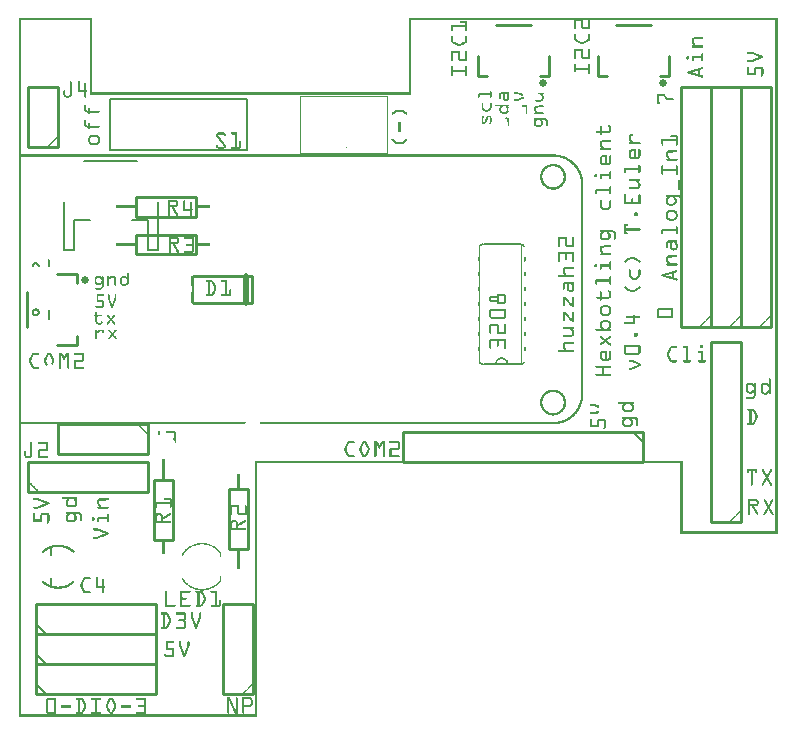
<source format=gto>
G04 MADE WITH FRITZING*
G04 WWW.FRITZING.ORG*
G04 DOUBLE SIDED*
G04 HOLES PLATED*
G04 CONTOUR ON CENTER OF CONTOUR VECTOR*
%ASAXBY*%
%FSLAX23Y23*%
%MOIN*%
%OFA0B0*%
%SFA1.0B1.0*%
%ADD10C,0.026882X-0.00461422*%
%ADD11R,0.294400X0.194312X0.285776X0.185688*%
%ADD12C,0.004312*%
%ADD13C,0.010000*%
%ADD14C,0.008000*%
%ADD15C,0.005000*%
%ADD16C,0.006000*%
%ADD17C,0.002000*%
%ADD18C,0.020000*%
%ADD19C,0.005189*%
%ADD20R,0.001000X0.001000*%
%LNSILK1*%
G90*
G70*
G54D10*
X218Y1457D03*
X2145Y2113D03*
X1745Y2113D03*
G54D12*
X936Y2070D02*
X1226Y2070D01*
X1226Y1880D01*
X936Y1880D01*
X936Y2070D01*
D02*
G54D13*
X25Y1418D02*
X25Y1300D01*
D02*
X127Y1477D02*
X192Y1477D01*
D02*
X192Y1270D02*
X192Y1240D01*
D02*
X192Y1240D02*
X127Y1240D01*
D02*
X192Y1477D02*
X192Y1447D01*
D02*
X431Y975D02*
X131Y975D01*
D02*
X131Y975D02*
X131Y875D01*
D02*
X131Y875D02*
X431Y875D01*
D02*
X431Y875D02*
X431Y975D01*
D02*
X131Y1900D02*
X131Y2100D01*
D02*
X131Y2100D02*
X31Y2100D01*
D02*
X31Y2100D02*
X31Y1900D01*
D02*
X31Y1900D02*
X131Y1900D01*
G54D14*
D02*
X217Y1853D02*
X394Y1853D01*
D02*
X463Y1715D02*
X463Y1557D01*
D02*
X463Y1557D02*
X430Y1557D01*
D02*
X430Y1557D02*
X430Y1656D01*
D02*
X430Y1656D02*
X375Y1656D01*
D02*
X237Y1656D02*
X182Y1656D01*
D02*
X182Y1656D02*
X182Y1557D01*
D02*
X182Y1557D02*
X148Y1557D01*
D02*
X148Y1557D02*
X148Y1715D01*
G54D15*
D02*
X99Y1358D02*
X99Y1326D01*
G54D13*
D02*
X2106Y2306D02*
X1988Y2306D01*
D02*
X2165Y2203D02*
X2165Y2138D01*
D02*
X1958Y2138D02*
X1929Y2138D01*
D02*
X1929Y2138D02*
X1929Y2203D01*
D02*
X2165Y2138D02*
X2135Y2138D01*
D02*
X2406Y1300D02*
X2406Y2100D01*
D02*
X2406Y2100D02*
X2306Y2100D01*
D02*
X2306Y2100D02*
X2306Y1300D01*
D02*
X2306Y1300D02*
X2406Y1300D01*
D02*
X2506Y1300D02*
X2506Y2100D01*
D02*
X2506Y2100D02*
X2406Y2100D01*
D02*
X2406Y2100D02*
X2406Y1300D01*
D02*
X2406Y1300D02*
X2506Y1300D01*
D02*
X2306Y1300D02*
X2306Y2100D01*
D02*
X2306Y2100D02*
X2206Y2100D01*
D02*
X2206Y2100D02*
X2206Y1300D01*
D02*
X2206Y1300D02*
X2306Y1300D01*
D02*
X1706Y2306D02*
X1588Y2306D01*
D02*
X1765Y2203D02*
X1765Y2138D01*
D02*
X1558Y2138D02*
X1529Y2138D01*
D02*
X1529Y2138D02*
X1529Y2203D01*
D02*
X1765Y2138D02*
X1735Y2138D01*
D02*
X514Y790D02*
X514Y590D01*
D02*
X514Y590D02*
X448Y590D01*
D02*
X448Y590D02*
X448Y790D01*
D02*
X448Y790D02*
X514Y790D01*
D02*
X2081Y950D02*
X1281Y950D01*
D02*
X1281Y950D02*
X1281Y850D01*
D02*
X1281Y850D02*
X2081Y850D01*
D02*
X2081Y850D02*
X2081Y950D01*
G54D15*
D02*
X2046Y950D02*
X2081Y915D01*
G54D16*
D02*
X1672Y1575D02*
X1548Y1575D01*
D02*
X1548Y1175D02*
X1590Y1175D01*
D02*
X1590Y1175D02*
X1630Y1175D01*
D02*
X1630Y1175D02*
X1672Y1175D01*
G54D17*
D02*
X1673Y1175D02*
X1673Y1575D01*
G54D13*
D02*
X56Y175D02*
X456Y175D01*
D02*
X456Y175D02*
X456Y275D01*
D02*
X456Y275D02*
X56Y275D01*
D02*
X56Y275D02*
X56Y175D01*
G54D15*
D02*
X91Y175D02*
X56Y210D01*
G54D13*
D02*
X698Y559D02*
X698Y759D01*
D02*
X698Y759D02*
X764Y759D01*
D02*
X764Y759D02*
X764Y559D01*
D02*
X764Y559D02*
X698Y559D01*
G54D14*
D02*
X302Y2060D02*
X302Y1889D01*
D02*
X302Y1889D02*
X760Y1889D01*
D02*
X760Y1889D02*
X760Y2060D01*
D02*
X760Y2060D02*
X302Y2060D01*
G54D13*
D02*
X56Y75D02*
X456Y75D01*
D02*
X456Y75D02*
X456Y175D01*
D02*
X456Y175D02*
X56Y175D01*
D02*
X56Y175D02*
X56Y75D01*
G54D15*
D02*
X91Y75D02*
X56Y110D01*
G54D13*
D02*
X390Y1608D02*
X590Y1608D01*
D02*
X590Y1608D02*
X590Y1542D01*
D02*
X590Y1542D02*
X390Y1542D01*
D02*
X390Y1542D02*
X390Y1608D01*
D02*
X781Y75D02*
X781Y375D01*
D02*
X781Y375D02*
X681Y375D01*
D02*
X681Y375D02*
X681Y75D01*
D02*
X681Y75D02*
X781Y75D01*
D02*
X56Y275D02*
X456Y275D01*
D02*
X456Y275D02*
X456Y375D01*
D02*
X456Y375D02*
X56Y375D01*
D02*
X56Y375D02*
X56Y275D01*
G54D15*
D02*
X91Y275D02*
X56Y310D01*
G54D13*
D02*
X390Y1733D02*
X590Y1733D01*
D02*
X590Y1733D02*
X590Y1667D01*
D02*
X590Y1667D02*
X390Y1667D01*
D02*
X390Y1667D02*
X390Y1733D01*
D02*
X31Y750D02*
X431Y750D01*
D02*
X431Y750D02*
X431Y850D01*
D02*
X431Y850D02*
X31Y850D01*
D02*
X31Y850D02*
X31Y750D01*
D02*
X2406Y650D02*
X2406Y1250D01*
D02*
X2406Y1250D02*
X2306Y1250D01*
D02*
X2306Y1250D02*
X2306Y650D01*
D02*
X2306Y650D02*
X2406Y650D01*
D02*
X775Y1380D02*
X580Y1380D01*
D02*
X580Y1470D02*
X775Y1470D01*
D02*
X775Y1470D02*
X775Y1380D01*
G54D18*
D02*
X755Y1470D02*
X755Y1380D01*
G54D19*
G36*
X1030Y2058D02*
X1030Y2023D01*
G37*
D02*
G36*
X1048Y2040D02*
X1013Y2040D01*
G37*
D02*
G36*
X1148Y2040D02*
X1113Y2040D01*
G37*
D02*
G54D20*
X0Y2331D02*
X243Y2331D01*
X1299Y2331D02*
X2528Y2331D01*
X0Y2330D02*
X243Y2330D01*
X1299Y2330D02*
X2528Y2330D01*
X0Y2329D02*
X243Y2329D01*
X1299Y2329D02*
X2528Y2329D01*
X0Y2328D02*
X243Y2328D01*
X1299Y2328D02*
X2528Y2328D01*
X0Y2327D02*
X243Y2327D01*
X1299Y2327D02*
X2528Y2327D01*
X0Y2326D02*
X243Y2326D01*
X1299Y2326D02*
X2528Y2326D01*
X0Y2325D02*
X243Y2325D01*
X1299Y2325D02*
X2528Y2325D01*
X0Y2324D02*
X243Y2324D01*
X1299Y2324D02*
X2528Y2324D01*
X0Y2323D02*
X7Y2323D01*
X236Y2323D02*
X243Y2323D01*
X1299Y2323D02*
X1306Y2323D01*
X1850Y2323D02*
X1879Y2323D01*
X1897Y2323D02*
X1903Y2323D01*
X2521Y2323D02*
X2528Y2323D01*
X0Y2322D02*
X7Y2322D01*
X236Y2322D02*
X243Y2322D01*
X1299Y2322D02*
X1306Y2322D01*
X1850Y2322D02*
X1879Y2322D01*
X1897Y2322D02*
X1903Y2322D01*
X2521Y2322D02*
X2528Y2322D01*
X0Y2321D02*
X7Y2321D01*
X236Y2321D02*
X243Y2321D01*
X1299Y2321D02*
X1306Y2321D01*
X1850Y2321D02*
X1879Y2321D01*
X1897Y2321D02*
X1903Y2321D01*
X2521Y2321D02*
X2528Y2321D01*
X0Y2320D02*
X7Y2320D01*
X236Y2320D02*
X243Y2320D01*
X1299Y2320D02*
X1306Y2320D01*
X1471Y2320D02*
X1492Y2320D01*
X1850Y2320D02*
X1856Y2320D01*
X1874Y2320D02*
X1879Y2320D01*
X1897Y2320D02*
X1903Y2320D01*
X2521Y2320D02*
X2528Y2320D01*
X0Y2319D02*
X7Y2319D01*
X236Y2319D02*
X243Y2319D01*
X1299Y2319D02*
X1306Y2319D01*
X1470Y2319D02*
X1493Y2319D01*
X1850Y2319D02*
X1856Y2319D01*
X1874Y2319D02*
X1879Y2319D01*
X1897Y2319D02*
X1903Y2319D01*
X2521Y2319D02*
X2528Y2319D01*
X0Y2318D02*
X7Y2318D01*
X236Y2318D02*
X243Y2318D01*
X1299Y2318D02*
X1306Y2318D01*
X1470Y2318D02*
X1493Y2318D01*
X1850Y2318D02*
X1856Y2318D01*
X1874Y2318D02*
X1879Y2318D01*
X1897Y2318D02*
X1903Y2318D01*
X2521Y2318D02*
X2528Y2318D01*
X0Y2317D02*
X7Y2317D01*
X236Y2317D02*
X243Y2317D01*
X1299Y2317D02*
X1306Y2317D01*
X1470Y2317D02*
X1493Y2317D01*
X1850Y2317D02*
X1856Y2317D01*
X1874Y2317D02*
X1879Y2317D01*
X1897Y2317D02*
X1903Y2317D01*
X2521Y2317D02*
X2528Y2317D01*
X0Y2316D02*
X7Y2316D01*
X236Y2316D02*
X243Y2316D01*
X1299Y2316D02*
X1306Y2316D01*
X1470Y2316D02*
X1493Y2316D01*
X1850Y2316D02*
X1856Y2316D01*
X1874Y2316D02*
X1879Y2316D01*
X1897Y2316D02*
X1903Y2316D01*
X2521Y2316D02*
X2528Y2316D01*
X0Y2315D02*
X7Y2315D01*
X236Y2315D02*
X243Y2315D01*
X1299Y2315D02*
X1306Y2315D01*
X1471Y2315D02*
X1493Y2315D01*
X1850Y2315D02*
X1856Y2315D01*
X1874Y2315D02*
X1879Y2315D01*
X1897Y2315D02*
X1903Y2315D01*
X2521Y2315D02*
X2528Y2315D01*
X0Y2314D02*
X7Y2314D01*
X236Y2314D02*
X243Y2314D01*
X1299Y2314D02*
X1306Y2314D01*
X1473Y2314D02*
X1493Y2314D01*
X1850Y2314D02*
X1856Y2314D01*
X1874Y2314D02*
X1879Y2314D01*
X1897Y2314D02*
X1903Y2314D01*
X2521Y2314D02*
X2528Y2314D01*
X0Y2313D02*
X7Y2313D01*
X236Y2313D02*
X243Y2313D01*
X1299Y2313D02*
X1306Y2313D01*
X1487Y2313D02*
X1493Y2313D01*
X1850Y2313D02*
X1856Y2313D01*
X1874Y2313D02*
X1879Y2313D01*
X1897Y2313D02*
X1903Y2313D01*
X2521Y2313D02*
X2528Y2313D01*
X0Y2312D02*
X7Y2312D01*
X236Y2312D02*
X243Y2312D01*
X1299Y2312D02*
X1306Y2312D01*
X1487Y2312D02*
X1493Y2312D01*
X1850Y2312D02*
X1856Y2312D01*
X1874Y2312D02*
X1879Y2312D01*
X1897Y2312D02*
X1903Y2312D01*
X2521Y2312D02*
X2528Y2312D01*
X0Y2311D02*
X7Y2311D01*
X236Y2311D02*
X243Y2311D01*
X1299Y2311D02*
X1306Y2311D01*
X1487Y2311D02*
X1493Y2311D01*
X1850Y2311D02*
X1856Y2311D01*
X1874Y2311D02*
X1879Y2311D01*
X1897Y2311D02*
X1903Y2311D01*
X2521Y2311D02*
X2528Y2311D01*
X0Y2310D02*
X7Y2310D01*
X236Y2310D02*
X243Y2310D01*
X1299Y2310D02*
X1306Y2310D01*
X1487Y2310D02*
X1493Y2310D01*
X1850Y2310D02*
X1856Y2310D01*
X1874Y2310D02*
X1879Y2310D01*
X1897Y2310D02*
X1903Y2310D01*
X2521Y2310D02*
X2528Y2310D01*
X0Y2309D02*
X7Y2309D01*
X236Y2309D02*
X243Y2309D01*
X1299Y2309D02*
X1306Y2309D01*
X1487Y2309D02*
X1493Y2309D01*
X1850Y2309D02*
X1856Y2309D01*
X1874Y2309D02*
X1879Y2309D01*
X1897Y2309D02*
X1903Y2309D01*
X2521Y2309D02*
X2528Y2309D01*
X0Y2308D02*
X7Y2308D01*
X236Y2308D02*
X243Y2308D01*
X1299Y2308D02*
X1306Y2308D01*
X1487Y2308D02*
X1493Y2308D01*
X1850Y2308D02*
X1856Y2308D01*
X1874Y2308D02*
X1879Y2308D01*
X1897Y2308D02*
X1903Y2308D01*
X2521Y2308D02*
X2528Y2308D01*
X0Y2307D02*
X7Y2307D01*
X236Y2307D02*
X243Y2307D01*
X1299Y2307D02*
X1306Y2307D01*
X1440Y2307D02*
X1493Y2307D01*
X1850Y2307D02*
X1856Y2307D01*
X1874Y2307D02*
X1879Y2307D01*
X1897Y2307D02*
X1903Y2307D01*
X2521Y2307D02*
X2528Y2307D01*
X0Y2306D02*
X7Y2306D01*
X236Y2306D02*
X243Y2306D01*
X1299Y2306D02*
X1306Y2306D01*
X1440Y2306D02*
X1493Y2306D01*
X1850Y2306D02*
X1856Y2306D01*
X1874Y2306D02*
X1879Y2306D01*
X1897Y2306D02*
X1903Y2306D01*
X2521Y2306D02*
X2528Y2306D01*
X0Y2305D02*
X7Y2305D01*
X236Y2305D02*
X243Y2305D01*
X1299Y2305D02*
X1306Y2305D01*
X1440Y2305D02*
X1493Y2305D01*
X1850Y2305D02*
X1856Y2305D01*
X1874Y2305D02*
X1879Y2305D01*
X1897Y2305D02*
X1903Y2305D01*
X2521Y2305D02*
X2528Y2305D01*
X0Y2304D02*
X7Y2304D01*
X236Y2304D02*
X243Y2304D01*
X1299Y2304D02*
X1306Y2304D01*
X1440Y2304D02*
X1493Y2304D01*
X1850Y2304D02*
X1856Y2304D01*
X1874Y2304D02*
X1879Y2304D01*
X1897Y2304D02*
X1903Y2304D01*
X2521Y2304D02*
X2528Y2304D01*
X0Y2303D02*
X7Y2303D01*
X236Y2303D02*
X243Y2303D01*
X1299Y2303D02*
X1306Y2303D01*
X1440Y2303D02*
X1493Y2303D01*
X1850Y2303D02*
X1856Y2303D01*
X1874Y2303D02*
X1879Y2303D01*
X1897Y2303D02*
X1903Y2303D01*
X2521Y2303D02*
X2528Y2303D01*
X0Y2302D02*
X7Y2302D01*
X236Y2302D02*
X243Y2302D01*
X1299Y2302D02*
X1306Y2302D01*
X1440Y2302D02*
X1493Y2302D01*
X1850Y2302D02*
X1856Y2302D01*
X1874Y2302D02*
X1879Y2302D01*
X1897Y2302D02*
X1903Y2302D01*
X2521Y2302D02*
X2528Y2302D01*
X0Y2301D02*
X7Y2301D01*
X236Y2301D02*
X243Y2301D01*
X1299Y2301D02*
X1306Y2301D01*
X1440Y2301D02*
X1493Y2301D01*
X1850Y2301D02*
X1856Y2301D01*
X1874Y2301D02*
X1879Y2301D01*
X1897Y2301D02*
X1903Y2301D01*
X2521Y2301D02*
X2528Y2301D01*
X0Y2300D02*
X7Y2300D01*
X236Y2300D02*
X243Y2300D01*
X1299Y2300D02*
X1306Y2300D01*
X1440Y2300D02*
X1446Y2300D01*
X1487Y2300D02*
X1493Y2300D01*
X1850Y2300D02*
X1856Y2300D01*
X1874Y2300D02*
X1903Y2300D01*
X2521Y2300D02*
X2528Y2300D01*
X0Y2299D02*
X7Y2299D01*
X236Y2299D02*
X243Y2299D01*
X1299Y2299D02*
X1306Y2299D01*
X1440Y2299D02*
X1446Y2299D01*
X1487Y2299D02*
X1493Y2299D01*
X1850Y2299D02*
X1856Y2299D01*
X1874Y2299D02*
X1903Y2299D01*
X2521Y2299D02*
X2528Y2299D01*
X0Y2298D02*
X7Y2298D01*
X236Y2298D02*
X243Y2298D01*
X1299Y2298D02*
X1306Y2298D01*
X1440Y2298D02*
X1446Y2298D01*
X1487Y2298D02*
X1493Y2298D01*
X1850Y2298D02*
X1856Y2298D01*
X1874Y2298D02*
X1903Y2298D01*
X2521Y2298D02*
X2528Y2298D01*
X0Y2297D02*
X7Y2297D01*
X236Y2297D02*
X243Y2297D01*
X1299Y2297D02*
X1306Y2297D01*
X1440Y2297D02*
X1446Y2297D01*
X1487Y2297D02*
X1493Y2297D01*
X1850Y2297D02*
X1856Y2297D01*
X1874Y2297D02*
X1903Y2297D01*
X2521Y2297D02*
X2528Y2297D01*
X0Y2296D02*
X7Y2296D01*
X236Y2296D02*
X243Y2296D01*
X1299Y2296D02*
X1306Y2296D01*
X1440Y2296D02*
X1446Y2296D01*
X1487Y2296D02*
X1493Y2296D01*
X1850Y2296D02*
X1856Y2296D01*
X1875Y2296D02*
X1903Y2296D01*
X2521Y2296D02*
X2528Y2296D01*
X0Y2295D02*
X7Y2295D01*
X236Y2295D02*
X243Y2295D01*
X1299Y2295D02*
X1306Y2295D01*
X1440Y2295D02*
X1446Y2295D01*
X1487Y2295D02*
X1493Y2295D01*
X1850Y2295D02*
X1855Y2295D01*
X1876Y2295D02*
X1903Y2295D01*
X2521Y2295D02*
X2528Y2295D01*
X0Y2294D02*
X7Y2294D01*
X236Y2294D02*
X243Y2294D01*
X1299Y2294D02*
X1306Y2294D01*
X1440Y2294D02*
X1446Y2294D01*
X1487Y2294D02*
X1493Y2294D01*
X1851Y2294D02*
X1855Y2294D01*
X1877Y2294D02*
X1903Y2294D01*
X2521Y2294D02*
X2528Y2294D01*
X0Y2293D02*
X7Y2293D01*
X236Y2293D02*
X243Y2293D01*
X1299Y2293D02*
X1306Y2293D01*
X1440Y2293D02*
X1446Y2293D01*
X1487Y2293D02*
X1493Y2293D01*
X2521Y2293D02*
X2528Y2293D01*
X0Y2292D02*
X7Y2292D01*
X236Y2292D02*
X243Y2292D01*
X1299Y2292D02*
X1306Y2292D01*
X1440Y2292D02*
X1446Y2292D01*
X1487Y2292D02*
X1493Y2292D01*
X2521Y2292D02*
X2528Y2292D01*
X0Y2291D02*
X7Y2291D01*
X236Y2291D02*
X243Y2291D01*
X1299Y2291D02*
X1306Y2291D01*
X1440Y2291D02*
X1446Y2291D01*
X1487Y2291D02*
X1493Y2291D01*
X2521Y2291D02*
X2528Y2291D01*
X0Y2290D02*
X7Y2290D01*
X236Y2290D02*
X243Y2290D01*
X1299Y2290D02*
X1306Y2290D01*
X1440Y2290D02*
X1446Y2290D01*
X1487Y2290D02*
X1493Y2290D01*
X2521Y2290D02*
X2528Y2290D01*
X0Y2289D02*
X7Y2289D01*
X236Y2289D02*
X243Y2289D01*
X1299Y2289D02*
X1306Y2289D01*
X1440Y2289D02*
X1446Y2289D01*
X1487Y2289D02*
X1493Y2289D01*
X2521Y2289D02*
X2528Y2289D01*
X0Y2288D02*
X7Y2288D01*
X236Y2288D02*
X243Y2288D01*
X1299Y2288D02*
X1306Y2288D01*
X1441Y2288D02*
X1446Y2288D01*
X1488Y2288D02*
X1493Y2288D01*
X2521Y2288D02*
X2528Y2288D01*
X0Y2287D02*
X7Y2287D01*
X236Y2287D02*
X243Y2287D01*
X1299Y2287D02*
X1306Y2287D01*
X1442Y2287D02*
X1444Y2287D01*
X1489Y2287D02*
X1492Y2287D01*
X2521Y2287D02*
X2528Y2287D01*
X0Y2286D02*
X7Y2286D01*
X236Y2286D02*
X243Y2286D01*
X1299Y2286D02*
X1306Y2286D01*
X2521Y2286D02*
X2528Y2286D01*
X0Y2285D02*
X7Y2285D01*
X236Y2285D02*
X243Y2285D01*
X1299Y2285D02*
X1306Y2285D01*
X2521Y2285D02*
X2528Y2285D01*
X0Y2284D02*
X7Y2284D01*
X236Y2284D02*
X243Y2284D01*
X1299Y2284D02*
X1306Y2284D01*
X2521Y2284D02*
X2528Y2284D01*
X0Y2283D02*
X7Y2283D01*
X236Y2283D02*
X243Y2283D01*
X1299Y2283D02*
X1306Y2283D01*
X2521Y2283D02*
X2528Y2283D01*
X0Y2282D02*
X7Y2282D01*
X236Y2282D02*
X243Y2282D01*
X1299Y2282D02*
X1306Y2282D01*
X2521Y2282D02*
X2528Y2282D01*
X0Y2281D02*
X7Y2281D01*
X236Y2281D02*
X243Y2281D01*
X1299Y2281D02*
X1306Y2281D01*
X2521Y2281D02*
X2528Y2281D01*
X0Y2280D02*
X7Y2280D01*
X236Y2280D02*
X243Y2280D01*
X1299Y2280D02*
X1306Y2280D01*
X2521Y2280D02*
X2528Y2280D01*
X0Y2279D02*
X7Y2279D01*
X236Y2279D02*
X243Y2279D01*
X1299Y2279D02*
X1306Y2279D01*
X2521Y2279D02*
X2528Y2279D01*
X0Y2278D02*
X7Y2278D01*
X236Y2278D02*
X243Y2278D01*
X1299Y2278D02*
X1306Y2278D01*
X2521Y2278D02*
X2528Y2278D01*
X0Y2277D02*
X7Y2277D01*
X236Y2277D02*
X243Y2277D01*
X1299Y2277D02*
X1306Y2277D01*
X1851Y2277D02*
X1854Y2277D01*
X1899Y2277D02*
X1902Y2277D01*
X2521Y2277D02*
X2528Y2277D01*
X0Y2276D02*
X7Y2276D01*
X236Y2276D02*
X243Y2276D01*
X1299Y2276D02*
X1306Y2276D01*
X1850Y2276D02*
X1855Y2276D01*
X1898Y2276D02*
X1903Y2276D01*
X2521Y2276D02*
X2528Y2276D01*
X0Y2275D02*
X7Y2275D01*
X236Y2275D02*
X243Y2275D01*
X1299Y2275D02*
X1306Y2275D01*
X1850Y2275D02*
X1856Y2275D01*
X1897Y2275D02*
X1903Y2275D01*
X2521Y2275D02*
X2528Y2275D01*
X0Y2274D02*
X7Y2274D01*
X236Y2274D02*
X243Y2274D01*
X1299Y2274D02*
X1306Y2274D01*
X1850Y2274D02*
X1856Y2274D01*
X1897Y2274D02*
X1903Y2274D01*
X2521Y2274D02*
X2528Y2274D01*
X0Y2273D02*
X7Y2273D01*
X236Y2273D02*
X243Y2273D01*
X1299Y2273D02*
X1306Y2273D01*
X1850Y2273D02*
X1856Y2273D01*
X1897Y2273D02*
X1903Y2273D01*
X2521Y2273D02*
X2528Y2273D01*
X0Y2272D02*
X7Y2272D01*
X236Y2272D02*
X243Y2272D01*
X1299Y2272D02*
X1306Y2272D01*
X1850Y2272D02*
X1856Y2272D01*
X1897Y2272D02*
X1903Y2272D01*
X2521Y2272D02*
X2528Y2272D01*
X0Y2271D02*
X7Y2271D01*
X236Y2271D02*
X243Y2271D01*
X1299Y2271D02*
X1306Y2271D01*
X1850Y2271D02*
X1856Y2271D01*
X1897Y2271D02*
X1903Y2271D01*
X2521Y2271D02*
X2528Y2271D01*
X0Y2270D02*
X7Y2270D01*
X236Y2270D02*
X243Y2270D01*
X1299Y2270D02*
X1306Y2270D01*
X1441Y2270D02*
X1445Y2270D01*
X1488Y2270D02*
X1492Y2270D01*
X1850Y2270D02*
X1856Y2270D01*
X1897Y2270D02*
X1903Y2270D01*
X2521Y2270D02*
X2528Y2270D01*
X0Y2269D02*
X7Y2269D01*
X236Y2269D02*
X243Y2269D01*
X1299Y2269D02*
X1306Y2269D01*
X1441Y2269D02*
X1446Y2269D01*
X1488Y2269D02*
X1493Y2269D01*
X1850Y2269D02*
X1856Y2269D01*
X1897Y2269D02*
X1903Y2269D01*
X2521Y2269D02*
X2528Y2269D01*
X0Y2268D02*
X7Y2268D01*
X236Y2268D02*
X243Y2268D01*
X1299Y2268D02*
X1306Y2268D01*
X1440Y2268D02*
X1446Y2268D01*
X1487Y2268D02*
X1493Y2268D01*
X1850Y2268D02*
X1856Y2268D01*
X1897Y2268D02*
X1903Y2268D01*
X2521Y2268D02*
X2528Y2268D01*
X0Y2267D02*
X7Y2267D01*
X236Y2267D02*
X243Y2267D01*
X1299Y2267D02*
X1306Y2267D01*
X1440Y2267D02*
X1446Y2267D01*
X1487Y2267D02*
X1493Y2267D01*
X1850Y2267D02*
X1856Y2267D01*
X1897Y2267D02*
X1903Y2267D01*
X2521Y2267D02*
X2528Y2267D01*
X0Y2266D02*
X7Y2266D01*
X236Y2266D02*
X243Y2266D01*
X1299Y2266D02*
X1306Y2266D01*
X1440Y2266D02*
X1446Y2266D01*
X1487Y2266D02*
X1493Y2266D01*
X1850Y2266D02*
X1856Y2266D01*
X1897Y2266D02*
X1903Y2266D01*
X2268Y2266D02*
X2278Y2266D01*
X2521Y2266D02*
X2528Y2266D01*
X0Y2265D02*
X7Y2265D01*
X236Y2265D02*
X243Y2265D01*
X1299Y2265D02*
X1306Y2265D01*
X1440Y2265D02*
X1446Y2265D01*
X1487Y2265D02*
X1493Y2265D01*
X1850Y2265D02*
X1856Y2265D01*
X1897Y2265D02*
X1903Y2265D01*
X2249Y2265D02*
X2279Y2265D01*
X2521Y2265D02*
X2528Y2265D01*
X0Y2264D02*
X7Y2264D01*
X236Y2264D02*
X243Y2264D01*
X1299Y2264D02*
X1306Y2264D01*
X1440Y2264D02*
X1446Y2264D01*
X1487Y2264D02*
X1493Y2264D01*
X1850Y2264D02*
X1856Y2264D01*
X1897Y2264D02*
X1903Y2264D01*
X2247Y2264D02*
X2280Y2264D01*
X2521Y2264D02*
X2528Y2264D01*
X0Y2263D02*
X7Y2263D01*
X236Y2263D02*
X243Y2263D01*
X1299Y2263D02*
X1306Y2263D01*
X1440Y2263D02*
X1446Y2263D01*
X1487Y2263D02*
X1493Y2263D01*
X1850Y2263D02*
X1856Y2263D01*
X1897Y2263D02*
X1903Y2263D01*
X2246Y2263D02*
X2280Y2263D01*
X2521Y2263D02*
X2528Y2263D01*
X0Y2262D02*
X7Y2262D01*
X236Y2262D02*
X243Y2262D01*
X1299Y2262D02*
X1306Y2262D01*
X1440Y2262D02*
X1446Y2262D01*
X1487Y2262D02*
X1493Y2262D01*
X1850Y2262D02*
X1856Y2262D01*
X1897Y2262D02*
X1903Y2262D01*
X2244Y2262D02*
X2280Y2262D01*
X2521Y2262D02*
X2528Y2262D01*
X0Y2261D02*
X7Y2261D01*
X236Y2261D02*
X243Y2261D01*
X1299Y2261D02*
X1306Y2261D01*
X1440Y2261D02*
X1446Y2261D01*
X1487Y2261D02*
X1493Y2261D01*
X1850Y2261D02*
X1856Y2261D01*
X1897Y2261D02*
X1903Y2261D01*
X2244Y2261D02*
X2280Y2261D01*
X2521Y2261D02*
X2528Y2261D01*
X0Y2260D02*
X7Y2260D01*
X236Y2260D02*
X243Y2260D01*
X1299Y2260D02*
X1306Y2260D01*
X1440Y2260D02*
X1446Y2260D01*
X1487Y2260D02*
X1493Y2260D01*
X1850Y2260D02*
X1856Y2260D01*
X1897Y2260D02*
X1903Y2260D01*
X2243Y2260D02*
X2279Y2260D01*
X2521Y2260D02*
X2528Y2260D01*
X0Y2259D02*
X7Y2259D01*
X236Y2259D02*
X243Y2259D01*
X1299Y2259D02*
X1306Y2259D01*
X1440Y2259D02*
X1446Y2259D01*
X1487Y2259D02*
X1493Y2259D01*
X1850Y2259D02*
X1857Y2259D01*
X1896Y2259D02*
X1903Y2259D01*
X2243Y2259D02*
X2267Y2259D01*
X2521Y2259D02*
X2528Y2259D01*
X0Y2258D02*
X7Y2258D01*
X236Y2258D02*
X243Y2258D01*
X1299Y2258D02*
X1306Y2258D01*
X1440Y2258D02*
X1446Y2258D01*
X1487Y2258D02*
X1493Y2258D01*
X1850Y2258D02*
X1858Y2258D01*
X1895Y2258D02*
X1902Y2258D01*
X2242Y2258D02*
X2250Y2258D01*
X2521Y2258D02*
X2528Y2258D01*
X0Y2257D02*
X7Y2257D01*
X236Y2257D02*
X243Y2257D01*
X1299Y2257D02*
X1306Y2257D01*
X1440Y2257D02*
X1446Y2257D01*
X1487Y2257D02*
X1493Y2257D01*
X1851Y2257D02*
X1860Y2257D01*
X1893Y2257D02*
X1902Y2257D01*
X2242Y2257D02*
X2249Y2257D01*
X2521Y2257D02*
X2528Y2257D01*
X0Y2256D02*
X7Y2256D01*
X236Y2256D02*
X243Y2256D01*
X1299Y2256D02*
X1306Y2256D01*
X1440Y2256D02*
X1446Y2256D01*
X1487Y2256D02*
X1493Y2256D01*
X1851Y2256D02*
X1862Y2256D01*
X1891Y2256D02*
X1902Y2256D01*
X2242Y2256D02*
X2248Y2256D01*
X2521Y2256D02*
X2528Y2256D01*
X0Y2255D02*
X7Y2255D01*
X236Y2255D02*
X243Y2255D01*
X1299Y2255D02*
X1306Y2255D01*
X1440Y2255D02*
X1446Y2255D01*
X1487Y2255D02*
X1493Y2255D01*
X1852Y2255D02*
X1864Y2255D01*
X1889Y2255D02*
X1901Y2255D01*
X2242Y2255D02*
X2248Y2255D01*
X2521Y2255D02*
X2528Y2255D01*
X0Y2254D02*
X7Y2254D01*
X236Y2254D02*
X243Y2254D01*
X1299Y2254D02*
X1306Y2254D01*
X1440Y2254D02*
X1446Y2254D01*
X1487Y2254D02*
X1493Y2254D01*
X1853Y2254D02*
X1866Y2254D01*
X1887Y2254D02*
X1900Y2254D01*
X2242Y2254D02*
X2248Y2254D01*
X2521Y2254D02*
X2528Y2254D01*
X0Y2253D02*
X7Y2253D01*
X236Y2253D02*
X243Y2253D01*
X1299Y2253D02*
X1306Y2253D01*
X1440Y2253D02*
X1447Y2253D01*
X1487Y2253D02*
X1493Y2253D01*
X1854Y2253D02*
X1868Y2253D01*
X1885Y2253D02*
X1899Y2253D01*
X2242Y2253D02*
X2248Y2253D01*
X2521Y2253D02*
X2528Y2253D01*
X0Y2252D02*
X7Y2252D01*
X236Y2252D02*
X243Y2252D01*
X1299Y2252D02*
X1306Y2252D01*
X1440Y2252D02*
X1447Y2252D01*
X1486Y2252D02*
X1493Y2252D01*
X1856Y2252D02*
X1870Y2252D01*
X1883Y2252D02*
X1897Y2252D01*
X2242Y2252D02*
X2248Y2252D01*
X2521Y2252D02*
X2528Y2252D01*
X0Y2251D02*
X7Y2251D01*
X236Y2251D02*
X243Y2251D01*
X1299Y2251D02*
X1306Y2251D01*
X1441Y2251D02*
X1449Y2251D01*
X1484Y2251D02*
X1493Y2251D01*
X1857Y2251D02*
X1872Y2251D01*
X1881Y2251D02*
X1895Y2251D01*
X2242Y2251D02*
X2248Y2251D01*
X2521Y2251D02*
X2528Y2251D01*
X0Y2250D02*
X7Y2250D01*
X236Y2250D02*
X243Y2250D01*
X1299Y2250D02*
X1306Y2250D01*
X1441Y2250D02*
X1451Y2250D01*
X1482Y2250D02*
X1492Y2250D01*
X1859Y2250D02*
X1893Y2250D01*
X2242Y2250D02*
X2248Y2250D01*
X2521Y2250D02*
X2528Y2250D01*
X0Y2249D02*
X7Y2249D01*
X236Y2249D02*
X243Y2249D01*
X1299Y2249D02*
X1306Y2249D01*
X1442Y2249D02*
X1453Y2249D01*
X1480Y2249D02*
X1492Y2249D01*
X1861Y2249D02*
X1891Y2249D01*
X2242Y2249D02*
X2249Y2249D01*
X2521Y2249D02*
X2528Y2249D01*
X0Y2248D02*
X7Y2248D01*
X236Y2248D02*
X243Y2248D01*
X1299Y2248D02*
X1306Y2248D01*
X1442Y2248D02*
X1455Y2248D01*
X1478Y2248D02*
X1491Y2248D01*
X1863Y2248D02*
X1889Y2248D01*
X2242Y2248D02*
X2249Y2248D01*
X2521Y2248D02*
X2528Y2248D01*
X0Y2247D02*
X7Y2247D01*
X236Y2247D02*
X243Y2247D01*
X1299Y2247D02*
X1306Y2247D01*
X1443Y2247D02*
X1457Y2247D01*
X1476Y2247D02*
X1490Y2247D01*
X1866Y2247D02*
X1887Y2247D01*
X2243Y2247D02*
X2250Y2247D01*
X2521Y2247D02*
X2528Y2247D01*
X0Y2246D02*
X7Y2246D01*
X236Y2246D02*
X243Y2246D01*
X1299Y2246D02*
X1306Y2246D01*
X1445Y2246D02*
X1459Y2246D01*
X1474Y2246D02*
X1489Y2246D01*
X1868Y2246D02*
X1885Y2246D01*
X2243Y2246D02*
X2250Y2246D01*
X2521Y2246D02*
X2528Y2246D01*
X0Y2245D02*
X7Y2245D01*
X236Y2245D02*
X243Y2245D01*
X1299Y2245D02*
X1306Y2245D01*
X1446Y2245D02*
X1461Y2245D01*
X1473Y2245D02*
X1487Y2245D01*
X1870Y2245D02*
X1883Y2245D01*
X2244Y2245D02*
X2251Y2245D01*
X2521Y2245D02*
X2528Y2245D01*
X0Y2244D02*
X7Y2244D01*
X236Y2244D02*
X243Y2244D01*
X1299Y2244D02*
X1306Y2244D01*
X1448Y2244D02*
X1463Y2244D01*
X1470Y2244D02*
X1485Y2244D01*
X1872Y2244D02*
X1881Y2244D01*
X2244Y2244D02*
X2252Y2244D01*
X2521Y2244D02*
X2528Y2244D01*
X0Y2243D02*
X7Y2243D01*
X236Y2243D02*
X243Y2243D01*
X1299Y2243D02*
X1306Y2243D01*
X1450Y2243D02*
X1483Y2243D01*
X2245Y2243D02*
X2252Y2243D01*
X2521Y2243D02*
X2528Y2243D01*
X0Y2242D02*
X7Y2242D01*
X236Y2242D02*
X243Y2242D01*
X1299Y2242D02*
X1306Y2242D01*
X1452Y2242D02*
X1481Y2242D01*
X2246Y2242D02*
X2253Y2242D01*
X2521Y2242D02*
X2528Y2242D01*
X0Y2241D02*
X7Y2241D01*
X236Y2241D02*
X243Y2241D01*
X1299Y2241D02*
X1306Y2241D01*
X1454Y2241D02*
X1479Y2241D01*
X2246Y2241D02*
X2254Y2241D01*
X2521Y2241D02*
X2528Y2241D01*
X0Y2240D02*
X7Y2240D01*
X236Y2240D02*
X243Y2240D01*
X1299Y2240D02*
X1306Y2240D01*
X1456Y2240D02*
X1477Y2240D01*
X2247Y2240D02*
X2254Y2240D01*
X2521Y2240D02*
X2528Y2240D01*
X0Y2239D02*
X7Y2239D01*
X236Y2239D02*
X243Y2239D01*
X1299Y2239D02*
X1306Y2239D01*
X1458Y2239D02*
X1475Y2239D01*
X2247Y2239D02*
X2255Y2239D01*
X2521Y2239D02*
X2528Y2239D01*
X0Y2238D02*
X7Y2238D01*
X236Y2238D02*
X243Y2238D01*
X1299Y2238D02*
X1306Y2238D01*
X1460Y2238D02*
X1473Y2238D01*
X2243Y2238D02*
X2279Y2238D01*
X2521Y2238D02*
X2528Y2238D01*
X0Y2237D02*
X7Y2237D01*
X236Y2237D02*
X243Y2237D01*
X1299Y2237D02*
X1306Y2237D01*
X1463Y2237D02*
X1470Y2237D01*
X2242Y2237D02*
X2280Y2237D01*
X2521Y2237D02*
X2528Y2237D01*
X0Y2236D02*
X7Y2236D01*
X236Y2236D02*
X243Y2236D01*
X1299Y2236D02*
X1306Y2236D01*
X2242Y2236D02*
X2280Y2236D01*
X2521Y2236D02*
X2528Y2236D01*
X0Y2235D02*
X7Y2235D01*
X236Y2235D02*
X243Y2235D01*
X1299Y2235D02*
X1306Y2235D01*
X2242Y2235D02*
X2280Y2235D01*
X2521Y2235D02*
X2528Y2235D01*
X0Y2234D02*
X7Y2234D01*
X236Y2234D02*
X243Y2234D01*
X1299Y2234D02*
X1306Y2234D01*
X2242Y2234D02*
X2280Y2234D01*
X2521Y2234D02*
X2528Y2234D01*
X0Y2233D02*
X7Y2233D01*
X236Y2233D02*
X243Y2233D01*
X1299Y2233D02*
X1306Y2233D01*
X2243Y2233D02*
X2279Y2233D01*
X2521Y2233D02*
X2528Y2233D01*
X0Y2232D02*
X7Y2232D01*
X236Y2232D02*
X243Y2232D01*
X1299Y2232D02*
X1306Y2232D01*
X2244Y2232D02*
X2278Y2232D01*
X2521Y2232D02*
X2528Y2232D01*
X0Y2231D02*
X7Y2231D01*
X236Y2231D02*
X243Y2231D01*
X1299Y2231D02*
X1306Y2231D01*
X2521Y2231D02*
X2528Y2231D01*
X0Y2230D02*
X7Y2230D01*
X236Y2230D02*
X243Y2230D01*
X1299Y2230D02*
X1306Y2230D01*
X2521Y2230D02*
X2528Y2230D01*
X0Y2229D02*
X7Y2229D01*
X236Y2229D02*
X243Y2229D01*
X1299Y2229D02*
X1306Y2229D01*
X2521Y2229D02*
X2528Y2229D01*
X0Y2228D02*
X7Y2228D01*
X236Y2228D02*
X243Y2228D01*
X1299Y2228D02*
X1306Y2228D01*
X2521Y2228D02*
X2528Y2228D01*
X0Y2227D02*
X7Y2227D01*
X236Y2227D02*
X243Y2227D01*
X1299Y2227D02*
X1306Y2227D01*
X1854Y2227D02*
X1876Y2227D01*
X1898Y2227D02*
X1902Y2227D01*
X2521Y2227D02*
X2528Y2227D01*
X0Y2226D02*
X7Y2226D01*
X236Y2226D02*
X243Y2226D01*
X1299Y2226D02*
X1306Y2226D01*
X1852Y2226D02*
X1877Y2226D01*
X1898Y2226D02*
X1903Y2226D01*
X2521Y2226D02*
X2528Y2226D01*
X0Y2225D02*
X7Y2225D01*
X236Y2225D02*
X243Y2225D01*
X1299Y2225D02*
X1306Y2225D01*
X1851Y2225D02*
X1878Y2225D01*
X1897Y2225D02*
X1903Y2225D01*
X2521Y2225D02*
X2528Y2225D01*
X0Y2224D02*
X7Y2224D01*
X236Y2224D02*
X243Y2224D01*
X1299Y2224D02*
X1306Y2224D01*
X1851Y2224D02*
X1879Y2224D01*
X1897Y2224D02*
X1903Y2224D01*
X2521Y2224D02*
X2528Y2224D01*
X0Y2223D02*
X7Y2223D01*
X236Y2223D02*
X243Y2223D01*
X1299Y2223D02*
X1306Y2223D01*
X1850Y2223D02*
X1879Y2223D01*
X1897Y2223D02*
X1903Y2223D01*
X2521Y2223D02*
X2528Y2223D01*
X0Y2222D02*
X7Y2222D01*
X236Y2222D02*
X243Y2222D01*
X1299Y2222D02*
X1306Y2222D01*
X1850Y2222D02*
X1879Y2222D01*
X1897Y2222D02*
X1903Y2222D01*
X2521Y2222D02*
X2528Y2222D01*
X0Y2221D02*
X7Y2221D01*
X236Y2221D02*
X243Y2221D01*
X1299Y2221D02*
X1306Y2221D01*
X1447Y2221D02*
X1463Y2221D01*
X1850Y2221D02*
X1879Y2221D01*
X1897Y2221D02*
X1903Y2221D01*
X2521Y2221D02*
X2528Y2221D01*
X0Y2220D02*
X7Y2220D01*
X236Y2220D02*
X243Y2220D01*
X1299Y2220D02*
X1306Y2220D01*
X1444Y2220D02*
X1466Y2220D01*
X1488Y2220D02*
X1492Y2220D01*
X1850Y2220D02*
X1856Y2220D01*
X1874Y2220D02*
X1879Y2220D01*
X1897Y2220D02*
X1903Y2220D01*
X2521Y2220D02*
X2528Y2220D01*
X0Y2219D02*
X7Y2219D01*
X236Y2219D02*
X243Y2219D01*
X1299Y2219D02*
X1306Y2219D01*
X1442Y2219D02*
X1468Y2219D01*
X1488Y2219D02*
X1493Y2219D01*
X1850Y2219D02*
X1856Y2219D01*
X1874Y2219D02*
X1879Y2219D01*
X1897Y2219D02*
X1903Y2219D01*
X2521Y2219D02*
X2528Y2219D01*
X0Y2218D02*
X7Y2218D01*
X236Y2218D02*
X243Y2218D01*
X1299Y2218D02*
X1306Y2218D01*
X1441Y2218D02*
X1468Y2218D01*
X1487Y2218D02*
X1493Y2218D01*
X1850Y2218D02*
X1856Y2218D01*
X1874Y2218D02*
X1879Y2218D01*
X1897Y2218D02*
X1903Y2218D01*
X2521Y2218D02*
X2528Y2218D01*
X0Y2217D02*
X7Y2217D01*
X236Y2217D02*
X243Y2217D01*
X1299Y2217D02*
X1306Y2217D01*
X1441Y2217D02*
X1469Y2217D01*
X1487Y2217D02*
X1493Y2217D01*
X1850Y2217D02*
X1856Y2217D01*
X1874Y2217D02*
X1879Y2217D01*
X1897Y2217D02*
X1903Y2217D01*
X2429Y2217D02*
X2444Y2217D01*
X2521Y2217D02*
X2528Y2217D01*
X0Y2216D02*
X7Y2216D01*
X236Y2216D02*
X243Y2216D01*
X1299Y2216D02*
X1306Y2216D01*
X1440Y2216D02*
X1469Y2216D01*
X1487Y2216D02*
X1493Y2216D01*
X1850Y2216D02*
X1856Y2216D01*
X1874Y2216D02*
X1879Y2216D01*
X1897Y2216D02*
X1903Y2216D01*
X2428Y2216D02*
X2446Y2216D01*
X2521Y2216D02*
X2528Y2216D01*
X0Y2215D02*
X7Y2215D01*
X236Y2215D02*
X243Y2215D01*
X1299Y2215D02*
X1306Y2215D01*
X1440Y2215D02*
X1470Y2215D01*
X1487Y2215D02*
X1493Y2215D01*
X1850Y2215D02*
X1856Y2215D01*
X1874Y2215D02*
X1879Y2215D01*
X1897Y2215D02*
X1903Y2215D01*
X2427Y2215D02*
X2449Y2215D01*
X2521Y2215D02*
X2528Y2215D01*
X0Y2214D02*
X7Y2214D01*
X236Y2214D02*
X243Y2214D01*
X1299Y2214D02*
X1306Y2214D01*
X1440Y2214D02*
X1470Y2214D01*
X1487Y2214D02*
X1493Y2214D01*
X1850Y2214D02*
X1856Y2214D01*
X1874Y2214D02*
X1879Y2214D01*
X1897Y2214D02*
X1903Y2214D01*
X2427Y2214D02*
X2452Y2214D01*
X2521Y2214D02*
X2528Y2214D01*
X0Y2213D02*
X7Y2213D01*
X236Y2213D02*
X243Y2213D01*
X1299Y2213D02*
X1306Y2213D01*
X1440Y2213D02*
X1446Y2213D01*
X1464Y2213D02*
X1470Y2213D01*
X1487Y2213D02*
X1493Y2213D01*
X1850Y2213D02*
X1856Y2213D01*
X1874Y2213D02*
X1879Y2213D01*
X1897Y2213D02*
X1903Y2213D01*
X2427Y2213D02*
X2454Y2213D01*
X2521Y2213D02*
X2528Y2213D01*
X0Y2212D02*
X7Y2212D01*
X236Y2212D02*
X243Y2212D01*
X1299Y2212D02*
X1306Y2212D01*
X1440Y2212D02*
X1446Y2212D01*
X1464Y2212D02*
X1470Y2212D01*
X1487Y2212D02*
X1493Y2212D01*
X1850Y2212D02*
X1856Y2212D01*
X1874Y2212D02*
X1879Y2212D01*
X1897Y2212D02*
X1903Y2212D01*
X2276Y2212D02*
X2279Y2212D01*
X2428Y2212D02*
X2457Y2212D01*
X2521Y2212D02*
X2528Y2212D01*
X0Y2211D02*
X7Y2211D01*
X236Y2211D02*
X243Y2211D01*
X1299Y2211D02*
X1306Y2211D01*
X1440Y2211D02*
X1446Y2211D01*
X1464Y2211D02*
X1470Y2211D01*
X1487Y2211D02*
X1493Y2211D01*
X1850Y2211D02*
X1856Y2211D01*
X1874Y2211D02*
X1879Y2211D01*
X1897Y2211D02*
X1903Y2211D01*
X2275Y2211D02*
X2280Y2211D01*
X2429Y2211D02*
X2459Y2211D01*
X2521Y2211D02*
X2528Y2211D01*
X0Y2210D02*
X7Y2210D01*
X236Y2210D02*
X243Y2210D01*
X1299Y2210D02*
X1306Y2210D01*
X1440Y2210D02*
X1446Y2210D01*
X1464Y2210D02*
X1470Y2210D01*
X1487Y2210D02*
X1493Y2210D01*
X1850Y2210D02*
X1856Y2210D01*
X1874Y2210D02*
X1879Y2210D01*
X1897Y2210D02*
X1903Y2210D01*
X2274Y2210D02*
X2280Y2210D01*
X2443Y2210D02*
X2462Y2210D01*
X2521Y2210D02*
X2528Y2210D01*
X0Y2209D02*
X7Y2209D01*
X236Y2209D02*
X243Y2209D01*
X1299Y2209D02*
X1306Y2209D01*
X1440Y2209D02*
X1446Y2209D01*
X1464Y2209D02*
X1470Y2209D01*
X1487Y2209D02*
X1493Y2209D01*
X1850Y2209D02*
X1856Y2209D01*
X1874Y2209D02*
X1879Y2209D01*
X1897Y2209D02*
X1903Y2209D01*
X2274Y2209D02*
X2280Y2209D01*
X2446Y2209D02*
X2464Y2209D01*
X2521Y2209D02*
X2528Y2209D01*
X0Y2208D02*
X7Y2208D01*
X236Y2208D02*
X243Y2208D01*
X1299Y2208D02*
X1306Y2208D01*
X1440Y2208D02*
X1446Y2208D01*
X1464Y2208D02*
X1470Y2208D01*
X1487Y2208D02*
X1493Y2208D01*
X1850Y2208D02*
X1856Y2208D01*
X1874Y2208D02*
X1879Y2208D01*
X1897Y2208D02*
X1903Y2208D01*
X2274Y2208D02*
X2280Y2208D01*
X2449Y2208D02*
X2467Y2208D01*
X2521Y2208D02*
X2528Y2208D01*
X0Y2207D02*
X7Y2207D01*
X236Y2207D02*
X243Y2207D01*
X1299Y2207D02*
X1306Y2207D01*
X1440Y2207D02*
X1446Y2207D01*
X1464Y2207D02*
X1470Y2207D01*
X1487Y2207D02*
X1493Y2207D01*
X1850Y2207D02*
X1856Y2207D01*
X1874Y2207D02*
X1879Y2207D01*
X1897Y2207D02*
X1903Y2207D01*
X2274Y2207D02*
X2280Y2207D01*
X2451Y2207D02*
X2470Y2207D01*
X2521Y2207D02*
X2528Y2207D01*
X0Y2206D02*
X7Y2206D01*
X236Y2206D02*
X243Y2206D01*
X1299Y2206D02*
X1306Y2206D01*
X1440Y2206D02*
X1446Y2206D01*
X1464Y2206D02*
X1470Y2206D01*
X1487Y2206D02*
X1493Y2206D01*
X1850Y2206D02*
X1856Y2206D01*
X1874Y2206D02*
X1879Y2206D01*
X1897Y2206D02*
X1903Y2206D01*
X2274Y2206D02*
X2280Y2206D01*
X2454Y2206D02*
X2472Y2206D01*
X2521Y2206D02*
X2528Y2206D01*
X0Y2205D02*
X7Y2205D01*
X236Y2205D02*
X243Y2205D01*
X1299Y2205D02*
X1306Y2205D01*
X1440Y2205D02*
X1446Y2205D01*
X1464Y2205D02*
X1470Y2205D01*
X1487Y2205D02*
X1493Y2205D01*
X1850Y2205D02*
X1856Y2205D01*
X1874Y2205D02*
X1879Y2205D01*
X1897Y2205D02*
X1903Y2205D01*
X2274Y2205D02*
X2280Y2205D01*
X2456Y2205D02*
X2475Y2205D01*
X2521Y2205D02*
X2528Y2205D01*
X0Y2204D02*
X7Y2204D01*
X236Y2204D02*
X243Y2204D01*
X1299Y2204D02*
X1306Y2204D01*
X1440Y2204D02*
X1446Y2204D01*
X1464Y2204D02*
X1470Y2204D01*
X1487Y2204D02*
X1493Y2204D01*
X1850Y2204D02*
X1856Y2204D01*
X1874Y2204D02*
X1879Y2204D01*
X1897Y2204D02*
X1903Y2204D01*
X2274Y2204D02*
X2280Y2204D01*
X2459Y2204D02*
X2477Y2204D01*
X2521Y2204D02*
X2528Y2204D01*
X0Y2203D02*
X7Y2203D01*
X236Y2203D02*
X243Y2203D01*
X1299Y2203D02*
X1306Y2203D01*
X1440Y2203D02*
X1446Y2203D01*
X1464Y2203D02*
X1470Y2203D01*
X1487Y2203D02*
X1493Y2203D01*
X1850Y2203D02*
X1856Y2203D01*
X1874Y2203D02*
X1879Y2203D01*
X1897Y2203D02*
X1903Y2203D01*
X2274Y2203D02*
X2280Y2203D01*
X2461Y2203D02*
X2479Y2203D01*
X2521Y2203D02*
X2528Y2203D01*
X0Y2202D02*
X7Y2202D01*
X236Y2202D02*
X243Y2202D01*
X1299Y2202D02*
X1306Y2202D01*
X1440Y2202D02*
X1446Y2202D01*
X1464Y2202D02*
X1470Y2202D01*
X1487Y2202D02*
X1493Y2202D01*
X1850Y2202D02*
X1856Y2202D01*
X1874Y2202D02*
X1879Y2202D01*
X1897Y2202D02*
X1903Y2202D01*
X2226Y2202D02*
X2231Y2202D01*
X2244Y2202D02*
X2280Y2202D01*
X2464Y2202D02*
X2480Y2202D01*
X2521Y2202D02*
X2528Y2202D01*
X0Y2201D02*
X7Y2201D01*
X236Y2201D02*
X243Y2201D01*
X1299Y2201D02*
X1306Y2201D01*
X1440Y2201D02*
X1446Y2201D01*
X1464Y2201D02*
X1470Y2201D01*
X1487Y2201D02*
X1493Y2201D01*
X1850Y2201D02*
X1856Y2201D01*
X1874Y2201D02*
X1879Y2201D01*
X1897Y2201D02*
X1903Y2201D01*
X2225Y2201D02*
X2232Y2201D01*
X2243Y2201D02*
X2280Y2201D01*
X2466Y2201D02*
X2480Y2201D01*
X2521Y2201D02*
X2528Y2201D01*
X0Y2200D02*
X7Y2200D01*
X236Y2200D02*
X243Y2200D01*
X1299Y2200D02*
X1306Y2200D01*
X1440Y2200D02*
X1446Y2200D01*
X1464Y2200D02*
X1470Y2200D01*
X1487Y2200D02*
X1493Y2200D01*
X1850Y2200D02*
X1856Y2200D01*
X1874Y2200D02*
X1903Y2200D01*
X2224Y2200D02*
X2233Y2200D01*
X2242Y2200D02*
X2280Y2200D01*
X2467Y2200D02*
X2480Y2200D01*
X2521Y2200D02*
X2528Y2200D01*
X0Y2199D02*
X7Y2199D01*
X236Y2199D02*
X243Y2199D01*
X1299Y2199D02*
X1306Y2199D01*
X1440Y2199D02*
X1446Y2199D01*
X1464Y2199D02*
X1470Y2199D01*
X1487Y2199D02*
X1493Y2199D01*
X1850Y2199D02*
X1856Y2199D01*
X1874Y2199D02*
X1903Y2199D01*
X2224Y2199D02*
X2233Y2199D01*
X2242Y2199D02*
X2280Y2199D01*
X2465Y2199D02*
X2480Y2199D01*
X2521Y2199D02*
X2528Y2199D01*
X0Y2198D02*
X7Y2198D01*
X236Y2198D02*
X243Y2198D01*
X1299Y2198D02*
X1306Y2198D01*
X1440Y2198D02*
X1446Y2198D01*
X1464Y2198D02*
X1470Y2198D01*
X1487Y2198D02*
X1493Y2198D01*
X1850Y2198D02*
X1856Y2198D01*
X1874Y2198D02*
X1903Y2198D01*
X2224Y2198D02*
X2233Y2198D01*
X2242Y2198D02*
X2280Y2198D01*
X2462Y2198D02*
X2480Y2198D01*
X2521Y2198D02*
X2528Y2198D01*
X0Y2197D02*
X7Y2197D01*
X236Y2197D02*
X243Y2197D01*
X1299Y2197D02*
X1306Y2197D01*
X1440Y2197D02*
X1446Y2197D01*
X1464Y2197D02*
X1470Y2197D01*
X1487Y2197D02*
X1493Y2197D01*
X1850Y2197D02*
X1856Y2197D01*
X1874Y2197D02*
X1903Y2197D01*
X2224Y2197D02*
X2233Y2197D01*
X2242Y2197D02*
X2280Y2197D01*
X2460Y2197D02*
X2478Y2197D01*
X2521Y2197D02*
X2528Y2197D01*
X0Y2196D02*
X7Y2196D01*
X236Y2196D02*
X243Y2196D01*
X1299Y2196D02*
X1306Y2196D01*
X1440Y2196D02*
X1446Y2196D01*
X1464Y2196D02*
X1470Y2196D01*
X1487Y2196D02*
X1493Y2196D01*
X1850Y2196D02*
X1856Y2196D01*
X1875Y2196D02*
X1903Y2196D01*
X2224Y2196D02*
X2233Y2196D01*
X2242Y2196D02*
X2280Y2196D01*
X2457Y2196D02*
X2476Y2196D01*
X2521Y2196D02*
X2528Y2196D01*
X0Y2195D02*
X7Y2195D01*
X236Y2195D02*
X243Y2195D01*
X1299Y2195D02*
X1306Y2195D01*
X1440Y2195D02*
X1446Y2195D01*
X1464Y2195D02*
X1470Y2195D01*
X1487Y2195D02*
X1493Y2195D01*
X1850Y2195D02*
X1855Y2195D01*
X1876Y2195D02*
X1903Y2195D01*
X2224Y2195D02*
X2233Y2195D01*
X2242Y2195D02*
X2248Y2195D01*
X2274Y2195D02*
X2280Y2195D01*
X2455Y2195D02*
X2473Y2195D01*
X2521Y2195D02*
X2528Y2195D01*
X0Y2194D02*
X7Y2194D01*
X236Y2194D02*
X243Y2194D01*
X1299Y2194D02*
X1306Y2194D01*
X1440Y2194D02*
X1446Y2194D01*
X1464Y2194D02*
X1470Y2194D01*
X1487Y2194D02*
X1493Y2194D01*
X1851Y2194D02*
X1855Y2194D01*
X1877Y2194D02*
X1903Y2194D01*
X2224Y2194D02*
X2233Y2194D01*
X2242Y2194D02*
X2248Y2194D01*
X2274Y2194D02*
X2280Y2194D01*
X2452Y2194D02*
X2471Y2194D01*
X2521Y2194D02*
X2528Y2194D01*
X0Y2193D02*
X7Y2193D01*
X236Y2193D02*
X243Y2193D01*
X1299Y2193D02*
X1306Y2193D01*
X1440Y2193D02*
X1446Y2193D01*
X1464Y2193D02*
X1493Y2193D01*
X2225Y2193D02*
X2232Y2193D01*
X2242Y2193D02*
X2248Y2193D01*
X2274Y2193D02*
X2280Y2193D01*
X2450Y2193D02*
X2468Y2193D01*
X2521Y2193D02*
X2528Y2193D01*
X0Y2192D02*
X7Y2192D01*
X236Y2192D02*
X243Y2192D01*
X1299Y2192D02*
X1306Y2192D01*
X1440Y2192D02*
X1446Y2192D01*
X1464Y2192D02*
X1493Y2192D01*
X2227Y2192D02*
X2230Y2192D01*
X2242Y2192D02*
X2248Y2192D01*
X2274Y2192D02*
X2280Y2192D01*
X2447Y2192D02*
X2466Y2192D01*
X2521Y2192D02*
X2528Y2192D01*
X0Y2191D02*
X7Y2191D01*
X236Y2191D02*
X243Y2191D01*
X1299Y2191D02*
X1306Y2191D01*
X1440Y2191D02*
X1446Y2191D01*
X1464Y2191D02*
X1493Y2191D01*
X2242Y2191D02*
X2248Y2191D01*
X2274Y2191D02*
X2280Y2191D01*
X2444Y2191D02*
X2463Y2191D01*
X2521Y2191D02*
X2528Y2191D01*
X0Y2190D02*
X7Y2190D01*
X236Y2190D02*
X243Y2190D01*
X1299Y2190D02*
X1306Y2190D01*
X1440Y2190D02*
X1446Y2190D01*
X1465Y2190D02*
X1493Y2190D01*
X2242Y2190D02*
X2248Y2190D01*
X2274Y2190D02*
X2280Y2190D01*
X2442Y2190D02*
X2460Y2190D01*
X2521Y2190D02*
X2528Y2190D01*
X0Y2189D02*
X7Y2189D01*
X236Y2189D02*
X243Y2189D01*
X1299Y2189D02*
X1306Y2189D01*
X1440Y2189D02*
X1446Y2189D01*
X1465Y2189D02*
X1493Y2189D01*
X2242Y2189D02*
X2248Y2189D01*
X2274Y2189D02*
X2280Y2189D01*
X2428Y2189D02*
X2458Y2189D01*
X2521Y2189D02*
X2528Y2189D01*
X0Y2188D02*
X7Y2188D01*
X236Y2188D02*
X243Y2188D01*
X1299Y2188D02*
X1306Y2188D01*
X1441Y2188D02*
X1445Y2188D01*
X1466Y2188D02*
X1493Y2188D01*
X2242Y2188D02*
X2248Y2188D01*
X2274Y2188D02*
X2280Y2188D01*
X2428Y2188D02*
X2455Y2188D01*
X2521Y2188D02*
X2528Y2188D01*
X0Y2187D02*
X7Y2187D01*
X236Y2187D02*
X243Y2187D01*
X1299Y2187D02*
X1306Y2187D01*
X1442Y2187D02*
X1444Y2187D01*
X1468Y2187D02*
X1493Y2187D01*
X2242Y2187D02*
X2247Y2187D01*
X2275Y2187D02*
X2280Y2187D01*
X2427Y2187D02*
X2453Y2187D01*
X2521Y2187D02*
X2528Y2187D01*
X0Y2186D02*
X7Y2186D01*
X236Y2186D02*
X243Y2186D01*
X1299Y2186D02*
X1306Y2186D01*
X2243Y2186D02*
X2247Y2186D01*
X2275Y2186D02*
X2279Y2186D01*
X2427Y2186D02*
X2450Y2186D01*
X2521Y2186D02*
X2528Y2186D01*
X0Y2185D02*
X7Y2185D01*
X236Y2185D02*
X243Y2185D01*
X1299Y2185D02*
X1306Y2185D01*
X2428Y2185D02*
X2448Y2185D01*
X2521Y2185D02*
X2528Y2185D01*
X0Y2184D02*
X7Y2184D01*
X236Y2184D02*
X243Y2184D01*
X1299Y2184D02*
X1306Y2184D01*
X2428Y2184D02*
X2445Y2184D01*
X2521Y2184D02*
X2528Y2184D01*
X0Y2183D02*
X7Y2183D01*
X236Y2183D02*
X243Y2183D01*
X1299Y2183D02*
X1306Y2183D01*
X2430Y2183D02*
X2442Y2183D01*
X2521Y2183D02*
X2528Y2183D01*
X0Y2182D02*
X7Y2182D01*
X236Y2182D02*
X243Y2182D01*
X1299Y2182D02*
X1306Y2182D01*
X2521Y2182D02*
X2528Y2182D01*
X0Y2181D02*
X7Y2181D01*
X236Y2181D02*
X243Y2181D01*
X1299Y2181D02*
X1306Y2181D01*
X2521Y2181D02*
X2528Y2181D01*
X0Y2180D02*
X7Y2180D01*
X236Y2180D02*
X243Y2180D01*
X1299Y2180D02*
X1306Y2180D01*
X2521Y2180D02*
X2528Y2180D01*
X0Y2179D02*
X7Y2179D01*
X236Y2179D02*
X243Y2179D01*
X1299Y2179D02*
X1306Y2179D01*
X2521Y2179D02*
X2528Y2179D01*
X0Y2178D02*
X7Y2178D01*
X236Y2178D02*
X243Y2178D01*
X1299Y2178D02*
X1306Y2178D01*
X2521Y2178D02*
X2528Y2178D01*
X0Y2177D02*
X7Y2177D01*
X236Y2177D02*
X243Y2177D01*
X1299Y2177D02*
X1306Y2177D01*
X1851Y2177D02*
X1855Y2177D01*
X1898Y2177D02*
X1902Y2177D01*
X2521Y2177D02*
X2528Y2177D01*
X0Y2176D02*
X7Y2176D01*
X236Y2176D02*
X243Y2176D01*
X1299Y2176D02*
X1306Y2176D01*
X1850Y2176D02*
X1855Y2176D01*
X1898Y2176D02*
X1903Y2176D01*
X2521Y2176D02*
X2528Y2176D01*
X0Y2175D02*
X7Y2175D01*
X236Y2175D02*
X243Y2175D01*
X1299Y2175D02*
X1306Y2175D01*
X1850Y2175D02*
X1856Y2175D01*
X1897Y2175D02*
X1903Y2175D01*
X2521Y2175D02*
X2528Y2175D01*
X0Y2174D02*
X7Y2174D01*
X236Y2174D02*
X243Y2174D01*
X1299Y2174D02*
X1306Y2174D01*
X1850Y2174D02*
X1856Y2174D01*
X1897Y2174D02*
X1903Y2174D01*
X2521Y2174D02*
X2528Y2174D01*
X0Y2173D02*
X7Y2173D01*
X236Y2173D02*
X243Y2173D01*
X1299Y2173D02*
X1306Y2173D01*
X1850Y2173D02*
X1856Y2173D01*
X1897Y2173D02*
X1903Y2173D01*
X2521Y2173D02*
X2528Y2173D01*
X0Y2172D02*
X7Y2172D01*
X236Y2172D02*
X243Y2172D01*
X1299Y2172D02*
X1306Y2172D01*
X1850Y2172D02*
X1856Y2172D01*
X1897Y2172D02*
X1903Y2172D01*
X2521Y2172D02*
X2528Y2172D01*
X0Y2171D02*
X7Y2171D01*
X236Y2171D02*
X243Y2171D01*
X1299Y2171D02*
X1306Y2171D01*
X1850Y2171D02*
X1856Y2171D01*
X1897Y2171D02*
X1903Y2171D01*
X2521Y2171D02*
X2528Y2171D01*
X0Y2170D02*
X7Y2170D01*
X236Y2170D02*
X243Y2170D01*
X1299Y2170D02*
X1306Y2170D01*
X1441Y2170D02*
X1445Y2170D01*
X1488Y2170D02*
X1492Y2170D01*
X1850Y2170D02*
X1856Y2170D01*
X1897Y2170D02*
X1903Y2170D01*
X2521Y2170D02*
X2528Y2170D01*
X0Y2169D02*
X7Y2169D01*
X236Y2169D02*
X243Y2169D01*
X1299Y2169D02*
X1306Y2169D01*
X1441Y2169D02*
X1446Y2169D01*
X1488Y2169D02*
X1493Y2169D01*
X1850Y2169D02*
X1856Y2169D01*
X1897Y2169D02*
X1903Y2169D01*
X2521Y2169D02*
X2528Y2169D01*
X0Y2168D02*
X7Y2168D01*
X236Y2168D02*
X243Y2168D01*
X1299Y2168D02*
X1306Y2168D01*
X1440Y2168D02*
X1446Y2168D01*
X1487Y2168D02*
X1493Y2168D01*
X1850Y2168D02*
X1856Y2168D01*
X1897Y2168D02*
X1903Y2168D01*
X2521Y2168D02*
X2528Y2168D01*
X0Y2167D02*
X7Y2167D01*
X236Y2167D02*
X243Y2167D01*
X1299Y2167D02*
X1306Y2167D01*
X1440Y2167D02*
X1446Y2167D01*
X1487Y2167D02*
X1493Y2167D01*
X1850Y2167D02*
X1856Y2167D01*
X1897Y2167D02*
X1903Y2167D01*
X2429Y2167D02*
X2431Y2167D01*
X2455Y2167D02*
X2476Y2167D01*
X2521Y2167D02*
X2528Y2167D01*
X0Y2166D02*
X7Y2166D01*
X236Y2166D02*
X243Y2166D01*
X1299Y2166D02*
X1306Y2166D01*
X1440Y2166D02*
X1446Y2166D01*
X1487Y2166D02*
X1493Y2166D01*
X1850Y2166D02*
X1856Y2166D01*
X1897Y2166D02*
X1903Y2166D01*
X2277Y2166D02*
X2278Y2166D01*
X2428Y2166D02*
X2433Y2166D01*
X2454Y2166D02*
X2478Y2166D01*
X2521Y2166D02*
X2528Y2166D01*
X0Y2165D02*
X7Y2165D01*
X236Y2165D02*
X243Y2165D01*
X1299Y2165D02*
X1306Y2165D01*
X1440Y2165D02*
X1446Y2165D01*
X1487Y2165D02*
X1493Y2165D01*
X1850Y2165D02*
X1856Y2165D01*
X1897Y2165D02*
X1903Y2165D01*
X2274Y2165D02*
X2279Y2165D01*
X2427Y2165D02*
X2433Y2165D01*
X2453Y2165D02*
X2479Y2165D01*
X2521Y2165D02*
X2528Y2165D01*
X0Y2164D02*
X7Y2164D01*
X236Y2164D02*
X243Y2164D01*
X1299Y2164D02*
X1306Y2164D01*
X1440Y2164D02*
X1446Y2164D01*
X1487Y2164D02*
X1493Y2164D01*
X1850Y2164D02*
X1856Y2164D01*
X1897Y2164D02*
X1903Y2164D01*
X2270Y2164D02*
X2280Y2164D01*
X2427Y2164D02*
X2433Y2164D01*
X2452Y2164D02*
X2480Y2164D01*
X2521Y2164D02*
X2528Y2164D01*
X0Y2163D02*
X7Y2163D01*
X236Y2163D02*
X243Y2163D01*
X1299Y2163D02*
X1306Y2163D01*
X1440Y2163D02*
X1446Y2163D01*
X1487Y2163D02*
X1493Y2163D01*
X1850Y2163D02*
X1903Y2163D01*
X2267Y2163D02*
X2280Y2163D01*
X2427Y2163D02*
X2433Y2163D01*
X2451Y2163D02*
X2480Y2163D01*
X2521Y2163D02*
X2528Y2163D01*
X0Y2162D02*
X7Y2162D01*
X236Y2162D02*
X243Y2162D01*
X1299Y2162D02*
X1306Y2162D01*
X1440Y2162D02*
X1446Y2162D01*
X1487Y2162D02*
X1493Y2162D01*
X1850Y2162D02*
X1903Y2162D01*
X2263Y2162D02*
X2280Y2162D01*
X2427Y2162D02*
X2433Y2162D01*
X2451Y2162D02*
X2480Y2162D01*
X2521Y2162D02*
X2528Y2162D01*
X0Y2161D02*
X7Y2161D01*
X236Y2161D02*
X243Y2161D01*
X1299Y2161D02*
X1306Y2161D01*
X1440Y2161D02*
X1446Y2161D01*
X1487Y2161D02*
X1493Y2161D01*
X1850Y2161D02*
X1903Y2161D01*
X2260Y2161D02*
X2280Y2161D01*
X2427Y2161D02*
X2433Y2161D01*
X2451Y2161D02*
X2480Y2161D01*
X2521Y2161D02*
X2528Y2161D01*
X0Y2160D02*
X7Y2160D01*
X236Y2160D02*
X243Y2160D01*
X1299Y2160D02*
X1306Y2160D01*
X1440Y2160D02*
X1446Y2160D01*
X1487Y2160D02*
X1493Y2160D01*
X1850Y2160D02*
X1903Y2160D01*
X2257Y2160D02*
X2279Y2160D01*
X2427Y2160D02*
X2433Y2160D01*
X2451Y2160D02*
X2457Y2160D01*
X2474Y2160D02*
X2481Y2160D01*
X2521Y2160D02*
X2528Y2160D01*
X0Y2159D02*
X7Y2159D01*
X236Y2159D02*
X243Y2159D01*
X1299Y2159D02*
X1306Y2159D01*
X1440Y2159D02*
X1446Y2159D01*
X1487Y2159D02*
X1493Y2159D01*
X1850Y2159D02*
X1903Y2159D01*
X2253Y2159D02*
X2277Y2159D01*
X2427Y2159D02*
X2433Y2159D01*
X2451Y2159D02*
X2457Y2159D01*
X2474Y2159D02*
X2481Y2159D01*
X2521Y2159D02*
X2528Y2159D01*
X0Y2158D02*
X7Y2158D01*
X236Y2158D02*
X243Y2158D01*
X1299Y2158D02*
X1306Y2158D01*
X1440Y2158D02*
X1446Y2158D01*
X1487Y2158D02*
X1493Y2158D01*
X1850Y2158D02*
X1903Y2158D01*
X2250Y2158D02*
X2274Y2158D01*
X2427Y2158D02*
X2433Y2158D01*
X2451Y2158D02*
X2457Y2158D01*
X2474Y2158D02*
X2481Y2158D01*
X2521Y2158D02*
X2528Y2158D01*
X0Y2157D02*
X7Y2157D01*
X236Y2157D02*
X243Y2157D01*
X1299Y2157D02*
X1306Y2157D01*
X1440Y2157D02*
X1493Y2157D01*
X1850Y2157D02*
X1903Y2157D01*
X2246Y2157D02*
X2270Y2157D01*
X2427Y2157D02*
X2433Y2157D01*
X2451Y2157D02*
X2457Y2157D01*
X2474Y2157D02*
X2481Y2157D01*
X2521Y2157D02*
X2528Y2157D01*
X0Y2156D02*
X7Y2156D01*
X236Y2156D02*
X243Y2156D01*
X1299Y2156D02*
X1306Y2156D01*
X1440Y2156D02*
X1493Y2156D01*
X1850Y2156D02*
X1856Y2156D01*
X1897Y2156D02*
X1903Y2156D01*
X2243Y2156D02*
X2269Y2156D01*
X2427Y2156D02*
X2433Y2156D01*
X2451Y2156D02*
X2457Y2156D01*
X2474Y2156D02*
X2481Y2156D01*
X2521Y2156D02*
X2528Y2156D01*
X0Y2155D02*
X7Y2155D01*
X236Y2155D02*
X243Y2155D01*
X1299Y2155D02*
X1306Y2155D01*
X1440Y2155D02*
X1493Y2155D01*
X1850Y2155D02*
X1856Y2155D01*
X1897Y2155D02*
X1903Y2155D01*
X2239Y2155D02*
X2269Y2155D01*
X2427Y2155D02*
X2433Y2155D01*
X2451Y2155D02*
X2457Y2155D01*
X2474Y2155D02*
X2481Y2155D01*
X2521Y2155D02*
X2528Y2155D01*
X0Y2154D02*
X7Y2154D01*
X236Y2154D02*
X243Y2154D01*
X1299Y2154D02*
X1306Y2154D01*
X1440Y2154D02*
X1493Y2154D01*
X1850Y2154D02*
X1856Y2154D01*
X1897Y2154D02*
X1903Y2154D01*
X2236Y2154D02*
X2260Y2154D01*
X2262Y2154D02*
X2269Y2154D01*
X2427Y2154D02*
X2433Y2154D01*
X2451Y2154D02*
X2457Y2154D01*
X2474Y2154D02*
X2481Y2154D01*
X2521Y2154D02*
X2528Y2154D01*
X0Y2153D02*
X7Y2153D01*
X236Y2153D02*
X243Y2153D01*
X1299Y2153D02*
X1306Y2153D01*
X1440Y2153D02*
X1493Y2153D01*
X1850Y2153D02*
X1856Y2153D01*
X1897Y2153D02*
X1903Y2153D01*
X2233Y2153D02*
X2257Y2153D01*
X2262Y2153D02*
X2269Y2153D01*
X2427Y2153D02*
X2433Y2153D01*
X2451Y2153D02*
X2457Y2153D01*
X2474Y2153D02*
X2481Y2153D01*
X2521Y2153D02*
X2528Y2153D01*
X0Y2152D02*
X7Y2152D01*
X236Y2152D02*
X243Y2152D01*
X1299Y2152D02*
X1306Y2152D01*
X1440Y2152D02*
X1493Y2152D01*
X1850Y2152D02*
X1856Y2152D01*
X1897Y2152D02*
X1903Y2152D01*
X2229Y2152D02*
X2253Y2152D01*
X2262Y2152D02*
X2269Y2152D01*
X2427Y2152D02*
X2433Y2152D01*
X2451Y2152D02*
X2457Y2152D01*
X2474Y2152D02*
X2481Y2152D01*
X2521Y2152D02*
X2528Y2152D01*
X0Y2151D02*
X7Y2151D01*
X236Y2151D02*
X243Y2151D01*
X1299Y2151D02*
X1306Y2151D01*
X1440Y2151D02*
X1493Y2151D01*
X1850Y2151D02*
X1856Y2151D01*
X1897Y2151D02*
X1903Y2151D01*
X2228Y2151D02*
X2250Y2151D01*
X2262Y2151D02*
X2269Y2151D01*
X2427Y2151D02*
X2433Y2151D01*
X2451Y2151D02*
X2457Y2151D01*
X2474Y2151D02*
X2481Y2151D01*
X2521Y2151D02*
X2528Y2151D01*
X0Y2150D02*
X7Y2150D01*
X236Y2150D02*
X243Y2150D01*
X1299Y2150D02*
X1306Y2150D01*
X1440Y2150D02*
X1446Y2150D01*
X1487Y2150D02*
X1493Y2150D01*
X1850Y2150D02*
X1856Y2150D01*
X1897Y2150D02*
X1903Y2150D01*
X2227Y2150D02*
X2247Y2150D01*
X2262Y2150D02*
X2269Y2150D01*
X2427Y2150D02*
X2433Y2150D01*
X2451Y2150D02*
X2457Y2150D01*
X2474Y2150D02*
X2481Y2150D01*
X2521Y2150D02*
X2528Y2150D01*
X0Y2149D02*
X7Y2149D01*
X236Y2149D02*
X243Y2149D01*
X1299Y2149D02*
X1306Y2149D01*
X1440Y2149D02*
X1446Y2149D01*
X1487Y2149D02*
X1493Y2149D01*
X1897Y2149D02*
X1903Y2149D01*
X2227Y2149D02*
X2243Y2149D01*
X2262Y2149D02*
X2269Y2149D01*
X2427Y2149D02*
X2433Y2149D01*
X2451Y2149D02*
X2457Y2149D01*
X2474Y2149D02*
X2481Y2149D01*
X2521Y2149D02*
X2528Y2149D01*
X0Y2148D02*
X7Y2148D01*
X236Y2148D02*
X243Y2148D01*
X1299Y2148D02*
X1306Y2148D01*
X1440Y2148D02*
X1446Y2148D01*
X1487Y2148D02*
X1493Y2148D01*
X1897Y2148D02*
X1903Y2148D01*
X2227Y2148D02*
X2245Y2148D01*
X2262Y2148D02*
X2269Y2148D01*
X2427Y2148D02*
X2433Y2148D01*
X2451Y2148D02*
X2457Y2148D01*
X2474Y2148D02*
X2481Y2148D01*
X2521Y2148D02*
X2528Y2148D01*
X0Y2147D02*
X7Y2147D01*
X236Y2147D02*
X243Y2147D01*
X1299Y2147D02*
X1306Y2147D01*
X1440Y2147D02*
X1446Y2147D01*
X1487Y2147D02*
X1493Y2147D01*
X1897Y2147D02*
X1903Y2147D01*
X2227Y2147D02*
X2248Y2147D01*
X2262Y2147D02*
X2269Y2147D01*
X2427Y2147D02*
X2433Y2147D01*
X2451Y2147D02*
X2457Y2147D01*
X2474Y2147D02*
X2481Y2147D01*
X2521Y2147D02*
X2528Y2147D01*
X0Y2146D02*
X7Y2146D01*
X236Y2146D02*
X243Y2146D01*
X1299Y2146D02*
X1306Y2146D01*
X1440Y2146D02*
X1446Y2146D01*
X1487Y2146D02*
X1493Y2146D01*
X1897Y2146D02*
X1903Y2146D01*
X2228Y2146D02*
X2251Y2146D01*
X2262Y2146D02*
X2269Y2146D01*
X2427Y2146D02*
X2457Y2146D01*
X2474Y2146D02*
X2481Y2146D01*
X2521Y2146D02*
X2528Y2146D01*
X0Y2145D02*
X7Y2145D01*
X236Y2145D02*
X243Y2145D01*
X1299Y2145D02*
X1306Y2145D01*
X1440Y2145D02*
X1446Y2145D01*
X1487Y2145D02*
X1493Y2145D01*
X1898Y2145D02*
X1903Y2145D01*
X2231Y2145D02*
X2255Y2145D01*
X2262Y2145D02*
X2269Y2145D01*
X2427Y2145D02*
X2457Y2145D01*
X2474Y2145D02*
X2481Y2145D01*
X2521Y2145D02*
X2528Y2145D01*
X0Y2144D02*
X7Y2144D01*
X236Y2144D02*
X243Y2144D01*
X1299Y2144D02*
X1306Y2144D01*
X1440Y2144D02*
X1446Y2144D01*
X1487Y2144D02*
X1493Y2144D01*
X1898Y2144D02*
X1902Y2144D01*
X2234Y2144D02*
X2258Y2144D01*
X2262Y2144D02*
X2269Y2144D01*
X2427Y2144D02*
X2457Y2144D01*
X2474Y2144D02*
X2480Y2144D01*
X2521Y2144D02*
X2528Y2144D01*
X0Y2143D02*
X7Y2143D01*
X236Y2143D02*
X243Y2143D01*
X1299Y2143D02*
X1306Y2143D01*
X1440Y2143D02*
X1446Y2143D01*
X1487Y2143D02*
X1493Y2143D01*
X2238Y2143D02*
X2269Y2143D01*
X2427Y2143D02*
X2457Y2143D01*
X2474Y2143D02*
X2480Y2143D01*
X2521Y2143D02*
X2528Y2143D01*
X0Y2142D02*
X7Y2142D01*
X236Y2142D02*
X243Y2142D01*
X1299Y2142D02*
X1306Y2142D01*
X1440Y2142D02*
X1446Y2142D01*
X1487Y2142D02*
X1493Y2142D01*
X2241Y2142D02*
X2269Y2142D01*
X2427Y2142D02*
X2457Y2142D01*
X2474Y2142D02*
X2480Y2142D01*
X2521Y2142D02*
X2528Y2142D01*
X0Y2141D02*
X7Y2141D01*
X236Y2141D02*
X243Y2141D01*
X1299Y2141D02*
X1306Y2141D01*
X1440Y2141D02*
X1446Y2141D01*
X1487Y2141D02*
X1493Y2141D01*
X2244Y2141D02*
X2269Y2141D01*
X2427Y2141D02*
X2457Y2141D01*
X2473Y2141D02*
X2480Y2141D01*
X2521Y2141D02*
X2528Y2141D01*
X0Y2140D02*
X7Y2140D01*
X236Y2140D02*
X243Y2140D01*
X1299Y2140D02*
X1306Y2140D01*
X1440Y2140D02*
X1446Y2140D01*
X1487Y2140D02*
X1493Y2140D01*
X2248Y2140D02*
X2272Y2140D01*
X2427Y2140D02*
X2457Y2140D01*
X2473Y2140D02*
X2480Y2140D01*
X2521Y2140D02*
X2528Y2140D01*
X0Y2139D02*
X7Y2139D01*
X236Y2139D02*
X243Y2139D01*
X1299Y2139D02*
X1306Y2139D01*
X1440Y2139D02*
X1446Y2139D01*
X1487Y2139D02*
X1493Y2139D01*
X2251Y2139D02*
X2275Y2139D01*
X2472Y2139D02*
X2479Y2139D01*
X2521Y2139D02*
X2528Y2139D01*
X0Y2138D02*
X7Y2138D01*
X236Y2138D02*
X243Y2138D01*
X1299Y2138D02*
X1306Y2138D01*
X1441Y2138D02*
X1445Y2138D01*
X1488Y2138D02*
X1493Y2138D01*
X2255Y2138D02*
X2278Y2138D01*
X2472Y2138D02*
X2479Y2138D01*
X2521Y2138D02*
X2528Y2138D01*
X0Y2137D02*
X7Y2137D01*
X236Y2137D02*
X243Y2137D01*
X1299Y2137D02*
X1306Y2137D01*
X1442Y2137D02*
X1444Y2137D01*
X1489Y2137D02*
X1492Y2137D01*
X2258Y2137D02*
X2280Y2137D01*
X2472Y2137D02*
X2478Y2137D01*
X2521Y2137D02*
X2528Y2137D01*
X0Y2136D02*
X7Y2136D01*
X236Y2136D02*
X243Y2136D01*
X1299Y2136D02*
X1306Y2136D01*
X2261Y2136D02*
X2280Y2136D01*
X2472Y2136D02*
X2478Y2136D01*
X2521Y2136D02*
X2528Y2136D01*
X0Y2135D02*
X7Y2135D01*
X236Y2135D02*
X243Y2135D01*
X1299Y2135D02*
X1306Y2135D01*
X2265Y2135D02*
X2280Y2135D01*
X2472Y2135D02*
X2477Y2135D01*
X2521Y2135D02*
X2528Y2135D01*
X0Y2134D02*
X7Y2134D01*
X236Y2134D02*
X243Y2134D01*
X1299Y2134D02*
X1306Y2134D01*
X2268Y2134D02*
X2280Y2134D01*
X2473Y2134D02*
X2477Y2134D01*
X2521Y2134D02*
X2528Y2134D01*
X0Y2133D02*
X7Y2133D01*
X236Y2133D02*
X243Y2133D01*
X1299Y2133D02*
X1306Y2133D01*
X2272Y2133D02*
X2280Y2133D01*
X2474Y2133D02*
X2475Y2133D01*
X2521Y2133D02*
X2528Y2133D01*
X0Y2132D02*
X7Y2132D01*
X236Y2132D02*
X243Y2132D01*
X1299Y2132D02*
X1306Y2132D01*
X2275Y2132D02*
X2279Y2132D01*
X2521Y2132D02*
X2528Y2132D01*
X0Y2131D02*
X7Y2131D01*
X236Y2131D02*
X243Y2131D01*
X1299Y2131D02*
X1306Y2131D01*
X2521Y2131D02*
X2528Y2131D01*
X0Y2130D02*
X7Y2130D01*
X236Y2130D02*
X243Y2130D01*
X1299Y2130D02*
X1306Y2130D01*
X2521Y2130D02*
X2528Y2130D01*
X0Y2129D02*
X7Y2129D01*
X236Y2129D02*
X243Y2129D01*
X1299Y2129D02*
X1306Y2129D01*
X2521Y2129D02*
X2528Y2129D01*
X0Y2128D02*
X7Y2128D01*
X236Y2128D02*
X243Y2128D01*
X1299Y2128D02*
X1306Y2128D01*
X2521Y2128D02*
X2528Y2128D01*
X0Y2127D02*
X7Y2127D01*
X236Y2127D02*
X243Y2127D01*
X1299Y2127D02*
X1306Y2127D01*
X2521Y2127D02*
X2528Y2127D01*
X0Y2126D02*
X7Y2126D01*
X236Y2126D02*
X243Y2126D01*
X1299Y2126D02*
X1306Y2126D01*
X2521Y2126D02*
X2528Y2126D01*
X0Y2125D02*
X7Y2125D01*
X236Y2125D02*
X243Y2125D01*
X1299Y2125D02*
X1306Y2125D01*
X2521Y2125D02*
X2528Y2125D01*
X0Y2124D02*
X7Y2124D01*
X236Y2124D02*
X243Y2124D01*
X1299Y2124D02*
X1306Y2124D01*
X2521Y2124D02*
X2528Y2124D01*
X0Y2123D02*
X7Y2123D01*
X236Y2123D02*
X243Y2123D01*
X1299Y2123D02*
X1306Y2123D01*
X2521Y2123D02*
X2528Y2123D01*
X0Y2122D02*
X7Y2122D01*
X236Y2122D02*
X243Y2122D01*
X1299Y2122D02*
X1306Y2122D01*
X2521Y2122D02*
X2528Y2122D01*
X0Y2121D02*
X7Y2121D01*
X236Y2121D02*
X243Y2121D01*
X1299Y2121D02*
X1306Y2121D01*
X2521Y2121D02*
X2528Y2121D01*
X0Y2120D02*
X7Y2120D01*
X236Y2120D02*
X243Y2120D01*
X1299Y2120D02*
X1306Y2120D01*
X2521Y2120D02*
X2528Y2120D01*
X0Y2119D02*
X7Y2119D01*
X236Y2119D02*
X243Y2119D01*
X1299Y2119D02*
X1306Y2119D01*
X2521Y2119D02*
X2528Y2119D01*
X0Y2118D02*
X7Y2118D01*
X170Y2118D02*
X174Y2118D01*
X198Y2118D02*
X201Y2118D01*
X236Y2118D02*
X243Y2118D01*
X1299Y2118D02*
X1306Y2118D01*
X2521Y2118D02*
X2528Y2118D01*
X0Y2117D02*
X7Y2117D01*
X169Y2117D02*
X175Y2117D01*
X197Y2117D02*
X202Y2117D01*
X236Y2117D02*
X243Y2117D01*
X1299Y2117D02*
X1306Y2117D01*
X2521Y2117D02*
X2528Y2117D01*
X0Y2116D02*
X7Y2116D01*
X169Y2116D02*
X175Y2116D01*
X197Y2116D02*
X203Y2116D01*
X236Y2116D02*
X243Y2116D01*
X1299Y2116D02*
X1306Y2116D01*
X2521Y2116D02*
X2528Y2116D01*
X0Y2115D02*
X7Y2115D01*
X169Y2115D02*
X175Y2115D01*
X197Y2115D02*
X203Y2115D01*
X236Y2115D02*
X243Y2115D01*
X1299Y2115D02*
X1306Y2115D01*
X2521Y2115D02*
X2528Y2115D01*
X0Y2114D02*
X7Y2114D01*
X169Y2114D02*
X175Y2114D01*
X197Y2114D02*
X203Y2114D01*
X236Y2114D02*
X243Y2114D01*
X1299Y2114D02*
X1306Y2114D01*
X2521Y2114D02*
X2528Y2114D01*
X0Y2113D02*
X7Y2113D01*
X169Y2113D02*
X175Y2113D01*
X197Y2113D02*
X203Y2113D01*
X236Y2113D02*
X243Y2113D01*
X1299Y2113D02*
X1306Y2113D01*
X2521Y2113D02*
X2528Y2113D01*
X0Y2112D02*
X7Y2112D01*
X169Y2112D02*
X175Y2112D01*
X197Y2112D02*
X203Y2112D01*
X218Y2112D02*
X222Y2112D01*
X236Y2112D02*
X243Y2112D01*
X1299Y2112D02*
X1306Y2112D01*
X2521Y2112D02*
X2528Y2112D01*
X0Y2111D02*
X7Y2111D01*
X169Y2111D02*
X175Y2111D01*
X197Y2111D02*
X203Y2111D01*
X218Y2111D02*
X223Y2111D01*
X236Y2111D02*
X243Y2111D01*
X1299Y2111D02*
X1306Y2111D01*
X2521Y2111D02*
X2528Y2111D01*
X0Y2110D02*
X7Y2110D01*
X169Y2110D02*
X175Y2110D01*
X197Y2110D02*
X203Y2110D01*
X217Y2110D02*
X223Y2110D01*
X236Y2110D02*
X243Y2110D01*
X1299Y2110D02*
X1306Y2110D01*
X2521Y2110D02*
X2528Y2110D01*
X0Y2109D02*
X7Y2109D01*
X169Y2109D02*
X175Y2109D01*
X197Y2109D02*
X203Y2109D01*
X217Y2109D02*
X223Y2109D01*
X236Y2109D02*
X243Y2109D01*
X1299Y2109D02*
X1306Y2109D01*
X2521Y2109D02*
X2528Y2109D01*
X0Y2108D02*
X7Y2108D01*
X169Y2108D02*
X175Y2108D01*
X197Y2108D02*
X203Y2108D01*
X217Y2108D02*
X223Y2108D01*
X236Y2108D02*
X243Y2108D01*
X1299Y2108D02*
X1306Y2108D01*
X2521Y2108D02*
X2528Y2108D01*
X0Y2107D02*
X7Y2107D01*
X169Y2107D02*
X175Y2107D01*
X197Y2107D02*
X203Y2107D01*
X217Y2107D02*
X223Y2107D01*
X236Y2107D02*
X243Y2107D01*
X1299Y2107D02*
X1306Y2107D01*
X2521Y2107D02*
X2528Y2107D01*
X0Y2106D02*
X7Y2106D01*
X169Y2106D02*
X175Y2106D01*
X197Y2106D02*
X203Y2106D01*
X217Y2106D02*
X223Y2106D01*
X236Y2106D02*
X243Y2106D01*
X1299Y2106D02*
X1306Y2106D01*
X2521Y2106D02*
X2528Y2106D01*
X0Y2105D02*
X7Y2105D01*
X169Y2105D02*
X175Y2105D01*
X197Y2105D02*
X203Y2105D01*
X217Y2105D02*
X223Y2105D01*
X236Y2105D02*
X243Y2105D01*
X1299Y2105D02*
X1306Y2105D01*
X2521Y2105D02*
X2528Y2105D01*
X0Y2104D02*
X7Y2104D01*
X169Y2104D02*
X175Y2104D01*
X197Y2104D02*
X203Y2104D01*
X217Y2104D02*
X223Y2104D01*
X236Y2104D02*
X243Y2104D01*
X1299Y2104D02*
X1306Y2104D01*
X2521Y2104D02*
X2528Y2104D01*
X0Y2103D02*
X7Y2103D01*
X169Y2103D02*
X175Y2103D01*
X197Y2103D02*
X203Y2103D01*
X217Y2103D02*
X223Y2103D01*
X236Y2103D02*
X243Y2103D01*
X1299Y2103D02*
X1306Y2103D01*
X2521Y2103D02*
X2528Y2103D01*
X0Y2102D02*
X7Y2102D01*
X169Y2102D02*
X175Y2102D01*
X197Y2102D02*
X203Y2102D01*
X217Y2102D02*
X223Y2102D01*
X236Y2102D02*
X243Y2102D01*
X1299Y2102D02*
X1306Y2102D01*
X2521Y2102D02*
X2528Y2102D01*
X0Y2101D02*
X7Y2101D01*
X169Y2101D02*
X175Y2101D01*
X197Y2101D02*
X203Y2101D01*
X217Y2101D02*
X223Y2101D01*
X236Y2101D02*
X243Y2101D01*
X1299Y2101D02*
X1306Y2101D01*
X2521Y2101D02*
X2528Y2101D01*
X0Y2100D02*
X7Y2100D01*
X169Y2100D02*
X175Y2100D01*
X197Y2100D02*
X203Y2100D01*
X217Y2100D02*
X223Y2100D01*
X236Y2100D02*
X243Y2100D01*
X1299Y2100D02*
X1306Y2100D01*
X2521Y2100D02*
X2528Y2100D01*
X0Y2099D02*
X7Y2099D01*
X169Y2099D02*
X175Y2099D01*
X197Y2099D02*
X203Y2099D01*
X217Y2099D02*
X223Y2099D01*
X236Y2099D02*
X243Y2099D01*
X1299Y2099D02*
X1306Y2099D01*
X2521Y2099D02*
X2528Y2099D01*
X0Y2098D02*
X7Y2098D01*
X169Y2098D02*
X175Y2098D01*
X197Y2098D02*
X203Y2098D01*
X217Y2098D02*
X223Y2098D01*
X236Y2098D02*
X243Y2098D01*
X1299Y2098D02*
X1306Y2098D01*
X2521Y2098D02*
X2528Y2098D01*
X0Y2097D02*
X7Y2097D01*
X169Y2097D02*
X175Y2097D01*
X197Y2097D02*
X203Y2097D01*
X217Y2097D02*
X223Y2097D01*
X236Y2097D02*
X243Y2097D01*
X1299Y2097D02*
X1306Y2097D01*
X2521Y2097D02*
X2528Y2097D01*
X0Y2096D02*
X7Y2096D01*
X169Y2096D02*
X175Y2096D01*
X197Y2096D02*
X203Y2096D01*
X217Y2096D02*
X223Y2096D01*
X236Y2096D02*
X243Y2096D01*
X1299Y2096D02*
X1306Y2096D01*
X2521Y2096D02*
X2528Y2096D01*
X0Y2095D02*
X7Y2095D01*
X169Y2095D02*
X175Y2095D01*
X197Y2095D02*
X203Y2095D01*
X217Y2095D02*
X223Y2095D01*
X236Y2095D02*
X243Y2095D01*
X1299Y2095D02*
X1306Y2095D01*
X2521Y2095D02*
X2528Y2095D01*
X0Y2094D02*
X7Y2094D01*
X169Y2094D02*
X175Y2094D01*
X197Y2094D02*
X203Y2094D01*
X217Y2094D02*
X223Y2094D01*
X236Y2094D02*
X243Y2094D01*
X1299Y2094D02*
X1306Y2094D01*
X2521Y2094D02*
X2528Y2094D01*
X0Y2093D02*
X7Y2093D01*
X169Y2093D02*
X175Y2093D01*
X197Y2093D02*
X203Y2093D01*
X217Y2093D02*
X223Y2093D01*
X236Y2093D02*
X243Y2093D01*
X1299Y2093D02*
X1306Y2093D01*
X2521Y2093D02*
X2528Y2093D01*
X0Y2092D02*
X7Y2092D01*
X169Y2092D02*
X175Y2092D01*
X197Y2092D02*
X203Y2092D01*
X217Y2092D02*
X223Y2092D01*
X236Y2092D02*
X243Y2092D01*
X1299Y2092D02*
X1306Y2092D01*
X2521Y2092D02*
X2528Y2092D01*
X0Y2091D02*
X7Y2091D01*
X169Y2091D02*
X175Y2091D01*
X197Y2091D02*
X203Y2091D01*
X217Y2091D02*
X223Y2091D01*
X236Y2091D02*
X243Y2091D01*
X1299Y2091D02*
X1306Y2091D01*
X2521Y2091D02*
X2528Y2091D01*
X0Y2090D02*
X7Y2090D01*
X169Y2090D02*
X175Y2090D01*
X197Y2090D02*
X203Y2090D01*
X217Y2090D02*
X223Y2090D01*
X236Y2090D02*
X243Y2090D01*
X1299Y2090D02*
X1306Y2090D01*
X2521Y2090D02*
X2528Y2090D01*
X0Y2089D02*
X7Y2089D01*
X150Y2089D02*
X153Y2089D01*
X169Y2089D02*
X175Y2089D01*
X197Y2089D02*
X225Y2089D01*
X236Y2089D02*
X243Y2089D01*
X1299Y2089D02*
X1306Y2089D01*
X2521Y2089D02*
X2528Y2089D01*
X0Y2088D02*
X7Y2088D01*
X149Y2088D02*
X154Y2088D01*
X169Y2088D02*
X175Y2088D01*
X197Y2088D02*
X226Y2088D01*
X236Y2088D02*
X243Y2088D01*
X1299Y2088D02*
X1306Y2088D01*
X2521Y2088D02*
X2528Y2088D01*
X0Y2087D02*
X7Y2087D01*
X149Y2087D02*
X154Y2087D01*
X169Y2087D02*
X175Y2087D01*
X197Y2087D02*
X227Y2087D01*
X236Y2087D02*
X243Y2087D01*
X1299Y2087D02*
X1306Y2087D01*
X2521Y2087D02*
X2528Y2087D01*
X0Y2086D02*
X7Y2086D01*
X148Y2086D02*
X154Y2086D01*
X169Y2086D02*
X175Y2086D01*
X197Y2086D02*
X227Y2086D01*
X236Y2086D02*
X243Y2086D01*
X1299Y2086D02*
X1306Y2086D01*
X1571Y2086D02*
X1574Y2086D01*
X2521Y2086D02*
X2528Y2086D01*
X0Y2085D02*
X7Y2085D01*
X148Y2085D02*
X154Y2085D01*
X169Y2085D02*
X175Y2085D01*
X197Y2085D02*
X227Y2085D01*
X236Y2085D02*
X243Y2085D01*
X1299Y2085D02*
X1306Y2085D01*
X1570Y2085D02*
X1574Y2085D01*
X2521Y2085D02*
X2528Y2085D01*
X0Y2084D02*
X7Y2084D01*
X148Y2084D02*
X154Y2084D01*
X169Y2084D02*
X175Y2084D01*
X197Y2084D02*
X226Y2084D01*
X236Y2084D02*
X243Y2084D01*
X1299Y2084D02*
X1306Y2084D01*
X1570Y2084D02*
X1575Y2084D01*
X2521Y2084D02*
X2528Y2084D01*
X0Y2083D02*
X7Y2083D01*
X148Y2083D02*
X154Y2083D01*
X169Y2083D02*
X175Y2083D01*
X197Y2083D02*
X225Y2083D01*
X236Y2083D02*
X243Y2083D01*
X1299Y2083D02*
X1306Y2083D01*
X1570Y2083D02*
X1575Y2083D01*
X1612Y2083D02*
X1632Y2083D01*
X1651Y2083D02*
X1662Y2083D01*
X2521Y2083D02*
X2528Y2083D01*
X0Y2082D02*
X7Y2082D01*
X148Y2082D02*
X154Y2082D01*
X169Y2082D02*
X175Y2082D01*
X217Y2082D02*
X223Y2082D01*
X236Y2082D02*
X1306Y2082D01*
X1570Y2082D02*
X1575Y2082D01*
X1606Y2082D02*
X1633Y2082D01*
X1650Y2082D02*
X1664Y2082D01*
X2521Y2082D02*
X2528Y2082D01*
X0Y2081D02*
X7Y2081D01*
X148Y2081D02*
X154Y2081D01*
X169Y2081D02*
X175Y2081D01*
X217Y2081D02*
X223Y2081D01*
X236Y2081D02*
X1306Y2081D01*
X1570Y2081D02*
X1575Y2081D01*
X1604Y2081D02*
X1633Y2081D01*
X1649Y2081D02*
X1667Y2081D01*
X1729Y2081D02*
X1746Y2081D01*
X2521Y2081D02*
X2528Y2081D01*
X0Y2080D02*
X7Y2080D01*
X148Y2080D02*
X154Y2080D01*
X169Y2080D02*
X175Y2080D01*
X217Y2080D02*
X223Y2080D01*
X236Y2080D02*
X1306Y2080D01*
X1570Y2080D02*
X1575Y2080D01*
X1603Y2080D02*
X1633Y2080D01*
X1649Y2080D02*
X1670Y2080D01*
X1730Y2080D02*
X1748Y2080D01*
X2521Y2080D02*
X2528Y2080D01*
X0Y2079D02*
X7Y2079D01*
X148Y2079D02*
X154Y2079D01*
X169Y2079D02*
X175Y2079D01*
X217Y2079D02*
X223Y2079D01*
X236Y2079D02*
X1306Y2079D01*
X1570Y2079D02*
X1575Y2079D01*
X1602Y2079D02*
X1632Y2079D01*
X1649Y2079D02*
X1672Y2079D01*
X1730Y2079D02*
X1748Y2079D01*
X2521Y2079D02*
X2528Y2079D01*
X0Y2078D02*
X7Y2078D01*
X148Y2078D02*
X154Y2078D01*
X169Y2078D02*
X175Y2078D01*
X217Y2078D02*
X223Y2078D01*
X236Y2078D02*
X1306Y2078D01*
X1532Y2078D02*
X1575Y2078D01*
X1601Y2078D02*
X1631Y2078D01*
X1650Y2078D02*
X1675Y2078D01*
X1730Y2078D02*
X1749Y2078D01*
X2521Y2078D02*
X2528Y2078D01*
X0Y2077D02*
X7Y2077D01*
X148Y2077D02*
X154Y2077D01*
X169Y2077D02*
X175Y2077D01*
X217Y2077D02*
X223Y2077D01*
X236Y2077D02*
X1306Y2077D01*
X1530Y2077D02*
X1575Y2077D01*
X1601Y2077D02*
X1611Y2077D01*
X1613Y2077D02*
X1620Y2077D01*
X1624Y2077D02*
X1630Y2077D01*
X1662Y2077D02*
X1677Y2077D01*
X1730Y2077D02*
X1748Y2077D01*
X2521Y2077D02*
X2528Y2077D01*
X0Y2076D02*
X7Y2076D01*
X148Y2076D02*
X154Y2076D01*
X169Y2076D02*
X175Y2076D01*
X217Y2076D02*
X223Y2076D01*
X236Y2076D02*
X1306Y2076D01*
X1530Y2076D02*
X1575Y2076D01*
X1601Y2076D02*
X1606Y2076D01*
X1613Y2076D02*
X1619Y2076D01*
X1625Y2076D02*
X1631Y2076D01*
X1664Y2076D02*
X1680Y2076D01*
X1730Y2076D02*
X1748Y2076D01*
X2128Y2076D02*
X2150Y2076D01*
X2521Y2076D02*
X2528Y2076D01*
X0Y2075D02*
X7Y2075D01*
X148Y2075D02*
X154Y2075D01*
X169Y2075D02*
X175Y2075D01*
X217Y2075D02*
X223Y2075D01*
X236Y2075D02*
X1306Y2075D01*
X1530Y2075D02*
X1575Y2075D01*
X1601Y2075D02*
X1606Y2075D01*
X1613Y2075D02*
X1618Y2075D01*
X1626Y2075D02*
X1632Y2075D01*
X1667Y2075D02*
X1680Y2075D01*
X1737Y2075D02*
X1745Y2075D01*
X2128Y2075D02*
X2152Y2075D01*
X2521Y2075D02*
X2528Y2075D01*
X0Y2074D02*
X7Y2074D01*
X148Y2074D02*
X155Y2074D01*
X169Y2074D02*
X175Y2074D01*
X217Y2074D02*
X223Y2074D01*
X237Y2074D02*
X1306Y2074D01*
X1530Y2074D02*
X1575Y2074D01*
X1601Y2074D02*
X1605Y2074D01*
X1613Y2074D02*
X1618Y2074D01*
X1626Y2074D02*
X1632Y2074D01*
X1670Y2074D02*
X1680Y2074D01*
X1739Y2074D02*
X1746Y2074D01*
X2128Y2074D02*
X2152Y2074D01*
X2521Y2074D02*
X2528Y2074D01*
X0Y2073D02*
X7Y2073D01*
X149Y2073D02*
X155Y2073D01*
X168Y2073D02*
X175Y2073D01*
X217Y2073D02*
X223Y2073D01*
X1530Y2073D02*
X1575Y2073D01*
X1600Y2073D02*
X1605Y2073D01*
X1613Y2073D02*
X1618Y2073D01*
X1627Y2073D02*
X1633Y2073D01*
X1672Y2073D02*
X1680Y2073D01*
X1739Y2073D02*
X1747Y2073D01*
X2128Y2073D02*
X2153Y2073D01*
X2521Y2073D02*
X2528Y2073D01*
X0Y2072D02*
X7Y2072D01*
X149Y2072D02*
X157Y2072D01*
X167Y2072D02*
X175Y2072D01*
X217Y2072D02*
X223Y2072D01*
X1530Y2072D02*
X1535Y2072D01*
X1569Y2072D02*
X1575Y2072D01*
X1600Y2072D02*
X1605Y2072D01*
X1613Y2072D02*
X1618Y2072D01*
X1627Y2072D02*
X1633Y2072D01*
X1675Y2072D02*
X1680Y2072D01*
X1740Y2072D02*
X1747Y2072D01*
X2128Y2072D02*
X2154Y2072D01*
X2521Y2072D02*
X2528Y2072D01*
X0Y2071D02*
X7Y2071D01*
X149Y2071D02*
X174Y2071D01*
X217Y2071D02*
X223Y2071D01*
X1530Y2071D02*
X1535Y2071D01*
X1570Y2071D02*
X1575Y2071D01*
X1600Y2071D02*
X1605Y2071D01*
X1613Y2071D02*
X1618Y2071D01*
X1628Y2071D02*
X1633Y2071D01*
X1677Y2071D02*
X1680Y2071D01*
X1741Y2071D02*
X1748Y2071D01*
X2128Y2071D02*
X2155Y2071D01*
X2521Y2071D02*
X2528Y2071D01*
X0Y2070D02*
X7Y2070D01*
X150Y2070D02*
X174Y2070D01*
X217Y2070D02*
X223Y2070D01*
X1530Y2070D02*
X1535Y2070D01*
X1570Y2070D02*
X1575Y2070D01*
X1600Y2070D02*
X1605Y2070D01*
X1613Y2070D02*
X1618Y2070D01*
X1628Y2070D02*
X1633Y2070D01*
X1680Y2070D02*
X1680Y2070D01*
X1742Y2070D02*
X1748Y2070D01*
X2128Y2070D02*
X2156Y2070D01*
X2521Y2070D02*
X2528Y2070D01*
X0Y2069D02*
X7Y2069D01*
X150Y2069D02*
X173Y2069D01*
X217Y2069D02*
X223Y2069D01*
X1530Y2069D02*
X1535Y2069D01*
X1570Y2069D02*
X1575Y2069D01*
X1600Y2069D02*
X1605Y2069D01*
X1613Y2069D02*
X1618Y2069D01*
X1628Y2069D02*
X1633Y2069D01*
X1743Y2069D02*
X1748Y2069D01*
X2128Y2069D02*
X2134Y2069D01*
X2148Y2069D02*
X2157Y2069D01*
X2521Y2069D02*
X2528Y2069D01*
X0Y2068D02*
X7Y2068D01*
X151Y2068D02*
X172Y2068D01*
X217Y2068D02*
X223Y2068D01*
X1530Y2068D02*
X1535Y2068D01*
X1570Y2068D02*
X1575Y2068D01*
X1600Y2068D02*
X1605Y2068D01*
X1613Y2068D02*
X1618Y2068D01*
X1628Y2068D02*
X1633Y2068D01*
X1743Y2068D02*
X1749Y2068D01*
X2128Y2068D02*
X2134Y2068D01*
X2149Y2068D02*
X2157Y2068D01*
X2521Y2068D02*
X2528Y2068D01*
X0Y2067D02*
X7Y2067D01*
X152Y2067D02*
X171Y2067D01*
X218Y2067D02*
X223Y2067D01*
X1530Y2067D02*
X1535Y2067D01*
X1570Y2067D02*
X1575Y2067D01*
X1600Y2067D02*
X1605Y2067D01*
X1613Y2067D02*
X1618Y2067D01*
X1628Y2067D02*
X1633Y2067D01*
X1680Y2067D02*
X1681Y2067D01*
X1744Y2067D02*
X1749Y2067D01*
X2128Y2067D02*
X2134Y2067D01*
X2150Y2067D02*
X2158Y2067D01*
X2521Y2067D02*
X2528Y2067D01*
X0Y2066D02*
X7Y2066D01*
X154Y2066D02*
X169Y2066D01*
X218Y2066D02*
X222Y2066D01*
X1530Y2066D02*
X1535Y2066D01*
X1570Y2066D02*
X1575Y2066D01*
X1600Y2066D02*
X1605Y2066D01*
X1613Y2066D02*
X1618Y2066D01*
X1628Y2066D02*
X1633Y2066D01*
X1678Y2066D02*
X1682Y2066D01*
X1744Y2066D02*
X1749Y2066D01*
X2128Y2066D02*
X2134Y2066D01*
X2151Y2066D02*
X2159Y2066D01*
X2521Y2066D02*
X2528Y2066D01*
X0Y2065D02*
X7Y2065D01*
X157Y2065D02*
X167Y2065D01*
X220Y2065D02*
X221Y2065D01*
X1530Y2065D02*
X1534Y2065D01*
X1570Y2065D02*
X1574Y2065D01*
X1600Y2065D02*
X1605Y2065D01*
X1613Y2065D02*
X1618Y2065D01*
X1628Y2065D02*
X1633Y2065D01*
X1675Y2065D02*
X1682Y2065D01*
X1744Y2065D02*
X1749Y2065D01*
X2128Y2065D02*
X2134Y2065D01*
X2152Y2065D02*
X2160Y2065D01*
X2521Y2065D02*
X2528Y2065D01*
X0Y2064D02*
X7Y2064D01*
X1531Y2064D02*
X1533Y2064D01*
X1571Y2064D02*
X1573Y2064D01*
X1600Y2064D02*
X1605Y2064D01*
X1613Y2064D02*
X1618Y2064D01*
X1628Y2064D02*
X1633Y2064D01*
X1673Y2064D02*
X1683Y2064D01*
X1744Y2064D02*
X1749Y2064D01*
X2128Y2064D02*
X2134Y2064D01*
X2153Y2064D02*
X2161Y2064D01*
X2521Y2064D02*
X2528Y2064D01*
X0Y2063D02*
X7Y2063D01*
X1601Y2063D02*
X1605Y2063D01*
X1613Y2063D02*
X1618Y2063D01*
X1628Y2063D02*
X1633Y2063D01*
X1670Y2063D02*
X1683Y2063D01*
X1744Y2063D02*
X1749Y2063D01*
X2128Y2063D02*
X2134Y2063D01*
X2153Y2063D02*
X2162Y2063D01*
X2521Y2063D02*
X2528Y2063D01*
X0Y2062D02*
X7Y2062D01*
X1601Y2062D02*
X1605Y2062D01*
X1613Y2062D02*
X1618Y2062D01*
X1628Y2062D02*
X1633Y2062D01*
X1667Y2062D02*
X1683Y2062D01*
X1744Y2062D02*
X1749Y2062D01*
X2128Y2062D02*
X2134Y2062D01*
X2154Y2062D02*
X2180Y2062D01*
X2521Y2062D02*
X2528Y2062D01*
X0Y2061D02*
X7Y2061D01*
X1601Y2061D02*
X1605Y2061D01*
X1613Y2061D02*
X1619Y2061D01*
X1627Y2061D02*
X1633Y2061D01*
X1665Y2061D02*
X1680Y2061D01*
X1743Y2061D02*
X1748Y2061D01*
X2128Y2061D02*
X2134Y2061D01*
X2155Y2061D02*
X2181Y2061D01*
X2521Y2061D02*
X2528Y2061D01*
X0Y2060D02*
X7Y2060D01*
X1614Y2060D02*
X1632Y2060D01*
X1662Y2060D02*
X1678Y2060D01*
X1742Y2060D02*
X1748Y2060D01*
X2128Y2060D02*
X2134Y2060D01*
X2156Y2060D02*
X2181Y2060D01*
X2521Y2060D02*
X2528Y2060D01*
X0Y2059D02*
X7Y2059D01*
X1614Y2059D02*
X1632Y2059D01*
X1650Y2059D02*
X1675Y2059D01*
X1742Y2059D02*
X1748Y2059D01*
X2128Y2059D02*
X2134Y2059D01*
X2157Y2059D02*
X2181Y2059D01*
X2521Y2059D02*
X2528Y2059D01*
X0Y2058D02*
X7Y2058D01*
X1615Y2058D02*
X1631Y2058D01*
X1649Y2058D02*
X1673Y2058D01*
X1723Y2058D02*
X1724Y2058D01*
X1740Y2058D02*
X1747Y2058D01*
X2128Y2058D02*
X2134Y2058D01*
X2158Y2058D02*
X2181Y2058D01*
X2521Y2058D02*
X2528Y2058D01*
X0Y2057D02*
X7Y2057D01*
X1615Y2057D02*
X1631Y2057D01*
X1649Y2057D02*
X1670Y2057D01*
X1722Y2057D02*
X1747Y2057D01*
X2128Y2057D02*
X2134Y2057D01*
X2159Y2057D02*
X2181Y2057D01*
X2521Y2057D02*
X2528Y2057D01*
X0Y2056D02*
X7Y2056D01*
X1617Y2056D02*
X1629Y2056D01*
X1649Y2056D02*
X1668Y2056D01*
X1721Y2056D02*
X1746Y2056D01*
X2128Y2056D02*
X2134Y2056D01*
X2160Y2056D02*
X2179Y2056D01*
X2521Y2056D02*
X2528Y2056D01*
X0Y2055D02*
X7Y2055D01*
X1618Y2055D02*
X1628Y2055D01*
X1650Y2055D02*
X1665Y2055D01*
X1720Y2055D02*
X1745Y2055D01*
X2128Y2055D02*
X2134Y2055D01*
X2521Y2055D02*
X2528Y2055D01*
X0Y2054D02*
X7Y2054D01*
X1651Y2054D02*
X1662Y2054D01*
X1721Y2054D02*
X1744Y2054D01*
X2128Y2054D02*
X2134Y2054D01*
X2521Y2054D02*
X2528Y2054D01*
X0Y2053D02*
X7Y2053D01*
X1722Y2053D02*
X1743Y2053D01*
X2128Y2053D02*
X2134Y2053D01*
X2521Y2053D02*
X2528Y2053D01*
X0Y2052D02*
X7Y2052D01*
X1724Y2052D02*
X1740Y2052D01*
X2128Y2052D02*
X2134Y2052D01*
X2521Y2052D02*
X2528Y2052D01*
X0Y2051D02*
X7Y2051D01*
X2128Y2051D02*
X2134Y2051D01*
X2521Y2051D02*
X2528Y2051D01*
X0Y2050D02*
X7Y2050D01*
X2128Y2050D02*
X2134Y2050D01*
X2521Y2050D02*
X2528Y2050D01*
X0Y2049D02*
X7Y2049D01*
X2128Y2049D02*
X2134Y2049D01*
X2521Y2049D02*
X2528Y2049D01*
X0Y2048D02*
X7Y2048D01*
X2128Y2048D02*
X2136Y2048D01*
X2521Y2048D02*
X2528Y2048D01*
X0Y2047D02*
X7Y2047D01*
X1544Y2047D02*
X1546Y2047D01*
X1571Y2047D02*
X1573Y2047D01*
X2128Y2047D02*
X2137Y2047D01*
X2521Y2047D02*
X2528Y2047D01*
X0Y2046D02*
X7Y2046D01*
X1543Y2046D02*
X1547Y2046D01*
X1570Y2046D02*
X1574Y2046D01*
X2128Y2046D02*
X2137Y2046D01*
X2521Y2046D02*
X2528Y2046D01*
X0Y2045D02*
X7Y2045D01*
X1542Y2045D02*
X1547Y2045D01*
X1570Y2045D02*
X1575Y2045D01*
X2128Y2045D02*
X2137Y2045D01*
X2521Y2045D02*
X2528Y2045D01*
X0Y2044D02*
X7Y2044D01*
X1542Y2044D02*
X1547Y2044D01*
X1570Y2044D02*
X1575Y2044D01*
X2129Y2044D02*
X2137Y2044D01*
X2521Y2044D02*
X2528Y2044D01*
X0Y2043D02*
X7Y2043D01*
X1542Y2043D02*
X1547Y2043D01*
X1570Y2043D02*
X1575Y2043D01*
X2129Y2043D02*
X2136Y2043D01*
X2521Y2043D02*
X2528Y2043D01*
X0Y2042D02*
X7Y2042D01*
X1542Y2042D02*
X1547Y2042D01*
X1570Y2042D02*
X1575Y2042D01*
X2132Y2042D02*
X2134Y2042D01*
X2521Y2042D02*
X2528Y2042D01*
X0Y2041D02*
X7Y2041D01*
X1542Y2041D02*
X1547Y2041D01*
X1570Y2041D02*
X1575Y2041D01*
X1590Y2041D02*
X1631Y2041D01*
X2521Y2041D02*
X2528Y2041D01*
X0Y2040D02*
X7Y2040D01*
X1542Y2040D02*
X1547Y2040D01*
X1570Y2040D02*
X1575Y2040D01*
X1589Y2040D02*
X1632Y2040D01*
X1675Y2040D02*
X1691Y2040D01*
X2521Y2040D02*
X2528Y2040D01*
X0Y2039D02*
X7Y2039D01*
X219Y2039D02*
X219Y2039D01*
X1542Y2039D02*
X1547Y2039D01*
X1570Y2039D02*
X1575Y2039D01*
X1588Y2039D02*
X1633Y2039D01*
X1676Y2039D02*
X1692Y2039D01*
X2521Y2039D02*
X2528Y2039D01*
X0Y2038D02*
X7Y2038D01*
X217Y2038D02*
X221Y2038D01*
X1542Y2038D02*
X1547Y2038D01*
X1570Y2038D02*
X1575Y2038D01*
X1588Y2038D02*
X1633Y2038D01*
X1676Y2038D02*
X1693Y2038D01*
X1732Y2038D02*
X1747Y2038D01*
X2521Y2038D02*
X2528Y2038D01*
X0Y2037D02*
X7Y2037D01*
X216Y2037D02*
X222Y2037D01*
X1542Y2037D02*
X1547Y2037D01*
X1570Y2037D02*
X1575Y2037D01*
X1588Y2037D02*
X1633Y2037D01*
X1677Y2037D02*
X1694Y2037D01*
X1721Y2037D02*
X1748Y2037D01*
X2521Y2037D02*
X2528Y2037D01*
X0Y2036D02*
X7Y2036D01*
X216Y2036D02*
X222Y2036D01*
X1542Y2036D02*
X1547Y2036D01*
X1570Y2036D02*
X1575Y2036D01*
X1589Y2036D02*
X1632Y2036D01*
X1677Y2036D02*
X1694Y2036D01*
X1720Y2036D02*
X1749Y2036D01*
X2521Y2036D02*
X2528Y2036D01*
X0Y2035D02*
X7Y2035D01*
X216Y2035D02*
X222Y2035D01*
X1542Y2035D02*
X1547Y2035D01*
X1570Y2035D02*
X1575Y2035D01*
X1604Y2035D02*
X1612Y2035D01*
X1622Y2035D02*
X1630Y2035D01*
X1678Y2035D02*
X1694Y2035D01*
X1719Y2035D02*
X1749Y2035D01*
X2521Y2035D02*
X2528Y2035D01*
X0Y2034D02*
X7Y2034D01*
X216Y2034D02*
X222Y2034D01*
X1542Y2034D02*
X1547Y2034D01*
X1570Y2034D02*
X1575Y2034D01*
X1604Y2034D02*
X1610Y2034D01*
X1623Y2034D02*
X1630Y2034D01*
X1689Y2034D02*
X1694Y2034D01*
X1718Y2034D02*
X1748Y2034D01*
X2521Y2034D02*
X2528Y2034D01*
X0Y2033D02*
X7Y2033D01*
X216Y2033D02*
X222Y2033D01*
X1542Y2033D02*
X1547Y2033D01*
X1570Y2033D02*
X1575Y2033D01*
X1603Y2033D02*
X1610Y2033D01*
X1624Y2033D02*
X1631Y2033D01*
X1689Y2033D02*
X1694Y2033D01*
X1717Y2033D02*
X1747Y2033D01*
X2521Y2033D02*
X2528Y2033D01*
X0Y2032D02*
X7Y2032D01*
X216Y2032D02*
X222Y2032D01*
X233Y2032D02*
X234Y2032D01*
X1542Y2032D02*
X1547Y2032D01*
X1570Y2032D02*
X1575Y2032D01*
X1602Y2032D02*
X1609Y2032D01*
X1625Y2032D02*
X1631Y2032D01*
X1689Y2032D02*
X1694Y2032D01*
X1717Y2032D02*
X1730Y2032D01*
X2521Y2032D02*
X2528Y2032D01*
X0Y2031D02*
X7Y2031D01*
X216Y2031D02*
X222Y2031D01*
X232Y2031D02*
X236Y2031D01*
X1542Y2031D02*
X1547Y2031D01*
X1570Y2031D02*
X1575Y2031D01*
X1601Y2031D02*
X1608Y2031D01*
X1626Y2031D02*
X1631Y2031D01*
X1689Y2031D02*
X1694Y2031D01*
X1716Y2031D02*
X1722Y2031D01*
X2521Y2031D02*
X2528Y2031D01*
X0Y2030D02*
X7Y2030D01*
X216Y2030D02*
X222Y2030D01*
X231Y2030D02*
X237Y2030D01*
X1542Y2030D02*
X1548Y2030D01*
X1569Y2030D02*
X1575Y2030D01*
X1601Y2030D02*
X1607Y2030D01*
X1627Y2030D02*
X1630Y2030D01*
X1689Y2030D02*
X1694Y2030D01*
X1716Y2030D02*
X1721Y2030D01*
X2521Y2030D02*
X2528Y2030D01*
X0Y2029D02*
X7Y2029D01*
X216Y2029D02*
X222Y2029D01*
X231Y2029D02*
X237Y2029D01*
X1543Y2029D02*
X1549Y2029D01*
X1568Y2029D02*
X1574Y2029D01*
X1601Y2029D02*
X1606Y2029D01*
X1627Y2029D02*
X1630Y2029D01*
X1689Y2029D02*
X1694Y2029D01*
X1716Y2029D02*
X1721Y2029D01*
X2521Y2029D02*
X2528Y2029D01*
X0Y2028D02*
X7Y2028D01*
X216Y2028D02*
X222Y2028D01*
X231Y2028D02*
X237Y2028D01*
X1543Y2028D02*
X1550Y2028D01*
X1567Y2028D02*
X1574Y2028D01*
X1601Y2028D02*
X1606Y2028D01*
X1628Y2028D02*
X1630Y2028D01*
X1689Y2028D02*
X1694Y2028D01*
X1716Y2028D02*
X1721Y2028D01*
X2521Y2028D02*
X2528Y2028D01*
X0Y2027D02*
X7Y2027D01*
X216Y2027D02*
X222Y2027D01*
X231Y2027D02*
X237Y2027D01*
X1544Y2027D02*
X1550Y2027D01*
X1567Y2027D02*
X1573Y2027D01*
X1601Y2027D02*
X1605Y2027D01*
X1628Y2027D02*
X1630Y2027D01*
X1689Y2027D02*
X1694Y2027D01*
X1716Y2027D02*
X1721Y2027D01*
X2521Y2027D02*
X2528Y2027D01*
X0Y2026D02*
X7Y2026D01*
X216Y2026D02*
X222Y2026D01*
X231Y2026D02*
X237Y2026D01*
X1544Y2026D02*
X1551Y2026D01*
X1566Y2026D02*
X1573Y2026D01*
X1600Y2026D02*
X1605Y2026D01*
X1628Y2026D02*
X1630Y2026D01*
X1689Y2026D02*
X1694Y2026D01*
X1716Y2026D02*
X1721Y2026D01*
X2521Y2026D02*
X2528Y2026D01*
X0Y2025D02*
X7Y2025D01*
X216Y2025D02*
X223Y2025D01*
X231Y2025D02*
X237Y2025D01*
X1545Y2025D02*
X1552Y2025D01*
X1565Y2025D02*
X1572Y2025D01*
X1600Y2025D02*
X1605Y2025D01*
X1628Y2025D02*
X1630Y2025D01*
X1689Y2025D02*
X1694Y2025D01*
X1716Y2025D02*
X1721Y2025D01*
X2521Y2025D02*
X2528Y2025D01*
X0Y2024D02*
X7Y2024D01*
X216Y2024D02*
X223Y2024D01*
X231Y2024D02*
X237Y2024D01*
X1260Y2024D02*
X1275Y2024D01*
X1546Y2024D02*
X1554Y2024D01*
X1563Y2024D02*
X1571Y2024D01*
X1600Y2024D02*
X1605Y2024D01*
X1628Y2024D02*
X1630Y2024D01*
X1689Y2024D02*
X1694Y2024D01*
X1716Y2024D02*
X1722Y2024D01*
X2521Y2024D02*
X2528Y2024D01*
X0Y2023D02*
X7Y2023D01*
X217Y2023D02*
X224Y2023D01*
X231Y2023D02*
X237Y2023D01*
X1256Y2023D02*
X1279Y2023D01*
X1547Y2023D02*
X1570Y2023D01*
X1600Y2023D02*
X1605Y2023D01*
X1628Y2023D02*
X1630Y2023D01*
X1689Y2023D02*
X1694Y2023D01*
X1717Y2023D02*
X1722Y2023D01*
X2521Y2023D02*
X2528Y2023D01*
X0Y2022D02*
X7Y2022D01*
X217Y2022D02*
X227Y2022D01*
X231Y2022D02*
X237Y2022D01*
X1254Y2022D02*
X1281Y2022D01*
X1548Y2022D02*
X1569Y2022D01*
X1601Y2022D02*
X1606Y2022D01*
X1628Y2022D02*
X1630Y2022D01*
X1689Y2022D02*
X1694Y2022D01*
X1717Y2022D02*
X1723Y2022D01*
X2521Y2022D02*
X2528Y2022D01*
X0Y2021D02*
X7Y2021D01*
X218Y2021D02*
X268Y2021D01*
X1253Y2021D02*
X1283Y2021D01*
X1549Y2021D02*
X1568Y2021D01*
X1601Y2021D02*
X1606Y2021D01*
X1627Y2021D02*
X1630Y2021D01*
X1689Y2021D02*
X1694Y2021D01*
X1717Y2021D02*
X1723Y2021D01*
X2521Y2021D02*
X2528Y2021D01*
X0Y2020D02*
X7Y2020D01*
X218Y2020D02*
X269Y2020D01*
X1251Y2020D02*
X1284Y2020D01*
X1550Y2020D02*
X1567Y2020D01*
X1601Y2020D02*
X1607Y2020D01*
X1627Y2020D02*
X1631Y2020D01*
X1689Y2020D02*
X1694Y2020D01*
X1718Y2020D02*
X1724Y2020D01*
X2521Y2020D02*
X2528Y2020D01*
X0Y2019D02*
X7Y2019D01*
X219Y2019D02*
X269Y2019D01*
X1250Y2019D02*
X1285Y2019D01*
X1551Y2019D02*
X1566Y2019D01*
X1601Y2019D02*
X1608Y2019D01*
X1626Y2019D02*
X1631Y2019D01*
X1689Y2019D02*
X1694Y2019D01*
X1719Y2019D02*
X1725Y2019D01*
X2521Y2019D02*
X2528Y2019D01*
X0Y2018D02*
X7Y2018D01*
X220Y2018D02*
X269Y2018D01*
X1249Y2018D02*
X1287Y2018D01*
X1555Y2018D02*
X1562Y2018D01*
X1602Y2018D02*
X1609Y2018D01*
X1624Y2018D02*
X1631Y2018D01*
X1689Y2018D02*
X1694Y2018D01*
X1719Y2018D02*
X1725Y2018D01*
X2521Y2018D02*
X2528Y2018D01*
X0Y2017D02*
X7Y2017D01*
X221Y2017D02*
X269Y2017D01*
X1248Y2017D02*
X1260Y2017D01*
X1275Y2017D02*
X1288Y2017D01*
X1603Y2017D02*
X1631Y2017D01*
X1689Y2017D02*
X1694Y2017D01*
X1720Y2017D02*
X1726Y2017D01*
X2521Y2017D02*
X2528Y2017D01*
X0Y2016D02*
X7Y2016D01*
X223Y2016D02*
X268Y2016D01*
X1246Y2016D02*
X1257Y2016D01*
X1279Y2016D02*
X1289Y2016D01*
X1603Y2016D02*
X1630Y2016D01*
X1689Y2016D02*
X1694Y2016D01*
X1721Y2016D02*
X1727Y2016D01*
X2521Y2016D02*
X2528Y2016D01*
X0Y2015D02*
X7Y2015D01*
X226Y2015D02*
X267Y2015D01*
X1245Y2015D02*
X1256Y2015D01*
X1280Y2015D02*
X1291Y2015D01*
X1604Y2015D02*
X1629Y2015D01*
X1689Y2015D02*
X1694Y2015D01*
X1719Y2015D02*
X1746Y2015D01*
X2521Y2015D02*
X2528Y2015D01*
X0Y2014D02*
X7Y2014D01*
X231Y2014D02*
X237Y2014D01*
X1244Y2014D02*
X1254Y2014D01*
X1281Y2014D02*
X1292Y2014D01*
X1605Y2014D02*
X1628Y2014D01*
X1689Y2014D02*
X1694Y2014D01*
X1717Y2014D02*
X1748Y2014D01*
X2521Y2014D02*
X2528Y2014D01*
X0Y2013D02*
X7Y2013D01*
X231Y2013D02*
X237Y2013D01*
X1243Y2013D02*
X1253Y2013D01*
X1283Y2013D02*
X1293Y2013D01*
X1607Y2013D02*
X1627Y2013D01*
X1689Y2013D02*
X1694Y2013D01*
X1716Y2013D02*
X1748Y2013D01*
X2521Y2013D02*
X2528Y2013D01*
X0Y2012D02*
X7Y2012D01*
X231Y2012D02*
X237Y2012D01*
X1242Y2012D02*
X1252Y2012D01*
X1284Y2012D02*
X1294Y2012D01*
X1609Y2012D02*
X1625Y2012D01*
X1690Y2012D02*
X1693Y2012D01*
X1716Y2012D02*
X1749Y2012D01*
X2521Y2012D02*
X2528Y2012D01*
X0Y2011D02*
X7Y2011D01*
X231Y2011D02*
X237Y2011D01*
X1241Y2011D02*
X1250Y2011D01*
X1285Y2011D02*
X1294Y2011D01*
X1716Y2011D02*
X1748Y2011D01*
X2521Y2011D02*
X2528Y2011D01*
X0Y2010D02*
X7Y2010D01*
X231Y2010D02*
X237Y2010D01*
X1241Y2010D02*
X1249Y2010D01*
X1286Y2010D02*
X1294Y2010D01*
X1717Y2010D02*
X1748Y2010D01*
X2521Y2010D02*
X2528Y2010D01*
X0Y2009D02*
X7Y2009D01*
X232Y2009D02*
X236Y2009D01*
X1241Y2009D02*
X1248Y2009D01*
X1288Y2009D02*
X1294Y2009D01*
X2521Y2009D02*
X2528Y2009D01*
X0Y2008D02*
X7Y2008D01*
X234Y2008D02*
X234Y2008D01*
X1242Y2008D02*
X1247Y2008D01*
X1289Y2008D02*
X1294Y2008D01*
X2521Y2008D02*
X2528Y2008D01*
X0Y2007D02*
X7Y2007D01*
X1243Y2007D02*
X1245Y2007D01*
X1291Y2007D02*
X1292Y2007D01*
X2521Y2007D02*
X2528Y2007D01*
X0Y2006D02*
X7Y2006D01*
X2521Y2006D02*
X2528Y2006D01*
X0Y2005D02*
X7Y2005D01*
X2521Y2005D02*
X2528Y2005D01*
X0Y2004D02*
X7Y2004D01*
X1547Y2004D02*
X1548Y2004D01*
X1563Y2004D02*
X1569Y2004D01*
X2521Y2004D02*
X2528Y2004D01*
X0Y2003D02*
X7Y2003D01*
X1545Y2003D02*
X1549Y2003D01*
X1561Y2003D02*
X1571Y2003D01*
X2521Y2003D02*
X2528Y2003D01*
X0Y2002D02*
X7Y2002D01*
X1544Y2002D02*
X1550Y2002D01*
X1560Y2002D02*
X1572Y2002D01*
X2521Y2002D02*
X2528Y2002D01*
X0Y2001D02*
X7Y2001D01*
X1544Y2001D02*
X1550Y2001D01*
X1559Y2001D02*
X1573Y2001D01*
X2521Y2001D02*
X2528Y2001D01*
X0Y2000D02*
X7Y2000D01*
X1543Y2000D02*
X1549Y2000D01*
X1559Y2000D02*
X1574Y2000D01*
X2521Y2000D02*
X2528Y2000D01*
X0Y1999D02*
X7Y1999D01*
X1543Y1999D02*
X1549Y1999D01*
X1558Y1999D02*
X1574Y1999D01*
X2521Y1999D02*
X2528Y1999D01*
X0Y1998D02*
X7Y1998D01*
X1542Y1998D02*
X1548Y1998D01*
X1558Y1998D02*
X1564Y1998D01*
X1569Y1998D02*
X1574Y1998D01*
X1622Y1998D02*
X1627Y1998D01*
X2521Y1998D02*
X2528Y1998D01*
X0Y1997D02*
X7Y1997D01*
X1542Y1997D02*
X1547Y1997D01*
X1557Y1997D02*
X1563Y1997D01*
X1569Y1997D02*
X1575Y1997D01*
X1620Y1997D02*
X1629Y1997D01*
X2521Y1997D02*
X2528Y1997D01*
X0Y1996D02*
X7Y1996D01*
X1542Y1996D02*
X1547Y1996D01*
X1557Y1996D02*
X1562Y1996D01*
X1570Y1996D02*
X1575Y1996D01*
X1619Y1996D02*
X1630Y1996D01*
X1719Y1996D02*
X1751Y1996D01*
X2521Y1996D02*
X2528Y1996D01*
X0Y1995D02*
X7Y1995D01*
X1542Y1995D02*
X1547Y1995D01*
X1556Y1995D02*
X1562Y1995D01*
X1570Y1995D02*
X1575Y1995D01*
X1620Y1995D02*
X1631Y1995D01*
X1717Y1995D02*
X1755Y1995D01*
X2521Y1995D02*
X2528Y1995D01*
X0Y1994D02*
X7Y1994D01*
X1542Y1994D02*
X1547Y1994D01*
X1556Y1994D02*
X1562Y1994D01*
X1570Y1994D02*
X1575Y1994D01*
X1621Y1994D02*
X1632Y1994D01*
X1716Y1994D02*
X1756Y1994D01*
X2521Y1994D02*
X2528Y1994D01*
X0Y1993D02*
X7Y1993D01*
X1542Y1993D02*
X1547Y1993D01*
X1556Y1993D02*
X1561Y1993D01*
X1570Y1993D02*
X1575Y1993D01*
X1623Y1993D02*
X1632Y1993D01*
X1716Y1993D02*
X1757Y1993D01*
X2521Y1993D02*
X2528Y1993D01*
X0Y1992D02*
X7Y1992D01*
X1542Y1992D02*
X1547Y1992D01*
X1555Y1992D02*
X1561Y1992D01*
X1570Y1992D02*
X1575Y1992D01*
X1627Y1992D02*
X1633Y1992D01*
X1716Y1992D02*
X1758Y1992D01*
X2521Y1992D02*
X2528Y1992D01*
X0Y1991D02*
X7Y1991D01*
X1542Y1991D02*
X1547Y1991D01*
X1555Y1991D02*
X1560Y1991D01*
X1570Y1991D02*
X1575Y1991D01*
X1628Y1991D02*
X1633Y1991D01*
X1717Y1991D02*
X1759Y1991D01*
X2521Y1991D02*
X2528Y1991D01*
X0Y1990D02*
X7Y1990D01*
X1542Y1990D02*
X1547Y1990D01*
X1554Y1990D02*
X1560Y1990D01*
X1570Y1990D02*
X1575Y1990D01*
X1628Y1990D02*
X1633Y1990D01*
X1720Y1990D02*
X1728Y1990D01*
X1734Y1990D02*
X1743Y1990D01*
X1752Y1990D02*
X1760Y1990D01*
X2521Y1990D02*
X2528Y1990D01*
X0Y1989D02*
X7Y1989D01*
X1542Y1989D02*
X1547Y1989D01*
X1554Y1989D02*
X1559Y1989D01*
X1570Y1989D02*
X1575Y1989D01*
X1628Y1989D02*
X1633Y1989D01*
X1719Y1989D02*
X1726Y1989D01*
X1736Y1989D02*
X1743Y1989D01*
X1754Y1989D02*
X1760Y1989D01*
X2521Y1989D02*
X2528Y1989D01*
X0Y1988D02*
X7Y1988D01*
X217Y1988D02*
X221Y1988D01*
X1542Y1988D02*
X1547Y1988D01*
X1553Y1988D02*
X1559Y1988D01*
X1570Y1988D02*
X1575Y1988D01*
X1628Y1988D02*
X1633Y1988D01*
X1718Y1988D02*
X1725Y1988D01*
X1737Y1988D02*
X1744Y1988D01*
X1755Y1988D02*
X1761Y1988D01*
X2521Y1988D02*
X2528Y1988D01*
X0Y1987D02*
X7Y1987D01*
X216Y1987D02*
X222Y1987D01*
X1542Y1987D02*
X1547Y1987D01*
X1553Y1987D02*
X1558Y1987D01*
X1570Y1987D02*
X1575Y1987D01*
X1628Y1987D02*
X1633Y1987D01*
X1718Y1987D02*
X1724Y1987D01*
X1738Y1987D02*
X1745Y1987D01*
X1755Y1987D02*
X1761Y1987D01*
X2521Y1987D02*
X2528Y1987D01*
X0Y1986D02*
X7Y1986D01*
X216Y1986D02*
X222Y1986D01*
X1542Y1986D02*
X1547Y1986D01*
X1553Y1986D02*
X1558Y1986D01*
X1570Y1986D02*
X1575Y1986D01*
X1628Y1986D02*
X1633Y1986D01*
X1717Y1986D02*
X1724Y1986D01*
X1739Y1986D02*
X1745Y1986D01*
X1756Y1986D02*
X1761Y1986D01*
X2521Y1986D02*
X2528Y1986D01*
X0Y1985D02*
X7Y1985D01*
X216Y1985D02*
X222Y1985D01*
X1542Y1985D02*
X1547Y1985D01*
X1552Y1985D02*
X1558Y1985D01*
X1570Y1985D02*
X1575Y1985D01*
X1628Y1985D02*
X1633Y1985D01*
X1717Y1985D02*
X1723Y1985D01*
X1740Y1985D02*
X1746Y1985D01*
X1756Y1985D02*
X1761Y1985D01*
X2521Y1985D02*
X2528Y1985D01*
X0Y1984D02*
X7Y1984D01*
X216Y1984D02*
X222Y1984D01*
X1267Y1984D02*
X1272Y1984D01*
X1542Y1984D02*
X1547Y1984D01*
X1552Y1984D02*
X1557Y1984D01*
X1570Y1984D02*
X1575Y1984D01*
X1628Y1984D02*
X1633Y1984D01*
X1716Y1984D02*
X1722Y1984D01*
X1740Y1984D02*
X1746Y1984D01*
X1756Y1984D02*
X1761Y1984D01*
X2521Y1984D02*
X2528Y1984D01*
X0Y1983D02*
X7Y1983D01*
X216Y1983D02*
X222Y1983D01*
X1266Y1983D02*
X1273Y1983D01*
X1542Y1983D02*
X1547Y1983D01*
X1551Y1983D02*
X1557Y1983D01*
X1570Y1983D02*
X1575Y1983D01*
X1629Y1983D02*
X1633Y1983D01*
X1716Y1983D02*
X1721Y1983D01*
X1741Y1983D02*
X1746Y1983D01*
X1756Y1983D02*
X1761Y1983D01*
X2521Y1983D02*
X2528Y1983D01*
X0Y1982D02*
X7Y1982D01*
X216Y1982D02*
X222Y1982D01*
X234Y1982D02*
X234Y1982D01*
X1265Y1982D02*
X1274Y1982D01*
X1542Y1982D02*
X1556Y1982D01*
X1569Y1982D02*
X1574Y1982D01*
X1629Y1982D02*
X1633Y1982D01*
X1716Y1982D02*
X1721Y1982D01*
X1741Y1982D02*
X1746Y1982D01*
X1756Y1982D02*
X1761Y1982D01*
X2521Y1982D02*
X2528Y1982D01*
X0Y1981D02*
X7Y1981D01*
X216Y1981D02*
X222Y1981D01*
X232Y1981D02*
X236Y1981D01*
X1265Y1981D02*
X1274Y1981D01*
X1543Y1981D02*
X1556Y1981D01*
X1568Y1981D02*
X1574Y1981D01*
X1629Y1981D02*
X1633Y1981D01*
X1716Y1981D02*
X1721Y1981D01*
X1741Y1981D02*
X1746Y1981D01*
X1756Y1981D02*
X1761Y1981D01*
X2521Y1981D02*
X2528Y1981D01*
X0Y1980D02*
X7Y1980D01*
X216Y1980D02*
X222Y1980D01*
X231Y1980D02*
X237Y1980D01*
X1265Y1980D02*
X1274Y1980D01*
X1543Y1980D02*
X1555Y1980D01*
X1568Y1980D02*
X1574Y1980D01*
X1630Y1980D02*
X1633Y1980D01*
X1716Y1980D02*
X1721Y1980D01*
X1741Y1980D02*
X1746Y1980D01*
X1756Y1980D02*
X1761Y1980D01*
X2521Y1980D02*
X2528Y1980D01*
X0Y1979D02*
X7Y1979D01*
X216Y1979D02*
X222Y1979D01*
X231Y1979D02*
X237Y1979D01*
X1265Y1979D02*
X1274Y1979D01*
X1544Y1979D02*
X1555Y1979D01*
X1567Y1979D02*
X1573Y1979D01*
X1630Y1979D02*
X1633Y1979D01*
X1716Y1979D02*
X1721Y1979D01*
X1741Y1979D02*
X1746Y1979D01*
X1756Y1979D02*
X1761Y1979D01*
X2521Y1979D02*
X2528Y1979D01*
X0Y1978D02*
X7Y1978D01*
X216Y1978D02*
X222Y1978D01*
X231Y1978D02*
X237Y1978D01*
X1265Y1978D02*
X1274Y1978D01*
X1545Y1978D02*
X1554Y1978D01*
X1567Y1978D02*
X1573Y1978D01*
X1630Y1978D02*
X1633Y1978D01*
X1716Y1978D02*
X1721Y1978D01*
X1741Y1978D02*
X1746Y1978D01*
X1756Y1978D02*
X1761Y1978D01*
X2521Y1978D02*
X2528Y1978D01*
X0Y1977D02*
X7Y1977D01*
X216Y1977D02*
X222Y1977D01*
X231Y1977D02*
X237Y1977D01*
X1265Y1977D02*
X1274Y1977D01*
X1546Y1977D02*
X1552Y1977D01*
X1568Y1977D02*
X1572Y1977D01*
X1630Y1977D02*
X1633Y1977D01*
X1716Y1977D02*
X1721Y1977D01*
X1741Y1977D02*
X1746Y1977D01*
X1756Y1977D02*
X1761Y1977D01*
X2521Y1977D02*
X2528Y1977D01*
X0Y1976D02*
X7Y1976D01*
X216Y1976D02*
X222Y1976D01*
X231Y1976D02*
X237Y1976D01*
X1265Y1976D02*
X1274Y1976D01*
X1569Y1976D02*
X1571Y1976D01*
X1630Y1976D02*
X1633Y1976D01*
X1716Y1976D02*
X1722Y1976D01*
X1741Y1976D02*
X1746Y1976D01*
X1756Y1976D02*
X1761Y1976D01*
X2521Y1976D02*
X2528Y1976D01*
X0Y1975D02*
X7Y1975D01*
X216Y1975D02*
X223Y1975D01*
X231Y1975D02*
X237Y1975D01*
X1265Y1975D02*
X1274Y1975D01*
X1630Y1975D02*
X1632Y1975D01*
X1716Y1975D02*
X1722Y1975D01*
X1740Y1975D02*
X1746Y1975D01*
X1756Y1975D02*
X1761Y1975D01*
X2521Y1975D02*
X2528Y1975D01*
X0Y1974D02*
X7Y1974D01*
X216Y1974D02*
X223Y1974D01*
X231Y1974D02*
X237Y1974D01*
X1265Y1974D02*
X1274Y1974D01*
X1630Y1974D02*
X1632Y1974D01*
X1717Y1974D02*
X1723Y1974D01*
X1739Y1974D02*
X1745Y1974D01*
X1756Y1974D02*
X1761Y1974D01*
X2521Y1974D02*
X2528Y1974D01*
X0Y1973D02*
X7Y1973D01*
X217Y1973D02*
X224Y1973D01*
X231Y1973D02*
X237Y1973D01*
X1265Y1973D02*
X1274Y1973D01*
X1630Y1973D02*
X1632Y1973D01*
X1717Y1973D02*
X1724Y1973D01*
X1738Y1973D02*
X1745Y1973D01*
X1756Y1973D02*
X1761Y1973D01*
X1964Y1973D02*
X1968Y1973D01*
X2521Y1973D02*
X2528Y1973D01*
X0Y1972D02*
X7Y1972D01*
X217Y1972D02*
X226Y1972D01*
X231Y1972D02*
X237Y1972D01*
X1265Y1972D02*
X1274Y1972D01*
X1630Y1972D02*
X1631Y1972D01*
X1718Y1972D02*
X1744Y1972D01*
X1756Y1972D02*
X1761Y1972D01*
X1963Y1972D02*
X1969Y1972D01*
X2521Y1972D02*
X2528Y1972D01*
X0Y1971D02*
X7Y1971D01*
X218Y1971D02*
X268Y1971D01*
X1265Y1971D02*
X1274Y1971D01*
X1630Y1971D02*
X1630Y1971D01*
X1719Y1971D02*
X1743Y1971D01*
X1757Y1971D02*
X1761Y1971D01*
X1962Y1971D02*
X1971Y1971D01*
X2521Y1971D02*
X2528Y1971D01*
X0Y1970D02*
X7Y1970D01*
X218Y1970D02*
X269Y1970D01*
X1265Y1970D02*
X1274Y1970D01*
X1629Y1970D02*
X1629Y1970D01*
X1720Y1970D02*
X1742Y1970D01*
X1758Y1970D02*
X1760Y1970D01*
X1938Y1970D02*
X1939Y1970D01*
X1962Y1970D02*
X1972Y1970D01*
X2521Y1970D02*
X2528Y1970D01*
X0Y1969D02*
X7Y1969D01*
X219Y1969D02*
X269Y1969D01*
X1265Y1969D02*
X1274Y1969D01*
X1721Y1969D02*
X1741Y1969D01*
X1936Y1969D02*
X1941Y1969D01*
X1963Y1969D02*
X1972Y1969D01*
X2521Y1969D02*
X2528Y1969D01*
X0Y1968D02*
X7Y1968D01*
X220Y1968D02*
X269Y1968D01*
X1265Y1968D02*
X1274Y1968D01*
X1722Y1968D02*
X1740Y1968D01*
X1936Y1968D02*
X1941Y1968D01*
X1963Y1968D02*
X1973Y1968D01*
X2521Y1968D02*
X2528Y1968D01*
X0Y1967D02*
X7Y1967D01*
X221Y1967D02*
X269Y1967D01*
X1265Y1967D02*
X1274Y1967D01*
X1724Y1967D02*
X1738Y1967D01*
X1936Y1967D02*
X1942Y1967D01*
X1965Y1967D02*
X1973Y1967D01*
X2521Y1967D02*
X2528Y1967D01*
X0Y1966D02*
X7Y1966D01*
X223Y1966D02*
X269Y1966D01*
X1265Y1966D02*
X1274Y1966D01*
X1936Y1966D02*
X1942Y1966D01*
X1967Y1966D02*
X1974Y1966D01*
X2521Y1966D02*
X2528Y1966D01*
X0Y1965D02*
X7Y1965D01*
X226Y1965D02*
X267Y1965D01*
X1265Y1965D02*
X1274Y1965D01*
X1936Y1965D02*
X1942Y1965D01*
X1968Y1965D02*
X1974Y1965D01*
X2521Y1965D02*
X2528Y1965D01*
X0Y1964D02*
X7Y1964D01*
X231Y1964D02*
X237Y1964D01*
X1265Y1964D02*
X1274Y1964D01*
X1936Y1964D02*
X1942Y1964D01*
X1968Y1964D02*
X1974Y1964D01*
X2521Y1964D02*
X2528Y1964D01*
X0Y1963D02*
X7Y1963D01*
X231Y1963D02*
X237Y1963D01*
X1265Y1963D02*
X1274Y1963D01*
X1936Y1963D02*
X1942Y1963D01*
X1968Y1963D02*
X1974Y1963D01*
X2521Y1963D02*
X2528Y1963D01*
X0Y1962D02*
X7Y1962D01*
X231Y1962D02*
X237Y1962D01*
X1265Y1962D02*
X1274Y1962D01*
X1936Y1962D02*
X1942Y1962D01*
X1968Y1962D02*
X1974Y1962D01*
X2521Y1962D02*
X2528Y1962D01*
X0Y1961D02*
X7Y1961D01*
X231Y1961D02*
X237Y1961D01*
X1265Y1961D02*
X1274Y1961D01*
X1936Y1961D02*
X1942Y1961D01*
X1968Y1961D02*
X1974Y1961D01*
X2521Y1961D02*
X2528Y1961D01*
X0Y1960D02*
X7Y1960D01*
X231Y1960D02*
X237Y1960D01*
X1265Y1960D02*
X1274Y1960D01*
X1936Y1960D02*
X1942Y1960D01*
X1968Y1960D02*
X1974Y1960D01*
X2521Y1960D02*
X2528Y1960D01*
X0Y1959D02*
X7Y1959D01*
X232Y1959D02*
X236Y1959D01*
X1265Y1959D02*
X1274Y1959D01*
X1936Y1959D02*
X1942Y1959D01*
X1968Y1959D02*
X1974Y1959D01*
X2521Y1959D02*
X2528Y1959D01*
X0Y1958D02*
X7Y1958D01*
X233Y1958D02*
X234Y1958D01*
X1265Y1958D02*
X1274Y1958D01*
X1936Y1958D02*
X1942Y1958D01*
X1968Y1958D02*
X1974Y1958D01*
X2521Y1958D02*
X2528Y1958D01*
X0Y1957D02*
X7Y1957D01*
X1265Y1957D02*
X1274Y1957D01*
X1936Y1957D02*
X1942Y1957D01*
X1968Y1957D02*
X1974Y1957D01*
X2521Y1957D02*
X2528Y1957D01*
X0Y1956D02*
X7Y1956D01*
X1265Y1956D02*
X1274Y1956D01*
X1936Y1956D02*
X1942Y1956D01*
X1968Y1956D02*
X1974Y1956D01*
X2521Y1956D02*
X2528Y1956D01*
X0Y1955D02*
X7Y1955D01*
X1265Y1955D02*
X1274Y1955D01*
X1936Y1955D02*
X1942Y1955D01*
X1968Y1955D02*
X1974Y1955D01*
X2521Y1955D02*
X2528Y1955D01*
X0Y1954D02*
X7Y1954D01*
X1265Y1954D02*
X1274Y1954D01*
X1936Y1954D02*
X1942Y1954D01*
X1967Y1954D02*
X1974Y1954D01*
X2521Y1954D02*
X2528Y1954D01*
X0Y1953D02*
X7Y1953D01*
X1265Y1953D02*
X1274Y1953D01*
X1927Y1953D02*
X1974Y1953D01*
X2521Y1953D02*
X2528Y1953D01*
X0Y1952D02*
X7Y1952D01*
X1265Y1952D02*
X1274Y1952D01*
X1925Y1952D02*
X1973Y1952D01*
X2521Y1952D02*
X2528Y1952D01*
X0Y1951D02*
X7Y1951D01*
X1266Y1951D02*
X1273Y1951D01*
X1924Y1951D02*
X1973Y1951D01*
X2521Y1951D02*
X2528Y1951D01*
X0Y1950D02*
X7Y1950D01*
X1267Y1950D02*
X1272Y1950D01*
X1924Y1950D02*
X1972Y1950D01*
X2521Y1950D02*
X2528Y1950D01*
X0Y1949D02*
X7Y1949D01*
X1924Y1949D02*
X1971Y1949D01*
X2521Y1949D02*
X2528Y1949D01*
X0Y1948D02*
X7Y1948D01*
X663Y1948D02*
X684Y1948D01*
X707Y1948D02*
X725Y1948D01*
X1924Y1948D02*
X1970Y1948D01*
X2521Y1948D02*
X2528Y1948D01*
X0Y1947D02*
X7Y1947D01*
X662Y1947D02*
X685Y1947D01*
X706Y1947D02*
X725Y1947D01*
X1925Y1947D02*
X1968Y1947D01*
X2521Y1947D02*
X2528Y1947D01*
X0Y1946D02*
X7Y1946D01*
X661Y1946D02*
X687Y1946D01*
X706Y1946D02*
X725Y1946D01*
X1935Y1946D02*
X1942Y1946D01*
X2521Y1946D02*
X2528Y1946D01*
X0Y1945D02*
X7Y1945D01*
X660Y1945D02*
X687Y1945D01*
X706Y1945D02*
X725Y1945D01*
X1936Y1945D02*
X1942Y1945D01*
X2521Y1945D02*
X2528Y1945D01*
X0Y1944D02*
X7Y1944D01*
X659Y1944D02*
X688Y1944D01*
X706Y1944D02*
X725Y1944D01*
X1936Y1944D02*
X1942Y1944D01*
X2521Y1944D02*
X2528Y1944D01*
X0Y1943D02*
X7Y1943D01*
X657Y1943D02*
X689Y1943D01*
X707Y1943D02*
X725Y1943D01*
X1936Y1943D02*
X1942Y1943D01*
X2039Y1943D02*
X2045Y1943D01*
X2521Y1943D02*
X2528Y1943D01*
X0Y1942D02*
X7Y1942D01*
X656Y1942D02*
X689Y1942D01*
X709Y1942D02*
X725Y1942D01*
X1936Y1942D02*
X1942Y1942D01*
X2037Y1942D02*
X2046Y1942D01*
X2521Y1942D02*
X2528Y1942D01*
X0Y1941D02*
X7Y1941D01*
X656Y1941D02*
X662Y1941D01*
X683Y1941D02*
X689Y1941D01*
X719Y1941D02*
X725Y1941D01*
X1936Y1941D02*
X1941Y1941D01*
X2036Y1941D02*
X2047Y1941D01*
X2521Y1941D02*
X2528Y1941D01*
X0Y1940D02*
X7Y1940D01*
X240Y1940D02*
X260Y1940D01*
X656Y1940D02*
X662Y1940D01*
X683Y1940D02*
X689Y1940D01*
X719Y1940D02*
X725Y1940D01*
X1937Y1940D02*
X1940Y1940D01*
X2035Y1940D02*
X2047Y1940D01*
X2521Y1940D02*
X2528Y1940D01*
X0Y1939D02*
X7Y1939D01*
X238Y1939D02*
X262Y1939D01*
X656Y1939D02*
X663Y1939D01*
X683Y1939D02*
X689Y1939D01*
X719Y1939D02*
X725Y1939D01*
X2034Y1939D02*
X2047Y1939D01*
X2173Y1939D02*
X2193Y1939D01*
X2521Y1939D02*
X2528Y1939D01*
X0Y1938D02*
X7Y1938D01*
X237Y1938D02*
X264Y1938D01*
X656Y1938D02*
X664Y1938D01*
X684Y1938D02*
X689Y1938D01*
X719Y1938D02*
X725Y1938D01*
X2033Y1938D02*
X2046Y1938D01*
X2172Y1938D02*
X2194Y1938D01*
X2521Y1938D02*
X2528Y1938D01*
X0Y1937D02*
X7Y1937D01*
X236Y1937D02*
X265Y1937D01*
X657Y1937D02*
X665Y1937D01*
X684Y1937D02*
X688Y1937D01*
X719Y1937D02*
X725Y1937D01*
X2033Y1937D02*
X2045Y1937D01*
X2171Y1937D02*
X2194Y1937D01*
X2521Y1937D02*
X2528Y1937D01*
X0Y1936D02*
X7Y1936D01*
X128Y1936D02*
X129Y1936D01*
X235Y1936D02*
X265Y1936D01*
X657Y1936D02*
X665Y1936D01*
X719Y1936D02*
X725Y1936D01*
X2032Y1936D02*
X2040Y1936D01*
X2171Y1936D02*
X2195Y1936D01*
X2521Y1936D02*
X2528Y1936D01*
X0Y1935D02*
X7Y1935D01*
X127Y1935D02*
X130Y1935D01*
X234Y1935D02*
X266Y1935D01*
X658Y1935D02*
X666Y1935D01*
X719Y1935D02*
X725Y1935D01*
X2032Y1935D02*
X2039Y1935D01*
X2171Y1935D02*
X2195Y1935D01*
X2521Y1935D02*
X2528Y1935D01*
X0Y1934D02*
X7Y1934D01*
X126Y1934D02*
X131Y1934D01*
X233Y1934D02*
X267Y1934D01*
X659Y1934D02*
X667Y1934D01*
X719Y1934D02*
X725Y1934D01*
X2032Y1934D02*
X2038Y1934D01*
X2172Y1934D02*
X2195Y1934D01*
X2521Y1934D02*
X2528Y1934D01*
X0Y1933D02*
X7Y1933D01*
X125Y1933D02*
X131Y1933D01*
X232Y1933D02*
X241Y1933D01*
X260Y1933D02*
X268Y1933D01*
X660Y1933D02*
X668Y1933D01*
X719Y1933D02*
X725Y1933D01*
X2032Y1933D02*
X2038Y1933D01*
X2173Y1933D02*
X2195Y1933D01*
X2521Y1933D02*
X2528Y1933D01*
X0Y1932D02*
X7Y1932D01*
X124Y1932D02*
X130Y1932D01*
X232Y1932D02*
X239Y1932D01*
X261Y1932D02*
X268Y1932D01*
X661Y1932D02*
X669Y1932D01*
X719Y1932D02*
X725Y1932D01*
X2032Y1932D02*
X2038Y1932D01*
X2189Y1932D02*
X2195Y1932D01*
X2521Y1932D02*
X2528Y1932D01*
X0Y1931D02*
X7Y1931D01*
X123Y1931D02*
X129Y1931D01*
X231Y1931D02*
X238Y1931D01*
X262Y1931D02*
X269Y1931D01*
X661Y1931D02*
X669Y1931D01*
X719Y1931D02*
X725Y1931D01*
X2032Y1931D02*
X2038Y1931D01*
X2189Y1931D02*
X2195Y1931D01*
X2521Y1931D02*
X2528Y1931D01*
X0Y1930D02*
X7Y1930D01*
X122Y1930D02*
X128Y1930D01*
X231Y1930D02*
X238Y1930D01*
X262Y1930D02*
X269Y1930D01*
X662Y1930D02*
X670Y1930D01*
X719Y1930D02*
X725Y1930D01*
X2032Y1930D02*
X2038Y1930D01*
X2189Y1930D02*
X2195Y1930D01*
X2521Y1930D02*
X2528Y1930D01*
X0Y1929D02*
X7Y1929D01*
X121Y1929D02*
X127Y1929D01*
X231Y1929D02*
X237Y1929D01*
X263Y1929D02*
X269Y1929D01*
X663Y1929D02*
X671Y1929D01*
X719Y1929D02*
X725Y1929D01*
X2032Y1929D02*
X2038Y1929D01*
X2189Y1929D02*
X2195Y1929D01*
X2521Y1929D02*
X2528Y1929D01*
X0Y1928D02*
X7Y1928D01*
X120Y1928D02*
X126Y1928D01*
X231Y1928D02*
X237Y1928D01*
X263Y1928D02*
X269Y1928D01*
X664Y1928D02*
X672Y1928D01*
X719Y1928D02*
X725Y1928D01*
X2032Y1928D02*
X2038Y1928D01*
X2189Y1928D02*
X2195Y1928D01*
X2521Y1928D02*
X2528Y1928D01*
X0Y1927D02*
X7Y1927D01*
X119Y1927D02*
X125Y1927D01*
X231Y1927D02*
X237Y1927D01*
X263Y1927D02*
X269Y1927D01*
X664Y1927D02*
X672Y1927D01*
X719Y1927D02*
X725Y1927D01*
X1243Y1927D02*
X1245Y1927D01*
X1291Y1927D02*
X1292Y1927D01*
X2032Y1927D02*
X2038Y1927D01*
X2189Y1927D02*
X2195Y1927D01*
X2521Y1927D02*
X2528Y1927D01*
X0Y1926D02*
X7Y1926D01*
X118Y1926D02*
X124Y1926D01*
X231Y1926D02*
X237Y1926D01*
X263Y1926D02*
X269Y1926D01*
X665Y1926D02*
X673Y1926D01*
X719Y1926D02*
X725Y1926D01*
X1242Y1926D02*
X1247Y1926D01*
X1289Y1926D02*
X1294Y1926D01*
X2032Y1926D02*
X2039Y1926D01*
X2189Y1926D02*
X2195Y1926D01*
X2521Y1926D02*
X2528Y1926D01*
X0Y1925D02*
X7Y1925D01*
X117Y1925D02*
X123Y1925D01*
X231Y1925D02*
X237Y1925D01*
X263Y1925D02*
X269Y1925D01*
X666Y1925D02*
X674Y1925D01*
X719Y1925D02*
X725Y1925D01*
X1241Y1925D02*
X1248Y1925D01*
X1288Y1925D02*
X1294Y1925D01*
X2032Y1925D02*
X2040Y1925D01*
X2141Y1925D02*
X2195Y1925D01*
X2521Y1925D02*
X2528Y1925D01*
X0Y1924D02*
X7Y1924D01*
X116Y1924D02*
X122Y1924D01*
X231Y1924D02*
X237Y1924D01*
X263Y1924D02*
X269Y1924D01*
X667Y1924D02*
X675Y1924D01*
X719Y1924D02*
X725Y1924D01*
X1241Y1924D02*
X1249Y1924D01*
X1287Y1924D02*
X1294Y1924D01*
X2033Y1924D02*
X2041Y1924D01*
X2141Y1924D02*
X2195Y1924D01*
X2521Y1924D02*
X2528Y1924D01*
X0Y1923D02*
X7Y1923D01*
X115Y1923D02*
X121Y1923D01*
X231Y1923D02*
X237Y1923D01*
X263Y1923D02*
X269Y1923D01*
X667Y1923D02*
X676Y1923D01*
X719Y1923D02*
X725Y1923D01*
X1241Y1923D02*
X1250Y1923D01*
X1285Y1923D02*
X1294Y1923D01*
X1952Y1923D02*
X1973Y1923D01*
X2034Y1923D02*
X2042Y1923D01*
X2141Y1923D02*
X2195Y1923D01*
X2521Y1923D02*
X2528Y1923D01*
X0Y1922D02*
X7Y1922D01*
X114Y1922D02*
X120Y1922D01*
X231Y1922D02*
X237Y1922D01*
X263Y1922D02*
X269Y1922D01*
X668Y1922D02*
X676Y1922D01*
X719Y1922D02*
X725Y1922D01*
X1242Y1922D02*
X1252Y1922D01*
X1284Y1922D02*
X1294Y1922D01*
X1942Y1922D02*
X1974Y1922D01*
X2034Y1922D02*
X2043Y1922D01*
X2141Y1922D02*
X2195Y1922D01*
X2521Y1922D02*
X2528Y1922D01*
X0Y1921D02*
X7Y1921D01*
X113Y1921D02*
X119Y1921D01*
X231Y1921D02*
X237Y1921D01*
X263Y1921D02*
X269Y1921D01*
X669Y1921D02*
X677Y1921D01*
X719Y1921D02*
X725Y1921D01*
X1242Y1921D02*
X1253Y1921D01*
X1283Y1921D02*
X1293Y1921D01*
X1940Y1921D02*
X1974Y1921D01*
X2035Y1921D02*
X2044Y1921D01*
X2141Y1921D02*
X2195Y1921D01*
X2521Y1921D02*
X2528Y1921D01*
X0Y1920D02*
X7Y1920D01*
X113Y1920D02*
X118Y1920D01*
X231Y1920D02*
X237Y1920D01*
X263Y1920D02*
X269Y1920D01*
X670Y1920D02*
X678Y1920D01*
X719Y1920D02*
X725Y1920D01*
X1244Y1920D02*
X1254Y1920D01*
X1281Y1920D02*
X1292Y1920D01*
X1939Y1920D02*
X1974Y1920D01*
X2036Y1920D02*
X2044Y1920D01*
X2141Y1920D02*
X2195Y1920D01*
X2521Y1920D02*
X2528Y1920D01*
X0Y1919D02*
X7Y1919D01*
X112Y1919D02*
X117Y1919D01*
X231Y1919D02*
X237Y1919D01*
X263Y1919D02*
X269Y1919D01*
X671Y1919D02*
X679Y1919D01*
X719Y1919D02*
X725Y1919D01*
X735Y1919D02*
X737Y1919D01*
X1245Y1919D02*
X1255Y1919D01*
X1280Y1919D02*
X1291Y1919D01*
X1938Y1919D02*
X1974Y1919D01*
X2037Y1919D02*
X2045Y1919D01*
X2141Y1919D02*
X2195Y1919D01*
X2521Y1919D02*
X2528Y1919D01*
X0Y1918D02*
X7Y1918D01*
X111Y1918D02*
X116Y1918D01*
X231Y1918D02*
X237Y1918D01*
X263Y1918D02*
X269Y1918D01*
X671Y1918D02*
X679Y1918D01*
X719Y1918D02*
X725Y1918D01*
X734Y1918D02*
X739Y1918D01*
X1246Y1918D02*
X1257Y1918D01*
X1279Y1918D02*
X1289Y1918D01*
X1937Y1918D02*
X1973Y1918D01*
X2038Y1918D02*
X2046Y1918D01*
X2141Y1918D02*
X2147Y1918D01*
X2189Y1918D02*
X2195Y1918D01*
X2521Y1918D02*
X2528Y1918D01*
X0Y1917D02*
X7Y1917D01*
X109Y1917D02*
X115Y1917D01*
X231Y1917D02*
X237Y1917D01*
X263Y1917D02*
X269Y1917D01*
X672Y1917D02*
X680Y1917D01*
X719Y1917D02*
X725Y1917D01*
X733Y1917D02*
X739Y1917D01*
X1248Y1917D02*
X1260Y1917D01*
X1276Y1917D02*
X1288Y1917D01*
X1937Y1917D02*
X1972Y1917D01*
X2039Y1917D02*
X2047Y1917D01*
X2141Y1917D02*
X2147Y1917D01*
X2189Y1917D02*
X2195Y1917D01*
X2521Y1917D02*
X2528Y1917D01*
X0Y1916D02*
X7Y1916D01*
X108Y1916D02*
X114Y1916D01*
X231Y1916D02*
X238Y1916D01*
X262Y1916D02*
X269Y1916D01*
X673Y1916D02*
X681Y1916D01*
X719Y1916D02*
X725Y1916D01*
X733Y1916D02*
X739Y1916D01*
X1249Y1916D02*
X1287Y1916D01*
X1936Y1916D02*
X1952Y1916D01*
X2039Y1916D02*
X2048Y1916D01*
X2141Y1916D02*
X2147Y1916D01*
X2189Y1916D02*
X2195Y1916D01*
X2521Y1916D02*
X2528Y1916D01*
X0Y1915D02*
X7Y1915D01*
X107Y1915D02*
X113Y1915D01*
X232Y1915D02*
X239Y1915D01*
X261Y1915D02*
X269Y1915D01*
X674Y1915D02*
X682Y1915D01*
X719Y1915D02*
X725Y1915D01*
X733Y1915D02*
X739Y1915D01*
X1250Y1915D02*
X1285Y1915D01*
X1936Y1915D02*
X1943Y1915D01*
X2033Y1915D02*
X2069Y1915D01*
X2141Y1915D02*
X2147Y1915D01*
X2189Y1915D02*
X2195Y1915D01*
X2521Y1915D02*
X2528Y1915D01*
X0Y1914D02*
X7Y1914D01*
X106Y1914D02*
X112Y1914D01*
X232Y1914D02*
X240Y1914D01*
X260Y1914D02*
X268Y1914D01*
X674Y1914D02*
X683Y1914D01*
X719Y1914D02*
X725Y1914D01*
X733Y1914D02*
X739Y1914D01*
X1251Y1914D02*
X1284Y1914D01*
X1936Y1914D02*
X1942Y1914D01*
X2033Y1914D02*
X2070Y1914D01*
X2141Y1914D02*
X2147Y1914D01*
X2189Y1914D02*
X2195Y1914D01*
X2521Y1914D02*
X2528Y1914D01*
X0Y1913D02*
X7Y1913D01*
X105Y1913D02*
X111Y1913D01*
X233Y1913D02*
X267Y1913D01*
X675Y1913D02*
X683Y1913D01*
X719Y1913D02*
X725Y1913D01*
X733Y1913D02*
X739Y1913D01*
X1253Y1913D02*
X1283Y1913D01*
X1936Y1913D02*
X1942Y1913D01*
X2032Y1913D02*
X2070Y1913D01*
X2141Y1913D02*
X2147Y1913D01*
X2189Y1913D02*
X2195Y1913D01*
X2521Y1913D02*
X2528Y1913D01*
X0Y1912D02*
X7Y1912D01*
X104Y1912D02*
X110Y1912D01*
X233Y1912D02*
X267Y1912D01*
X676Y1912D02*
X684Y1912D01*
X719Y1912D02*
X725Y1912D01*
X733Y1912D02*
X739Y1912D01*
X1254Y1912D02*
X1281Y1912D01*
X1936Y1912D02*
X1942Y1912D01*
X2032Y1912D02*
X2071Y1912D01*
X2141Y1912D02*
X2147Y1912D01*
X2189Y1912D02*
X2195Y1912D01*
X2521Y1912D02*
X2528Y1912D01*
X0Y1911D02*
X7Y1911D01*
X103Y1911D02*
X109Y1911D01*
X234Y1911D02*
X266Y1911D01*
X677Y1911D02*
X685Y1911D01*
X719Y1911D02*
X725Y1911D01*
X733Y1911D02*
X739Y1911D01*
X1256Y1911D02*
X1280Y1911D01*
X1936Y1911D02*
X1942Y1911D01*
X2032Y1911D02*
X2070Y1911D01*
X2141Y1911D02*
X2147Y1911D01*
X2189Y1911D02*
X2195Y1911D01*
X2521Y1911D02*
X2528Y1911D01*
X0Y1910D02*
X7Y1910D01*
X102Y1910D02*
X108Y1910D01*
X235Y1910D02*
X265Y1910D01*
X678Y1910D02*
X686Y1910D01*
X719Y1910D02*
X725Y1910D01*
X733Y1910D02*
X739Y1910D01*
X1260Y1910D02*
X1276Y1910D01*
X1936Y1910D02*
X1942Y1910D01*
X2033Y1910D02*
X2070Y1910D01*
X2141Y1910D02*
X2147Y1910D01*
X2189Y1910D02*
X2195Y1910D01*
X2521Y1910D02*
X2528Y1910D01*
X0Y1909D02*
X7Y1909D01*
X101Y1909D02*
X107Y1909D01*
X236Y1909D02*
X264Y1909D01*
X678Y1909D02*
X686Y1909D01*
X719Y1909D02*
X725Y1909D01*
X733Y1909D02*
X739Y1909D01*
X1936Y1909D02*
X1942Y1909D01*
X2035Y1909D02*
X2068Y1909D01*
X2141Y1909D02*
X2147Y1909D01*
X2189Y1909D02*
X2195Y1909D01*
X2521Y1909D02*
X2528Y1909D01*
X0Y1908D02*
X7Y1908D01*
X100Y1908D02*
X106Y1908D01*
X237Y1908D02*
X263Y1908D01*
X679Y1908D02*
X687Y1908D01*
X719Y1908D02*
X725Y1908D01*
X733Y1908D02*
X739Y1908D01*
X1936Y1908D02*
X1942Y1908D01*
X2142Y1908D02*
X2147Y1908D01*
X2189Y1908D02*
X2195Y1908D01*
X2521Y1908D02*
X2528Y1908D01*
X0Y1907D02*
X7Y1907D01*
X99Y1907D02*
X105Y1907D01*
X239Y1907D02*
X261Y1907D01*
X657Y1907D02*
X660Y1907D01*
X680Y1907D02*
X688Y1907D01*
X719Y1907D02*
X725Y1907D01*
X733Y1907D02*
X739Y1907D01*
X1936Y1907D02*
X1942Y1907D01*
X2142Y1907D02*
X2147Y1907D01*
X2189Y1907D02*
X2194Y1907D01*
X2521Y1907D02*
X2528Y1907D01*
X0Y1906D02*
X7Y1906D01*
X98Y1906D02*
X104Y1906D01*
X243Y1906D02*
X257Y1906D01*
X656Y1906D02*
X661Y1906D01*
X681Y1906D02*
X688Y1906D01*
X719Y1906D02*
X725Y1906D01*
X733Y1906D02*
X739Y1906D01*
X1936Y1906D02*
X1943Y1906D01*
X2142Y1906D02*
X2146Y1906D01*
X2190Y1906D02*
X2194Y1906D01*
X2521Y1906D02*
X2528Y1906D01*
X0Y1905D02*
X7Y1905D01*
X97Y1905D02*
X103Y1905D01*
X656Y1905D02*
X662Y1905D01*
X681Y1905D02*
X689Y1905D01*
X719Y1905D02*
X725Y1905D01*
X733Y1905D02*
X739Y1905D01*
X1936Y1905D02*
X1943Y1905D01*
X2144Y1905D02*
X2145Y1905D01*
X2191Y1905D02*
X2192Y1905D01*
X2521Y1905D02*
X2528Y1905D01*
X0Y1904D02*
X7Y1904D01*
X96Y1904D02*
X102Y1904D01*
X656Y1904D02*
X662Y1904D01*
X682Y1904D02*
X689Y1904D01*
X719Y1904D02*
X725Y1904D01*
X733Y1904D02*
X739Y1904D01*
X1937Y1904D02*
X1944Y1904D01*
X2521Y1904D02*
X2528Y1904D01*
X0Y1903D02*
X7Y1903D01*
X95Y1903D02*
X101Y1903D01*
X656Y1903D02*
X662Y1903D01*
X683Y1903D02*
X689Y1903D01*
X719Y1903D02*
X725Y1903D01*
X733Y1903D02*
X739Y1903D01*
X1937Y1903D02*
X1944Y1903D01*
X2521Y1903D02*
X2528Y1903D01*
X0Y1902D02*
X7Y1902D01*
X94Y1902D02*
X100Y1902D01*
X656Y1902D02*
X663Y1902D01*
X683Y1902D02*
X689Y1902D01*
X719Y1902D02*
X726Y1902D01*
X733Y1902D02*
X739Y1902D01*
X1077Y1902D02*
X1077Y1902D01*
X1938Y1902D02*
X1945Y1902D01*
X2521Y1902D02*
X2528Y1902D01*
X0Y1901D02*
X7Y1901D01*
X95Y1901D02*
X99Y1901D01*
X656Y1901D02*
X689Y1901D01*
X707Y1901D02*
X739Y1901D01*
X1070Y1901D02*
X1070Y1901D01*
X1077Y1901D02*
X1077Y1901D01*
X1082Y1901D02*
X1084Y1901D01*
X1938Y1901D02*
X1946Y1901D01*
X2521Y1901D02*
X2528Y1901D01*
X0Y1900D02*
X7Y1900D01*
X96Y1900D02*
X98Y1900D01*
X657Y1900D02*
X689Y1900D01*
X706Y1900D02*
X739Y1900D01*
X1070Y1900D02*
X1070Y1900D01*
X1077Y1900D02*
X1077Y1900D01*
X1085Y1900D02*
X1085Y1900D01*
X1089Y1900D02*
X1089Y1900D01*
X1939Y1900D02*
X1946Y1900D01*
X2521Y1900D02*
X2528Y1900D01*
X0Y1899D02*
X7Y1899D01*
X97Y1899D02*
X97Y1899D01*
X657Y1899D02*
X688Y1899D01*
X706Y1899D02*
X739Y1899D01*
X1070Y1899D02*
X1070Y1899D01*
X1077Y1899D02*
X1077Y1899D01*
X1085Y1899D02*
X1085Y1899D01*
X1088Y1899D02*
X1088Y1899D01*
X1090Y1899D02*
X1090Y1899D01*
X1940Y1899D02*
X1947Y1899D01*
X2521Y1899D02*
X2528Y1899D01*
X0Y1898D02*
X7Y1898D01*
X658Y1898D02*
X688Y1898D01*
X706Y1898D02*
X739Y1898D01*
X1070Y1898D02*
X1070Y1898D01*
X1077Y1898D02*
X1077Y1898D01*
X1082Y1898D02*
X1084Y1898D01*
X1087Y1898D02*
X1087Y1898D01*
X1091Y1898D02*
X1091Y1898D01*
X1940Y1898D02*
X1948Y1898D01*
X2521Y1898D02*
X2528Y1898D01*
X0Y1897D02*
X7Y1897D01*
X659Y1897D02*
X687Y1897D01*
X706Y1897D02*
X739Y1897D01*
X1070Y1897D02*
X1070Y1897D01*
X1077Y1897D02*
X1077Y1897D01*
X1091Y1897D02*
X1091Y1897D01*
X1941Y1897D02*
X1948Y1897D01*
X2521Y1897D02*
X2528Y1897D01*
X0Y1896D02*
X7Y1896D01*
X661Y1896D02*
X686Y1896D01*
X707Y1896D02*
X738Y1896D01*
X1070Y1896D02*
X1072Y1896D01*
X1076Y1896D02*
X1078Y1896D01*
X1088Y1896D02*
X1090Y1896D01*
X1939Y1896D02*
X1971Y1896D01*
X2521Y1896D02*
X2528Y1896D01*
X0Y1895D02*
X7Y1895D01*
X663Y1895D02*
X683Y1895D01*
X708Y1895D02*
X737Y1895D01*
X1937Y1895D02*
X1973Y1895D01*
X2521Y1895D02*
X2528Y1895D01*
X0Y1894D02*
X7Y1894D01*
X1936Y1894D02*
X1974Y1894D01*
X2521Y1894D02*
X2528Y1894D01*
X0Y1893D02*
X7Y1893D01*
X1936Y1893D02*
X1974Y1893D01*
X2042Y1893D02*
X2054Y1893D01*
X2067Y1893D02*
X2069Y1893D01*
X2521Y1893D02*
X2528Y1893D01*
X0Y1892D02*
X7Y1892D01*
X1936Y1892D02*
X1974Y1892D01*
X2039Y1892D02*
X2055Y1892D01*
X2065Y1892D02*
X2070Y1892D01*
X2521Y1892D02*
X2528Y1892D01*
X0Y1891D02*
X7Y1891D01*
X1936Y1891D02*
X1974Y1891D01*
X2038Y1891D02*
X2056Y1891D01*
X2065Y1891D02*
X2070Y1891D01*
X2521Y1891D02*
X2528Y1891D01*
X0Y1890D02*
X7Y1890D01*
X1937Y1890D02*
X1973Y1890D01*
X2037Y1890D02*
X2056Y1890D01*
X2065Y1890D02*
X2071Y1890D01*
X2521Y1890D02*
X2528Y1890D01*
X0Y1889D02*
X7Y1889D01*
X2036Y1889D02*
X2056Y1889D01*
X2065Y1889D02*
X2071Y1889D01*
X2180Y1889D02*
X2193Y1889D01*
X2521Y1889D02*
X2528Y1889D01*
X0Y1888D02*
X7Y1888D01*
X2035Y1888D02*
X2056Y1888D01*
X2065Y1888D02*
X2071Y1888D01*
X2163Y1888D02*
X2194Y1888D01*
X2521Y1888D02*
X2528Y1888D01*
X0Y1887D02*
X7Y1887D01*
X2034Y1887D02*
X2056Y1887D01*
X2065Y1887D02*
X2071Y1887D01*
X2161Y1887D02*
X2194Y1887D01*
X2521Y1887D02*
X2528Y1887D01*
X0Y1886D02*
X7Y1886D01*
X2034Y1886D02*
X2042Y1886D01*
X2050Y1886D02*
X2056Y1886D01*
X2065Y1886D02*
X2071Y1886D01*
X2160Y1886D02*
X2195Y1886D01*
X2521Y1886D02*
X2528Y1886D01*
X0Y1885D02*
X7Y1885D01*
X2033Y1885D02*
X2041Y1885D01*
X2050Y1885D02*
X2056Y1885D01*
X2065Y1885D02*
X2071Y1885D01*
X2159Y1885D02*
X2194Y1885D01*
X2521Y1885D02*
X2528Y1885D01*
X0Y1884D02*
X7Y1884D01*
X2033Y1884D02*
X2040Y1884D01*
X2050Y1884D02*
X2056Y1884D01*
X2065Y1884D02*
X2071Y1884D01*
X2158Y1884D02*
X2194Y1884D01*
X2521Y1884D02*
X2528Y1884D01*
X0Y1883D02*
X7Y1883D01*
X2032Y1883D02*
X2039Y1883D01*
X2050Y1883D02*
X2056Y1883D01*
X2065Y1883D02*
X2071Y1883D01*
X2157Y1883D02*
X2193Y1883D01*
X2521Y1883D02*
X2528Y1883D01*
X0Y1882D02*
X7Y1882D01*
X2032Y1882D02*
X2038Y1882D01*
X2050Y1882D02*
X2056Y1882D01*
X2065Y1882D02*
X2071Y1882D01*
X2157Y1882D02*
X2179Y1882D01*
X2521Y1882D02*
X2528Y1882D01*
X0Y1881D02*
X7Y1881D01*
X2032Y1881D02*
X2038Y1881D01*
X2050Y1881D02*
X2056Y1881D01*
X2065Y1881D02*
X2071Y1881D01*
X2157Y1881D02*
X2164Y1881D01*
X2521Y1881D02*
X2528Y1881D01*
X0Y1880D02*
X7Y1880D01*
X2032Y1880D02*
X2038Y1880D01*
X2050Y1880D02*
X2056Y1880D01*
X2065Y1880D02*
X2071Y1880D01*
X2156Y1880D02*
X2163Y1880D01*
X2521Y1880D02*
X2528Y1880D01*
X0Y1879D02*
X7Y1879D01*
X2032Y1879D02*
X2038Y1879D01*
X2050Y1879D02*
X2056Y1879D01*
X2065Y1879D02*
X2071Y1879D01*
X2156Y1879D02*
X2162Y1879D01*
X2521Y1879D02*
X2528Y1879D01*
X0Y1878D02*
X7Y1878D01*
X2032Y1878D02*
X2038Y1878D01*
X2050Y1878D02*
X2056Y1878D01*
X2065Y1878D02*
X2071Y1878D01*
X2156Y1878D02*
X2162Y1878D01*
X2521Y1878D02*
X2528Y1878D01*
X0Y1877D02*
X7Y1877D01*
X2032Y1877D02*
X2038Y1877D01*
X2050Y1877D02*
X2056Y1877D01*
X2065Y1877D02*
X2071Y1877D01*
X2156Y1877D02*
X2162Y1877D01*
X2521Y1877D02*
X2528Y1877D01*
X0Y1876D02*
X7Y1876D01*
X2032Y1876D02*
X2038Y1876D01*
X2050Y1876D02*
X2056Y1876D01*
X2065Y1876D02*
X2071Y1876D01*
X2156Y1876D02*
X2162Y1876D01*
X2521Y1876D02*
X2528Y1876D01*
X0Y1875D02*
X1789Y1875D01*
X2032Y1875D02*
X2038Y1875D01*
X2050Y1875D02*
X2056Y1875D01*
X2065Y1875D02*
X2071Y1875D01*
X2156Y1875D02*
X2162Y1875D01*
X2521Y1875D02*
X2528Y1875D01*
X0Y1874D02*
X1797Y1874D01*
X2032Y1874D02*
X2038Y1874D01*
X2050Y1874D02*
X2056Y1874D01*
X2065Y1874D02*
X2071Y1874D01*
X2156Y1874D02*
X2162Y1874D01*
X2521Y1874D02*
X2528Y1874D01*
X0Y1873D02*
X1802Y1873D01*
X1945Y1873D02*
X1958Y1873D01*
X1970Y1873D02*
X1972Y1873D01*
X2032Y1873D02*
X2038Y1873D01*
X2050Y1873D02*
X2056Y1873D01*
X2065Y1873D02*
X2071Y1873D01*
X2156Y1873D02*
X2162Y1873D01*
X2521Y1873D02*
X2528Y1873D01*
X0Y1872D02*
X1806Y1872D01*
X1943Y1872D02*
X1959Y1872D01*
X1969Y1872D02*
X1973Y1872D01*
X2032Y1872D02*
X2038Y1872D01*
X2050Y1872D02*
X2056Y1872D01*
X2065Y1872D02*
X2071Y1872D01*
X2156Y1872D02*
X2163Y1872D01*
X2521Y1872D02*
X2528Y1872D01*
X0Y1871D02*
X1809Y1871D01*
X1941Y1871D02*
X1959Y1871D01*
X1968Y1871D02*
X1974Y1871D01*
X2032Y1871D02*
X2038Y1871D01*
X2050Y1871D02*
X2056Y1871D01*
X2064Y1871D02*
X2071Y1871D01*
X2157Y1871D02*
X2164Y1871D01*
X2521Y1871D02*
X2528Y1871D01*
X0Y1870D02*
X1813Y1870D01*
X1940Y1870D02*
X1959Y1870D01*
X1968Y1870D02*
X1974Y1870D01*
X2032Y1870D02*
X2039Y1870D01*
X2050Y1870D02*
X2056Y1870D01*
X2064Y1870D02*
X2070Y1870D01*
X2157Y1870D02*
X2164Y1870D01*
X2521Y1870D02*
X2528Y1870D01*
X0Y1869D02*
X1815Y1869D01*
X1939Y1869D02*
X1959Y1869D01*
X1968Y1869D02*
X1974Y1869D01*
X2032Y1869D02*
X2039Y1869D01*
X2050Y1869D02*
X2056Y1869D01*
X2063Y1869D02*
X2070Y1869D01*
X2158Y1869D02*
X2165Y1869D01*
X2521Y1869D02*
X2528Y1869D01*
X0Y1868D02*
X1818Y1868D01*
X1939Y1868D02*
X1959Y1868D01*
X1968Y1868D02*
X1974Y1868D01*
X2033Y1868D02*
X2040Y1868D01*
X2050Y1868D02*
X2056Y1868D01*
X2063Y1868D02*
X2070Y1868D01*
X2158Y1868D02*
X2166Y1868D01*
X2521Y1868D02*
X2528Y1868D01*
X0Y1867D02*
X7Y1867D01*
X1790Y1867D02*
X1820Y1867D01*
X1938Y1867D02*
X1959Y1867D01*
X1968Y1867D02*
X1974Y1867D01*
X2033Y1867D02*
X2041Y1867D01*
X2050Y1867D02*
X2056Y1867D01*
X2062Y1867D02*
X2069Y1867D01*
X2159Y1867D02*
X2166Y1867D01*
X2521Y1867D02*
X2528Y1867D01*
X0Y1866D02*
X7Y1866D01*
X1798Y1866D02*
X1823Y1866D01*
X1937Y1866D02*
X1945Y1866D01*
X1953Y1866D02*
X1959Y1866D01*
X1968Y1866D02*
X1974Y1866D01*
X2034Y1866D02*
X2043Y1866D01*
X2050Y1866D02*
X2056Y1866D01*
X2060Y1866D02*
X2069Y1866D01*
X2159Y1866D02*
X2167Y1866D01*
X2521Y1866D02*
X2528Y1866D01*
X0Y1865D02*
X7Y1865D01*
X1803Y1865D02*
X1825Y1865D01*
X1937Y1865D02*
X1944Y1865D01*
X1953Y1865D02*
X1959Y1865D01*
X1968Y1865D02*
X1974Y1865D01*
X2034Y1865D02*
X2068Y1865D01*
X2160Y1865D02*
X2167Y1865D01*
X2521Y1865D02*
X2528Y1865D01*
X0Y1864D02*
X7Y1864D01*
X1806Y1864D02*
X1827Y1864D01*
X1936Y1864D02*
X1943Y1864D01*
X1953Y1864D02*
X1959Y1864D01*
X1968Y1864D02*
X1974Y1864D01*
X2035Y1864D02*
X2067Y1864D01*
X2161Y1864D02*
X2168Y1864D01*
X2521Y1864D02*
X2528Y1864D01*
X0Y1863D02*
X7Y1863D01*
X1810Y1863D02*
X1828Y1863D01*
X1936Y1863D02*
X1943Y1863D01*
X1953Y1863D02*
X1959Y1863D01*
X1968Y1863D02*
X1974Y1863D01*
X2036Y1863D02*
X2067Y1863D01*
X2161Y1863D02*
X2169Y1863D01*
X2521Y1863D02*
X2528Y1863D01*
X0Y1862D02*
X7Y1862D01*
X1813Y1862D02*
X1830Y1862D01*
X1936Y1862D02*
X1942Y1862D01*
X1953Y1862D02*
X1959Y1862D01*
X1968Y1862D02*
X1974Y1862D01*
X2037Y1862D02*
X2066Y1862D01*
X2162Y1862D02*
X2170Y1862D01*
X2521Y1862D02*
X2528Y1862D01*
X0Y1861D02*
X7Y1861D01*
X1815Y1861D02*
X1832Y1861D01*
X1936Y1861D02*
X1942Y1861D01*
X1953Y1861D02*
X1959Y1861D01*
X1968Y1861D02*
X1974Y1861D01*
X2038Y1861D02*
X2065Y1861D01*
X2157Y1861D02*
X2193Y1861D01*
X2521Y1861D02*
X2528Y1861D01*
X0Y1860D02*
X7Y1860D01*
X1818Y1860D02*
X1834Y1860D01*
X1936Y1860D02*
X1942Y1860D01*
X1953Y1860D02*
X1959Y1860D01*
X1968Y1860D02*
X1974Y1860D01*
X2040Y1860D02*
X2063Y1860D01*
X2157Y1860D02*
X2194Y1860D01*
X2521Y1860D02*
X2528Y1860D01*
X0Y1859D02*
X7Y1859D01*
X1820Y1859D02*
X1835Y1859D01*
X1936Y1859D02*
X1942Y1859D01*
X1953Y1859D02*
X1959Y1859D01*
X1968Y1859D02*
X1974Y1859D01*
X2042Y1859D02*
X2060Y1859D01*
X2156Y1859D02*
X2194Y1859D01*
X2521Y1859D02*
X2528Y1859D01*
X0Y1858D02*
X7Y1858D01*
X1822Y1858D02*
X1837Y1858D01*
X1936Y1858D02*
X1942Y1858D01*
X1953Y1858D02*
X1959Y1858D01*
X1968Y1858D02*
X1974Y1858D01*
X2156Y1858D02*
X2195Y1858D01*
X2521Y1858D02*
X2528Y1858D01*
X0Y1857D02*
X7Y1857D01*
X1824Y1857D02*
X1838Y1857D01*
X1936Y1857D02*
X1942Y1857D01*
X1953Y1857D02*
X1959Y1857D01*
X1968Y1857D02*
X1974Y1857D01*
X2156Y1857D02*
X2194Y1857D01*
X2521Y1857D02*
X2528Y1857D01*
X0Y1856D02*
X7Y1856D01*
X1826Y1856D02*
X1840Y1856D01*
X1936Y1856D02*
X1942Y1856D01*
X1953Y1856D02*
X1959Y1856D01*
X1968Y1856D02*
X1974Y1856D01*
X2157Y1856D02*
X2194Y1856D01*
X2521Y1856D02*
X2528Y1856D01*
X0Y1855D02*
X7Y1855D01*
X1827Y1855D02*
X1841Y1855D01*
X1936Y1855D02*
X1942Y1855D01*
X1953Y1855D02*
X1959Y1855D01*
X1968Y1855D02*
X1974Y1855D01*
X2159Y1855D02*
X2192Y1855D01*
X2521Y1855D02*
X2528Y1855D01*
X0Y1854D02*
X7Y1854D01*
X1829Y1854D02*
X1842Y1854D01*
X1936Y1854D02*
X1942Y1854D01*
X1953Y1854D02*
X1959Y1854D01*
X1968Y1854D02*
X1974Y1854D01*
X2521Y1854D02*
X2528Y1854D01*
X0Y1853D02*
X7Y1853D01*
X1831Y1853D02*
X1843Y1853D01*
X1936Y1853D02*
X1942Y1853D01*
X1953Y1853D02*
X1959Y1853D01*
X1968Y1853D02*
X1974Y1853D01*
X2521Y1853D02*
X2528Y1853D01*
X0Y1852D02*
X7Y1852D01*
X1832Y1852D02*
X1845Y1852D01*
X1936Y1852D02*
X1942Y1852D01*
X1953Y1852D02*
X1959Y1852D01*
X1968Y1852D02*
X1974Y1852D01*
X2521Y1852D02*
X2528Y1852D01*
X0Y1851D02*
X7Y1851D01*
X1834Y1851D02*
X1846Y1851D01*
X1936Y1851D02*
X1942Y1851D01*
X1953Y1851D02*
X1959Y1851D01*
X1968Y1851D02*
X1974Y1851D01*
X2521Y1851D02*
X2528Y1851D01*
X0Y1850D02*
X7Y1850D01*
X1835Y1850D02*
X1847Y1850D01*
X1936Y1850D02*
X1942Y1850D01*
X1953Y1850D02*
X1959Y1850D01*
X1968Y1850D02*
X1974Y1850D01*
X2521Y1850D02*
X2528Y1850D01*
X0Y1849D02*
X7Y1849D01*
X1836Y1849D02*
X1848Y1849D01*
X1936Y1849D02*
X1943Y1849D01*
X1953Y1849D02*
X1959Y1849D01*
X1967Y1849D02*
X1974Y1849D01*
X2521Y1849D02*
X2528Y1849D01*
X0Y1848D02*
X7Y1848D01*
X1838Y1848D02*
X1849Y1848D01*
X1936Y1848D02*
X1944Y1848D01*
X1953Y1848D02*
X1959Y1848D01*
X1966Y1848D02*
X1973Y1848D01*
X2521Y1848D02*
X2528Y1848D01*
X0Y1847D02*
X7Y1847D01*
X1839Y1847D02*
X1850Y1847D01*
X1937Y1847D02*
X1945Y1847D01*
X1953Y1847D02*
X1959Y1847D01*
X1965Y1847D02*
X1973Y1847D01*
X2521Y1847D02*
X2528Y1847D01*
X0Y1846D02*
X7Y1846D01*
X1840Y1846D02*
X1851Y1846D01*
X1937Y1846D02*
X1947Y1846D01*
X1953Y1846D02*
X1960Y1846D01*
X1963Y1846D02*
X1972Y1846D01*
X2521Y1846D02*
X2528Y1846D01*
X0Y1845D02*
X7Y1845D01*
X1841Y1845D02*
X1852Y1845D01*
X1938Y1845D02*
X1972Y1845D01*
X2521Y1845D02*
X2528Y1845D01*
X0Y1844D02*
X7Y1844D01*
X1843Y1844D02*
X1853Y1844D01*
X1939Y1844D02*
X1971Y1844D01*
X2521Y1844D02*
X2528Y1844D01*
X0Y1843D02*
X7Y1843D01*
X1773Y1843D02*
X1787Y1843D01*
X1844Y1843D02*
X1854Y1843D01*
X1940Y1843D02*
X1970Y1843D01*
X2521Y1843D02*
X2528Y1843D01*
X0Y1842D02*
X7Y1842D01*
X1769Y1842D02*
X1791Y1842D01*
X1845Y1842D02*
X1855Y1842D01*
X1941Y1842D02*
X1969Y1842D01*
X2521Y1842D02*
X2528Y1842D01*
X0Y1841D02*
X7Y1841D01*
X1766Y1841D02*
X1794Y1841D01*
X1846Y1841D02*
X1856Y1841D01*
X1942Y1841D02*
X1968Y1841D01*
X2521Y1841D02*
X2528Y1841D01*
X0Y1840D02*
X7Y1840D01*
X1763Y1840D02*
X1797Y1840D01*
X1847Y1840D02*
X1857Y1840D01*
X1944Y1840D02*
X1966Y1840D01*
X2521Y1840D02*
X2528Y1840D01*
X0Y1839D02*
X7Y1839D01*
X1761Y1839D02*
X1799Y1839D01*
X1848Y1839D02*
X1858Y1839D01*
X1947Y1839D02*
X1963Y1839D01*
X2066Y1839D02*
X2069Y1839D01*
X2143Y1839D02*
X2146Y1839D01*
X2190Y1839D02*
X2193Y1839D01*
X2521Y1839D02*
X2528Y1839D01*
X0Y1838D02*
X7Y1838D01*
X1759Y1838D02*
X1801Y1838D01*
X1849Y1838D02*
X1858Y1838D01*
X2065Y1838D02*
X2070Y1838D01*
X2142Y1838D02*
X2147Y1838D01*
X2189Y1838D02*
X2194Y1838D01*
X2521Y1838D02*
X2528Y1838D01*
X0Y1837D02*
X7Y1837D01*
X1758Y1837D02*
X1802Y1837D01*
X1850Y1837D02*
X1859Y1837D01*
X2065Y1837D02*
X2070Y1837D01*
X2142Y1837D02*
X2147Y1837D01*
X2189Y1837D02*
X2194Y1837D01*
X2521Y1837D02*
X2528Y1837D01*
X0Y1836D02*
X7Y1836D01*
X1756Y1836D02*
X1804Y1836D01*
X1850Y1836D02*
X1860Y1836D01*
X2065Y1836D02*
X2071Y1836D01*
X2141Y1836D02*
X2147Y1836D01*
X2189Y1836D02*
X2195Y1836D01*
X2521Y1836D02*
X2528Y1836D01*
X0Y1835D02*
X7Y1835D01*
X1755Y1835D02*
X1772Y1835D01*
X1788Y1835D02*
X1805Y1835D01*
X1851Y1835D02*
X1861Y1835D01*
X2065Y1835D02*
X2071Y1835D01*
X2141Y1835D02*
X2147Y1835D01*
X2189Y1835D02*
X2195Y1835D01*
X2521Y1835D02*
X2528Y1835D01*
X0Y1834D02*
X7Y1834D01*
X1753Y1834D02*
X1769Y1834D01*
X1791Y1834D02*
X1807Y1834D01*
X1852Y1834D02*
X1861Y1834D01*
X2065Y1834D02*
X2071Y1834D01*
X2141Y1834D02*
X2147Y1834D01*
X2189Y1834D02*
X2195Y1834D01*
X2521Y1834D02*
X2528Y1834D01*
X0Y1833D02*
X7Y1833D01*
X1752Y1833D02*
X1766Y1833D01*
X1794Y1833D02*
X1808Y1833D01*
X1853Y1833D02*
X1862Y1833D01*
X2065Y1833D02*
X2071Y1833D01*
X2141Y1833D02*
X2147Y1833D01*
X2189Y1833D02*
X2195Y1833D01*
X2521Y1833D02*
X2528Y1833D01*
X0Y1832D02*
X7Y1832D01*
X1751Y1832D02*
X1764Y1832D01*
X1796Y1832D02*
X1809Y1832D01*
X1854Y1832D02*
X1863Y1832D01*
X2065Y1832D02*
X2071Y1832D01*
X2141Y1832D02*
X2147Y1832D01*
X2189Y1832D02*
X2195Y1832D01*
X2521Y1832D02*
X2528Y1832D01*
X0Y1831D02*
X7Y1831D01*
X1750Y1831D02*
X1762Y1831D01*
X1798Y1831D02*
X1810Y1831D01*
X1855Y1831D02*
X1863Y1831D01*
X2065Y1831D02*
X2071Y1831D01*
X2141Y1831D02*
X2147Y1831D01*
X2189Y1831D02*
X2195Y1831D01*
X2521Y1831D02*
X2528Y1831D01*
X0Y1830D02*
X7Y1830D01*
X1749Y1830D02*
X1760Y1830D01*
X1800Y1830D02*
X1811Y1830D01*
X1855Y1830D02*
X1864Y1830D01*
X2065Y1830D02*
X2071Y1830D01*
X2141Y1830D02*
X2147Y1830D01*
X2189Y1830D02*
X2195Y1830D01*
X2521Y1830D02*
X2528Y1830D01*
X0Y1829D02*
X7Y1829D01*
X1748Y1829D02*
X1759Y1829D01*
X1801Y1829D02*
X1812Y1829D01*
X1856Y1829D02*
X1865Y1829D01*
X2019Y1829D02*
X2071Y1829D01*
X2141Y1829D02*
X2147Y1829D01*
X2189Y1829D02*
X2195Y1829D01*
X2521Y1829D02*
X2528Y1829D01*
X0Y1828D02*
X7Y1828D01*
X1747Y1828D02*
X1758Y1828D01*
X1802Y1828D02*
X1813Y1828D01*
X1857Y1828D02*
X1865Y1828D01*
X2018Y1828D02*
X2071Y1828D01*
X2141Y1828D02*
X2147Y1828D01*
X2189Y1828D02*
X2195Y1828D01*
X2521Y1828D02*
X2528Y1828D01*
X0Y1827D02*
X7Y1827D01*
X1746Y1827D02*
X1756Y1827D01*
X1804Y1827D02*
X1814Y1827D01*
X1858Y1827D02*
X1866Y1827D01*
X2018Y1827D02*
X2071Y1827D01*
X2141Y1827D02*
X2147Y1827D01*
X2189Y1827D02*
X2195Y1827D01*
X2521Y1827D02*
X2528Y1827D01*
X0Y1826D02*
X7Y1826D01*
X1746Y1826D02*
X1755Y1826D01*
X1805Y1826D02*
X1814Y1826D01*
X1858Y1826D02*
X1867Y1826D01*
X2017Y1826D02*
X2071Y1826D01*
X2141Y1826D02*
X2148Y1826D01*
X2188Y1826D02*
X2195Y1826D01*
X2521Y1826D02*
X2528Y1826D01*
X0Y1825D02*
X7Y1825D01*
X1745Y1825D02*
X1754Y1825D01*
X1806Y1825D02*
X1815Y1825D01*
X1859Y1825D02*
X1867Y1825D01*
X2017Y1825D02*
X2071Y1825D01*
X2141Y1825D02*
X2195Y1825D01*
X2521Y1825D02*
X2528Y1825D01*
X0Y1824D02*
X7Y1824D01*
X1744Y1824D02*
X1753Y1824D01*
X1807Y1824D02*
X1816Y1824D01*
X1859Y1824D02*
X1868Y1824D01*
X2017Y1824D02*
X2071Y1824D01*
X2141Y1824D02*
X2195Y1824D01*
X2521Y1824D02*
X2528Y1824D01*
X0Y1823D02*
X7Y1823D01*
X1744Y1823D02*
X1752Y1823D01*
X1808Y1823D02*
X1816Y1823D01*
X1860Y1823D02*
X1868Y1823D01*
X2017Y1823D02*
X2071Y1823D01*
X2141Y1823D02*
X2195Y1823D01*
X2521Y1823D02*
X2528Y1823D01*
X0Y1822D02*
X7Y1822D01*
X1743Y1822D02*
X1752Y1822D01*
X1808Y1822D02*
X1817Y1822D01*
X1861Y1822D02*
X1869Y1822D01*
X2017Y1822D02*
X2023Y1822D01*
X2064Y1822D02*
X2071Y1822D01*
X2141Y1822D02*
X2195Y1822D01*
X2521Y1822D02*
X2528Y1822D01*
X0Y1821D02*
X7Y1821D01*
X1742Y1821D02*
X1751Y1821D01*
X1809Y1821D02*
X1817Y1821D01*
X1861Y1821D02*
X1869Y1821D01*
X2017Y1821D02*
X2023Y1821D01*
X2065Y1821D02*
X2071Y1821D01*
X2141Y1821D02*
X2195Y1821D01*
X2521Y1821D02*
X2528Y1821D01*
X0Y1820D02*
X7Y1820D01*
X1742Y1820D02*
X1750Y1820D01*
X1810Y1820D02*
X1818Y1820D01*
X1862Y1820D02*
X1870Y1820D01*
X2017Y1820D02*
X2023Y1820D01*
X2065Y1820D02*
X2071Y1820D01*
X2141Y1820D02*
X2195Y1820D01*
X2521Y1820D02*
X2528Y1820D01*
X0Y1819D02*
X7Y1819D01*
X1742Y1819D02*
X1749Y1819D01*
X1810Y1819D02*
X1818Y1819D01*
X1862Y1819D02*
X1870Y1819D01*
X1969Y1819D02*
X1973Y1819D01*
X2017Y1819D02*
X2023Y1819D01*
X2065Y1819D02*
X2071Y1819D01*
X2141Y1819D02*
X2195Y1819D01*
X2521Y1819D02*
X2528Y1819D01*
X0Y1818D02*
X7Y1818D01*
X1741Y1818D02*
X1749Y1818D01*
X1811Y1818D02*
X1819Y1818D01*
X1863Y1818D02*
X1871Y1818D01*
X1969Y1818D02*
X1974Y1818D01*
X2017Y1818D02*
X2023Y1818D01*
X2065Y1818D02*
X2071Y1818D01*
X2141Y1818D02*
X2147Y1818D01*
X2189Y1818D02*
X2195Y1818D01*
X2521Y1818D02*
X2528Y1818D01*
X0Y1817D02*
X7Y1817D01*
X1741Y1817D02*
X1748Y1817D01*
X1812Y1817D02*
X1819Y1817D01*
X1863Y1817D02*
X1871Y1817D01*
X1968Y1817D02*
X1974Y1817D01*
X2017Y1817D02*
X2023Y1817D01*
X2065Y1817D02*
X2071Y1817D01*
X2141Y1817D02*
X2147Y1817D01*
X2189Y1817D02*
X2195Y1817D01*
X2521Y1817D02*
X2528Y1817D01*
X0Y1816D02*
X7Y1816D01*
X1740Y1816D02*
X1748Y1816D01*
X1812Y1816D02*
X1820Y1816D01*
X1864Y1816D02*
X1872Y1816D01*
X1968Y1816D02*
X1974Y1816D01*
X2017Y1816D02*
X2023Y1816D01*
X2065Y1816D02*
X2071Y1816D01*
X2141Y1816D02*
X2147Y1816D01*
X2189Y1816D02*
X2195Y1816D01*
X2521Y1816D02*
X2528Y1816D01*
X0Y1815D02*
X7Y1815D01*
X1740Y1815D02*
X1747Y1815D01*
X1813Y1815D02*
X1820Y1815D01*
X1864Y1815D02*
X1872Y1815D01*
X1968Y1815D02*
X1974Y1815D01*
X2017Y1815D02*
X2023Y1815D01*
X2065Y1815D02*
X2070Y1815D01*
X2141Y1815D02*
X2147Y1815D01*
X2189Y1815D02*
X2195Y1815D01*
X2521Y1815D02*
X2528Y1815D01*
X0Y1814D02*
X7Y1814D01*
X1739Y1814D02*
X1747Y1814D01*
X1813Y1814D02*
X1820Y1814D01*
X1865Y1814D02*
X1873Y1814D01*
X1968Y1814D02*
X1974Y1814D01*
X2018Y1814D02*
X2023Y1814D01*
X2065Y1814D02*
X2070Y1814D01*
X2141Y1814D02*
X2147Y1814D01*
X2189Y1814D02*
X2195Y1814D01*
X2521Y1814D02*
X2528Y1814D01*
X0Y1813D02*
X7Y1813D01*
X1739Y1813D02*
X1746Y1813D01*
X1813Y1813D02*
X1821Y1813D01*
X1865Y1813D02*
X1873Y1813D01*
X1968Y1813D02*
X1974Y1813D01*
X2018Y1813D02*
X2022Y1813D01*
X2066Y1813D02*
X2069Y1813D01*
X2141Y1813D02*
X2147Y1813D01*
X2189Y1813D02*
X2195Y1813D01*
X2521Y1813D02*
X2528Y1813D01*
X0Y1812D02*
X7Y1812D01*
X1739Y1812D02*
X1746Y1812D01*
X1814Y1812D02*
X1821Y1812D01*
X1866Y1812D02*
X1873Y1812D01*
X1968Y1812D02*
X1974Y1812D01*
X2141Y1812D02*
X2147Y1812D01*
X2189Y1812D02*
X2195Y1812D01*
X2521Y1812D02*
X2528Y1812D01*
X0Y1811D02*
X7Y1811D01*
X1739Y1811D02*
X1746Y1811D01*
X1814Y1811D02*
X1821Y1811D01*
X1866Y1811D02*
X1874Y1811D01*
X1968Y1811D02*
X1974Y1811D01*
X2141Y1811D02*
X2147Y1811D01*
X2189Y1811D02*
X2195Y1811D01*
X2521Y1811D02*
X2528Y1811D01*
X0Y1810D02*
X7Y1810D01*
X1738Y1810D02*
X1745Y1810D01*
X1814Y1810D02*
X1822Y1810D01*
X1867Y1810D02*
X1874Y1810D01*
X1968Y1810D02*
X1974Y1810D01*
X2141Y1810D02*
X2147Y1810D01*
X2189Y1810D02*
X2195Y1810D01*
X2521Y1810D02*
X2528Y1810D01*
X0Y1809D02*
X7Y1809D01*
X1738Y1809D02*
X1745Y1809D01*
X1815Y1809D02*
X1822Y1809D01*
X1867Y1809D02*
X1874Y1809D01*
X1920Y1809D02*
X1925Y1809D01*
X1937Y1809D02*
X1974Y1809D01*
X2141Y1809D02*
X2147Y1809D01*
X2189Y1809D02*
X2195Y1809D01*
X2521Y1809D02*
X2528Y1809D01*
X0Y1808D02*
X7Y1808D01*
X1738Y1808D02*
X1745Y1808D01*
X1815Y1808D02*
X1822Y1808D01*
X1867Y1808D02*
X1875Y1808D01*
X1919Y1808D02*
X1926Y1808D01*
X1936Y1808D02*
X1974Y1808D01*
X2142Y1808D02*
X2147Y1808D01*
X2189Y1808D02*
X2195Y1808D01*
X2521Y1808D02*
X2528Y1808D01*
X0Y1807D02*
X7Y1807D01*
X1738Y1807D02*
X1745Y1807D01*
X1815Y1807D02*
X1822Y1807D01*
X1868Y1807D02*
X1875Y1807D01*
X1918Y1807D02*
X1927Y1807D01*
X1936Y1807D02*
X1974Y1807D01*
X2142Y1807D02*
X2147Y1807D01*
X2189Y1807D02*
X2194Y1807D01*
X2521Y1807D02*
X2528Y1807D01*
X0Y1806D02*
X7Y1806D01*
X1738Y1806D02*
X1745Y1806D01*
X1815Y1806D02*
X1822Y1806D01*
X1868Y1806D02*
X1875Y1806D01*
X1918Y1806D02*
X1927Y1806D01*
X1936Y1806D02*
X1974Y1806D01*
X2142Y1806D02*
X2146Y1806D01*
X2190Y1806D02*
X2194Y1806D01*
X2521Y1806D02*
X2528Y1806D01*
X0Y1805D02*
X7Y1805D01*
X1737Y1805D02*
X1744Y1805D01*
X1815Y1805D02*
X1823Y1805D01*
X1869Y1805D02*
X1876Y1805D01*
X1918Y1805D02*
X1927Y1805D01*
X1936Y1805D02*
X1974Y1805D01*
X2144Y1805D02*
X2144Y1805D01*
X2192Y1805D02*
X2192Y1805D01*
X2521Y1805D02*
X2528Y1805D01*
X0Y1804D02*
X7Y1804D01*
X1737Y1804D02*
X1744Y1804D01*
X1816Y1804D02*
X1823Y1804D01*
X1869Y1804D02*
X1876Y1804D01*
X1918Y1804D02*
X1927Y1804D01*
X1936Y1804D02*
X1974Y1804D01*
X2521Y1804D02*
X2528Y1804D01*
X0Y1803D02*
X7Y1803D01*
X1737Y1803D02*
X1744Y1803D01*
X1816Y1803D02*
X1823Y1803D01*
X1869Y1803D02*
X1876Y1803D01*
X1918Y1803D02*
X1927Y1803D01*
X1936Y1803D02*
X1974Y1803D01*
X2521Y1803D02*
X2528Y1803D01*
X0Y1802D02*
X7Y1802D01*
X1737Y1802D02*
X1744Y1802D01*
X1816Y1802D02*
X1823Y1802D01*
X1869Y1802D02*
X1877Y1802D01*
X1918Y1802D02*
X1927Y1802D01*
X1936Y1802D02*
X1942Y1802D01*
X1968Y1802D02*
X1974Y1802D01*
X2521Y1802D02*
X2528Y1802D01*
X0Y1801D02*
X7Y1801D01*
X1737Y1801D02*
X1744Y1801D01*
X1816Y1801D02*
X1823Y1801D01*
X1870Y1801D02*
X1877Y1801D01*
X1918Y1801D02*
X1926Y1801D01*
X1936Y1801D02*
X1942Y1801D01*
X1968Y1801D02*
X1974Y1801D01*
X2521Y1801D02*
X2528Y1801D01*
X0Y1800D02*
X7Y1800D01*
X1737Y1800D02*
X1744Y1800D01*
X1816Y1800D02*
X1823Y1800D01*
X1870Y1800D02*
X1877Y1800D01*
X1919Y1800D02*
X1926Y1800D01*
X1936Y1800D02*
X1942Y1800D01*
X1968Y1800D02*
X1974Y1800D01*
X2521Y1800D02*
X2528Y1800D01*
X0Y1799D02*
X7Y1799D01*
X1737Y1799D02*
X1744Y1799D01*
X1816Y1799D02*
X1823Y1799D01*
X1870Y1799D02*
X1877Y1799D01*
X1936Y1799D02*
X1942Y1799D01*
X1968Y1799D02*
X1974Y1799D01*
X2521Y1799D02*
X2528Y1799D01*
X0Y1798D02*
X7Y1798D01*
X1737Y1798D02*
X1744Y1798D01*
X1816Y1798D02*
X1823Y1798D01*
X1871Y1798D02*
X1878Y1798D01*
X1936Y1798D02*
X1942Y1798D01*
X1968Y1798D02*
X1974Y1798D01*
X2521Y1798D02*
X2528Y1798D01*
X0Y1797D02*
X7Y1797D01*
X1737Y1797D02*
X1744Y1797D01*
X1816Y1797D02*
X1823Y1797D01*
X1871Y1797D02*
X1878Y1797D01*
X1936Y1797D02*
X1942Y1797D01*
X1968Y1797D02*
X1974Y1797D01*
X2521Y1797D02*
X2528Y1797D01*
X0Y1796D02*
X7Y1796D01*
X1737Y1796D02*
X1744Y1796D01*
X1815Y1796D02*
X1823Y1796D01*
X1871Y1796D02*
X1878Y1796D01*
X1936Y1796D02*
X1942Y1796D01*
X1968Y1796D02*
X1974Y1796D01*
X2521Y1796D02*
X2528Y1796D01*
X0Y1795D02*
X7Y1795D01*
X1738Y1795D02*
X1745Y1795D01*
X1815Y1795D02*
X1822Y1795D01*
X1871Y1795D02*
X1878Y1795D01*
X1936Y1795D02*
X1942Y1795D01*
X1968Y1795D02*
X1974Y1795D01*
X2521Y1795D02*
X2528Y1795D01*
X0Y1794D02*
X7Y1794D01*
X1738Y1794D02*
X1745Y1794D01*
X1815Y1794D02*
X1822Y1794D01*
X1871Y1794D02*
X1879Y1794D01*
X1936Y1794D02*
X1941Y1794D01*
X1969Y1794D02*
X1974Y1794D01*
X2521Y1794D02*
X2528Y1794D01*
X0Y1793D02*
X7Y1793D01*
X1738Y1793D02*
X1745Y1793D01*
X1815Y1793D02*
X1822Y1793D01*
X1872Y1793D02*
X1879Y1793D01*
X1937Y1793D02*
X1940Y1793D01*
X1969Y1793D02*
X1973Y1793D01*
X2035Y1793D02*
X2068Y1793D01*
X2521Y1793D02*
X2528Y1793D01*
X0Y1792D02*
X7Y1792D01*
X1738Y1792D02*
X1745Y1792D01*
X1815Y1792D02*
X1822Y1792D01*
X1872Y1792D02*
X1879Y1792D01*
X2033Y1792D02*
X2070Y1792D01*
X2521Y1792D02*
X2528Y1792D01*
X0Y1791D02*
X7Y1791D01*
X1738Y1791D02*
X1745Y1791D01*
X1815Y1791D02*
X1822Y1791D01*
X1872Y1791D02*
X1879Y1791D01*
X2032Y1791D02*
X2070Y1791D01*
X2521Y1791D02*
X2528Y1791D01*
X0Y1790D02*
X7Y1790D01*
X1739Y1790D02*
X1746Y1790D01*
X1814Y1790D02*
X1821Y1790D01*
X1872Y1790D02*
X1879Y1790D01*
X2032Y1790D02*
X2071Y1790D01*
X2521Y1790D02*
X2528Y1790D01*
X0Y1789D02*
X7Y1789D01*
X1739Y1789D02*
X1746Y1789D01*
X1814Y1789D02*
X1821Y1789D01*
X1872Y1789D02*
X1879Y1789D01*
X2032Y1789D02*
X2070Y1789D01*
X2197Y1789D02*
X2200Y1789D01*
X2521Y1789D02*
X2528Y1789D01*
X0Y1788D02*
X7Y1788D01*
X1739Y1788D02*
X1746Y1788D01*
X1814Y1788D02*
X1821Y1788D01*
X1873Y1788D02*
X1880Y1788D01*
X2032Y1788D02*
X2070Y1788D01*
X2196Y1788D02*
X2201Y1788D01*
X2521Y1788D02*
X2528Y1788D01*
X0Y1787D02*
X7Y1787D01*
X1739Y1787D02*
X1747Y1787D01*
X1813Y1787D02*
X1821Y1787D01*
X1873Y1787D02*
X1880Y1787D01*
X2033Y1787D02*
X2069Y1787D01*
X2196Y1787D02*
X2201Y1787D01*
X2521Y1787D02*
X2528Y1787D01*
X0Y1786D02*
X7Y1786D01*
X1740Y1786D02*
X1747Y1786D01*
X1813Y1786D02*
X1820Y1786D01*
X1873Y1786D02*
X1880Y1786D01*
X2057Y1786D02*
X2065Y1786D01*
X2196Y1786D02*
X2202Y1786D01*
X2521Y1786D02*
X2528Y1786D01*
X0Y1785D02*
X7Y1785D01*
X1740Y1785D02*
X1748Y1785D01*
X1812Y1785D02*
X1820Y1785D01*
X1873Y1785D02*
X1880Y1785D01*
X2058Y1785D02*
X2065Y1785D01*
X2196Y1785D02*
X2202Y1785D01*
X2521Y1785D02*
X2528Y1785D01*
X0Y1784D02*
X7Y1784D01*
X1740Y1784D02*
X1748Y1784D01*
X1812Y1784D02*
X1819Y1784D01*
X1873Y1784D02*
X1880Y1784D01*
X2059Y1784D02*
X2066Y1784D01*
X2196Y1784D02*
X2202Y1784D01*
X2521Y1784D02*
X2528Y1784D01*
X0Y1783D02*
X7Y1783D01*
X1741Y1783D02*
X1749Y1783D01*
X1811Y1783D02*
X1819Y1783D01*
X1873Y1783D02*
X1880Y1783D01*
X2059Y1783D02*
X2067Y1783D01*
X2196Y1783D02*
X2202Y1783D01*
X2521Y1783D02*
X2528Y1783D01*
X0Y1782D02*
X7Y1782D01*
X1741Y1782D02*
X1749Y1782D01*
X1811Y1782D02*
X1819Y1782D01*
X1873Y1782D02*
X1880Y1782D01*
X2060Y1782D02*
X2067Y1782D01*
X2196Y1782D02*
X2202Y1782D01*
X2521Y1782D02*
X2528Y1782D01*
X0Y1781D02*
X7Y1781D01*
X1742Y1781D02*
X1750Y1781D01*
X1810Y1781D02*
X1818Y1781D01*
X1873Y1781D02*
X1880Y1781D01*
X2061Y1781D02*
X2068Y1781D01*
X2196Y1781D02*
X2202Y1781D01*
X2521Y1781D02*
X2528Y1781D01*
X0Y1780D02*
X7Y1780D01*
X1742Y1780D02*
X1751Y1780D01*
X1809Y1780D02*
X1818Y1780D01*
X1873Y1780D02*
X1880Y1780D01*
X2061Y1780D02*
X2069Y1780D01*
X2196Y1780D02*
X2202Y1780D01*
X2521Y1780D02*
X2528Y1780D01*
X0Y1779D02*
X7Y1779D01*
X1743Y1779D02*
X1751Y1779D01*
X1809Y1779D02*
X1817Y1779D01*
X1873Y1779D02*
X1880Y1779D01*
X2062Y1779D02*
X2069Y1779D01*
X2196Y1779D02*
X2202Y1779D01*
X2521Y1779D02*
X2528Y1779D01*
X0Y1778D02*
X7Y1778D01*
X1744Y1778D02*
X1752Y1778D01*
X1808Y1778D02*
X1816Y1778D01*
X1873Y1778D02*
X1880Y1778D01*
X2062Y1778D02*
X2070Y1778D01*
X2196Y1778D02*
X2202Y1778D01*
X2521Y1778D02*
X2528Y1778D01*
X0Y1777D02*
X7Y1777D01*
X1744Y1777D02*
X1753Y1777D01*
X1807Y1777D02*
X1816Y1777D01*
X1873Y1777D02*
X1880Y1777D01*
X2063Y1777D02*
X2070Y1777D01*
X2196Y1777D02*
X2202Y1777D01*
X2521Y1777D02*
X2528Y1777D01*
X0Y1776D02*
X7Y1776D01*
X1745Y1776D02*
X1754Y1776D01*
X1806Y1776D02*
X1815Y1776D01*
X1873Y1776D02*
X1880Y1776D01*
X2064Y1776D02*
X2070Y1776D01*
X2196Y1776D02*
X2202Y1776D01*
X2521Y1776D02*
X2528Y1776D01*
X0Y1775D02*
X7Y1775D01*
X1745Y1775D02*
X1755Y1775D01*
X1805Y1775D02*
X1814Y1775D01*
X1873Y1775D02*
X1880Y1775D01*
X2064Y1775D02*
X2071Y1775D01*
X2196Y1775D02*
X2202Y1775D01*
X2521Y1775D02*
X2528Y1775D01*
X0Y1774D02*
X7Y1774D01*
X1746Y1774D02*
X1756Y1774D01*
X1804Y1774D02*
X1814Y1774D01*
X1873Y1774D02*
X1880Y1774D01*
X2065Y1774D02*
X2071Y1774D01*
X2196Y1774D02*
X2202Y1774D01*
X2521Y1774D02*
X2528Y1774D01*
X0Y1773D02*
X7Y1773D01*
X1747Y1773D02*
X1757Y1773D01*
X1803Y1773D02*
X1813Y1773D01*
X1873Y1773D02*
X1880Y1773D01*
X2065Y1773D02*
X2071Y1773D01*
X2196Y1773D02*
X2202Y1773D01*
X2521Y1773D02*
X2528Y1773D01*
X0Y1772D02*
X7Y1772D01*
X1748Y1772D02*
X1759Y1772D01*
X1801Y1772D02*
X1812Y1772D01*
X1873Y1772D02*
X1880Y1772D01*
X2065Y1772D02*
X2071Y1772D01*
X2196Y1772D02*
X2202Y1772D01*
X2521Y1772D02*
X2528Y1772D01*
X0Y1771D02*
X7Y1771D01*
X1749Y1771D02*
X1760Y1771D01*
X1800Y1771D02*
X1811Y1771D01*
X1873Y1771D02*
X1880Y1771D01*
X2065Y1771D02*
X2071Y1771D01*
X2196Y1771D02*
X2202Y1771D01*
X2521Y1771D02*
X2528Y1771D01*
X0Y1770D02*
X7Y1770D01*
X1750Y1770D02*
X1761Y1770D01*
X1798Y1770D02*
X1810Y1770D01*
X1873Y1770D02*
X1880Y1770D01*
X2065Y1770D02*
X2071Y1770D01*
X2196Y1770D02*
X2202Y1770D01*
X2521Y1770D02*
X2528Y1770D01*
X0Y1769D02*
X7Y1769D01*
X1751Y1769D02*
X1763Y1769D01*
X1797Y1769D02*
X1809Y1769D01*
X1873Y1769D02*
X1880Y1769D01*
X1970Y1769D02*
X1973Y1769D01*
X2064Y1769D02*
X2071Y1769D01*
X2196Y1769D02*
X2202Y1769D01*
X2521Y1769D02*
X2528Y1769D01*
X0Y1768D02*
X7Y1768D01*
X1752Y1768D02*
X1765Y1768D01*
X1795Y1768D02*
X1808Y1768D01*
X1873Y1768D02*
X1880Y1768D01*
X1969Y1768D02*
X1974Y1768D01*
X2064Y1768D02*
X2070Y1768D01*
X2196Y1768D02*
X2202Y1768D01*
X2521Y1768D02*
X2528Y1768D01*
X0Y1767D02*
X7Y1767D01*
X1753Y1767D02*
X1768Y1767D01*
X1792Y1767D02*
X1807Y1767D01*
X1873Y1767D02*
X1880Y1767D01*
X1968Y1767D02*
X1974Y1767D01*
X2063Y1767D02*
X2070Y1767D01*
X2196Y1767D02*
X2202Y1767D01*
X2521Y1767D02*
X2528Y1767D01*
X0Y1766D02*
X7Y1766D01*
X1754Y1766D02*
X1771Y1766D01*
X1789Y1766D02*
X1806Y1766D01*
X1873Y1766D02*
X1880Y1766D01*
X1968Y1766D02*
X1974Y1766D01*
X2052Y1766D02*
X2070Y1766D01*
X2196Y1766D02*
X2202Y1766D01*
X2521Y1766D02*
X2528Y1766D01*
X0Y1765D02*
X7Y1765D01*
X1756Y1765D02*
X1804Y1765D01*
X1873Y1765D02*
X1880Y1765D01*
X1968Y1765D02*
X1974Y1765D01*
X2034Y1765D02*
X2069Y1765D01*
X2196Y1765D02*
X2202Y1765D01*
X2521Y1765D02*
X2528Y1765D01*
X0Y1764D02*
X7Y1764D01*
X1757Y1764D02*
X1803Y1764D01*
X1873Y1764D02*
X1880Y1764D01*
X1968Y1764D02*
X1974Y1764D01*
X2033Y1764D02*
X2069Y1764D01*
X2196Y1764D02*
X2202Y1764D01*
X2521Y1764D02*
X2528Y1764D01*
X0Y1763D02*
X7Y1763D01*
X1759Y1763D02*
X1801Y1763D01*
X1873Y1763D02*
X1880Y1763D01*
X1968Y1763D02*
X1974Y1763D01*
X2032Y1763D02*
X2068Y1763D01*
X2196Y1763D02*
X2202Y1763D01*
X2521Y1763D02*
X2528Y1763D01*
X0Y1762D02*
X7Y1762D01*
X1761Y1762D02*
X1799Y1762D01*
X1873Y1762D02*
X1880Y1762D01*
X1968Y1762D02*
X1974Y1762D01*
X2032Y1762D02*
X2067Y1762D01*
X2196Y1762D02*
X2202Y1762D01*
X2521Y1762D02*
X2528Y1762D01*
X0Y1761D02*
X7Y1761D01*
X1763Y1761D02*
X1797Y1761D01*
X1873Y1761D02*
X1880Y1761D01*
X1968Y1761D02*
X1974Y1761D01*
X2032Y1761D02*
X2066Y1761D01*
X2196Y1761D02*
X2202Y1761D01*
X2521Y1761D02*
X2528Y1761D01*
X0Y1760D02*
X7Y1760D01*
X1765Y1760D02*
X1795Y1760D01*
X1873Y1760D02*
X1880Y1760D01*
X1968Y1760D02*
X1974Y1760D01*
X2033Y1760D02*
X2064Y1760D01*
X2196Y1760D02*
X2202Y1760D01*
X2521Y1760D02*
X2528Y1760D01*
X0Y1759D02*
X7Y1759D01*
X1768Y1759D02*
X1792Y1759D01*
X1873Y1759D02*
X1880Y1759D01*
X1923Y1759D02*
X1974Y1759D01*
X2034Y1759D02*
X2051Y1759D01*
X2196Y1759D02*
X2202Y1759D01*
X2521Y1759D02*
X2528Y1759D01*
X0Y1758D02*
X7Y1758D01*
X1772Y1758D02*
X1788Y1758D01*
X1873Y1758D02*
X1880Y1758D01*
X1922Y1758D02*
X1974Y1758D01*
X2196Y1758D02*
X2202Y1758D01*
X2521Y1758D02*
X2528Y1758D01*
X0Y1757D02*
X7Y1757D01*
X1873Y1757D02*
X1880Y1757D01*
X1921Y1757D02*
X1974Y1757D01*
X2196Y1757D02*
X2201Y1757D01*
X2521Y1757D02*
X2528Y1757D01*
X0Y1756D02*
X7Y1756D01*
X1873Y1756D02*
X1880Y1756D01*
X1921Y1756D02*
X1974Y1756D01*
X2197Y1756D02*
X2201Y1756D01*
X2521Y1756D02*
X2528Y1756D01*
X0Y1755D02*
X7Y1755D01*
X1873Y1755D02*
X1880Y1755D01*
X1921Y1755D02*
X1974Y1755D01*
X2199Y1755D02*
X2199Y1755D01*
X2521Y1755D02*
X2528Y1755D01*
X0Y1754D02*
X7Y1754D01*
X1873Y1754D02*
X1880Y1754D01*
X1921Y1754D02*
X1974Y1754D01*
X2521Y1754D02*
X2528Y1754D01*
X0Y1753D02*
X7Y1753D01*
X1873Y1753D02*
X1880Y1753D01*
X1921Y1753D02*
X1974Y1753D01*
X2521Y1753D02*
X2528Y1753D01*
X0Y1752D02*
X7Y1752D01*
X1873Y1752D02*
X1880Y1752D01*
X1921Y1752D02*
X1927Y1752D01*
X1968Y1752D02*
X1974Y1752D01*
X2521Y1752D02*
X2528Y1752D01*
X0Y1751D02*
X7Y1751D01*
X1873Y1751D02*
X1880Y1751D01*
X1921Y1751D02*
X1927Y1751D01*
X1968Y1751D02*
X1974Y1751D01*
X2521Y1751D02*
X2528Y1751D01*
X0Y1750D02*
X7Y1750D01*
X1873Y1750D02*
X1880Y1750D01*
X1921Y1750D02*
X1927Y1750D01*
X1968Y1750D02*
X1974Y1750D01*
X2521Y1750D02*
X2528Y1750D01*
X0Y1749D02*
X7Y1749D01*
X1873Y1749D02*
X1880Y1749D01*
X1921Y1749D02*
X1927Y1749D01*
X1968Y1749D02*
X1974Y1749D01*
X2521Y1749D02*
X2528Y1749D01*
X0Y1748D02*
X7Y1748D01*
X1873Y1748D02*
X1880Y1748D01*
X1921Y1748D02*
X1927Y1748D01*
X1968Y1748D02*
X1974Y1748D01*
X2521Y1748D02*
X2528Y1748D01*
X0Y1747D02*
X7Y1747D01*
X1873Y1747D02*
X1880Y1747D01*
X1921Y1747D02*
X1927Y1747D01*
X1968Y1747D02*
X1974Y1747D01*
X2521Y1747D02*
X2528Y1747D01*
X0Y1746D02*
X7Y1746D01*
X1873Y1746D02*
X1880Y1746D01*
X1921Y1746D02*
X1927Y1746D01*
X1968Y1746D02*
X1974Y1746D01*
X2521Y1746D02*
X2528Y1746D01*
X0Y1745D02*
X7Y1745D01*
X1873Y1745D02*
X1880Y1745D01*
X1921Y1745D02*
X1927Y1745D01*
X1968Y1745D02*
X1974Y1745D01*
X2521Y1745D02*
X2528Y1745D01*
X0Y1744D02*
X7Y1744D01*
X1873Y1744D02*
X1880Y1744D01*
X1921Y1744D02*
X1926Y1744D01*
X1969Y1744D02*
X1974Y1744D01*
X2521Y1744D02*
X2528Y1744D01*
X0Y1743D02*
X7Y1743D01*
X1873Y1743D02*
X1880Y1743D01*
X1922Y1743D02*
X1926Y1743D01*
X1969Y1743D02*
X1973Y1743D01*
X2521Y1743D02*
X2528Y1743D01*
X0Y1742D02*
X7Y1742D01*
X1873Y1742D02*
X1880Y1742D01*
X2018Y1742D02*
X2022Y1742D01*
X2066Y1742D02*
X2069Y1742D01*
X2521Y1742D02*
X2528Y1742D01*
X0Y1741D02*
X7Y1741D01*
X1873Y1741D02*
X1880Y1741D01*
X2018Y1741D02*
X2023Y1741D01*
X2065Y1741D02*
X2070Y1741D01*
X2521Y1741D02*
X2528Y1741D01*
X0Y1740D02*
X7Y1740D01*
X1873Y1740D02*
X1880Y1740D01*
X2017Y1740D02*
X2023Y1740D01*
X2065Y1740D02*
X2071Y1740D01*
X2521Y1740D02*
X2528Y1740D01*
X0Y1739D02*
X7Y1739D01*
X1873Y1739D02*
X1880Y1739D01*
X2017Y1739D02*
X2023Y1739D01*
X2065Y1739D02*
X2071Y1739D01*
X2158Y1739D02*
X2200Y1739D01*
X2521Y1739D02*
X2528Y1739D01*
X0Y1738D02*
X7Y1738D01*
X1873Y1738D02*
X1880Y1738D01*
X2017Y1738D02*
X2023Y1738D01*
X2065Y1738D02*
X2071Y1738D01*
X2157Y1738D02*
X2202Y1738D01*
X2521Y1738D02*
X2528Y1738D01*
X0Y1737D02*
X7Y1737D01*
X1873Y1737D02*
X1880Y1737D01*
X2017Y1737D02*
X2023Y1737D01*
X2065Y1737D02*
X2071Y1737D01*
X2156Y1737D02*
X2203Y1737D01*
X2521Y1737D02*
X2528Y1737D01*
X0Y1736D02*
X7Y1736D01*
X1873Y1736D02*
X1880Y1736D01*
X2017Y1736D02*
X2023Y1736D01*
X2065Y1736D02*
X2071Y1736D01*
X2156Y1736D02*
X2204Y1736D01*
X2521Y1736D02*
X2528Y1736D01*
X0Y1735D02*
X7Y1735D01*
X1873Y1735D02*
X1880Y1735D01*
X2017Y1735D02*
X2023Y1735D01*
X2065Y1735D02*
X2071Y1735D01*
X2156Y1735D02*
X2205Y1735D01*
X2521Y1735D02*
X2528Y1735D01*
X0Y1734D02*
X7Y1734D01*
X1873Y1734D02*
X1880Y1734D01*
X2017Y1734D02*
X2023Y1734D01*
X2065Y1734D02*
X2071Y1734D01*
X2157Y1734D02*
X2206Y1734D01*
X2521Y1734D02*
X2528Y1734D01*
X0Y1733D02*
X7Y1733D01*
X1873Y1733D02*
X1880Y1733D01*
X2017Y1733D02*
X2023Y1733D01*
X2065Y1733D02*
X2071Y1733D01*
X2158Y1733D02*
X2207Y1733D01*
X2521Y1733D02*
X2528Y1733D01*
X0Y1732D02*
X7Y1732D01*
X1873Y1732D02*
X1880Y1732D01*
X2017Y1732D02*
X2023Y1732D01*
X2065Y1732D02*
X2071Y1732D01*
X2161Y1732D02*
X2169Y1732D01*
X2179Y1732D02*
X2187Y1732D01*
X2199Y1732D02*
X2208Y1732D01*
X2521Y1732D02*
X2528Y1732D01*
X0Y1731D02*
X7Y1731D01*
X1873Y1731D02*
X1880Y1731D01*
X2017Y1731D02*
X2023Y1731D01*
X2065Y1731D02*
X2071Y1731D01*
X2160Y1731D02*
X2168Y1731D01*
X2180Y1731D02*
X2188Y1731D01*
X2201Y1731D02*
X2208Y1731D01*
X2521Y1731D02*
X2528Y1731D01*
X0Y1730D02*
X7Y1730D01*
X1873Y1730D02*
X1880Y1730D01*
X2017Y1730D02*
X2023Y1730D01*
X2065Y1730D02*
X2071Y1730D01*
X2159Y1730D02*
X2167Y1730D01*
X2181Y1730D02*
X2189Y1730D01*
X2201Y1730D02*
X2209Y1730D01*
X2521Y1730D02*
X2528Y1730D01*
X0Y1729D02*
X7Y1729D01*
X1873Y1729D02*
X1880Y1729D01*
X2017Y1729D02*
X2023Y1729D01*
X2044Y1729D02*
X2044Y1729D01*
X2065Y1729D02*
X2071Y1729D01*
X2158Y1729D02*
X2166Y1729D01*
X2182Y1729D02*
X2190Y1729D01*
X2202Y1729D02*
X2209Y1729D01*
X2521Y1729D02*
X2528Y1729D01*
X0Y1728D02*
X7Y1728D01*
X1873Y1728D02*
X1880Y1728D01*
X2017Y1728D02*
X2023Y1728D01*
X2042Y1728D02*
X2046Y1728D01*
X2065Y1728D02*
X2071Y1728D01*
X2158Y1728D02*
X2165Y1728D01*
X2183Y1728D02*
X2190Y1728D01*
X2203Y1728D02*
X2209Y1728D01*
X2521Y1728D02*
X2528Y1728D01*
X0Y1727D02*
X7Y1727D01*
X1873Y1727D02*
X1880Y1727D01*
X2017Y1727D02*
X2023Y1727D01*
X2041Y1727D02*
X2047Y1727D01*
X2065Y1727D02*
X2071Y1727D01*
X2157Y1727D02*
X2164Y1727D01*
X2183Y1727D02*
X2191Y1727D01*
X2203Y1727D02*
X2209Y1727D01*
X2521Y1727D02*
X2528Y1727D01*
X0Y1726D02*
X7Y1726D01*
X1873Y1726D02*
X1880Y1726D01*
X2017Y1726D02*
X2023Y1726D01*
X2041Y1726D02*
X2047Y1726D01*
X2065Y1726D02*
X2071Y1726D01*
X2157Y1726D02*
X2164Y1726D01*
X2184Y1726D02*
X2191Y1726D01*
X2203Y1726D02*
X2209Y1726D01*
X2521Y1726D02*
X2528Y1726D01*
X0Y1725D02*
X7Y1725D01*
X1873Y1725D02*
X1880Y1725D01*
X2017Y1725D02*
X2023Y1725D01*
X2041Y1725D02*
X2047Y1725D01*
X2065Y1725D02*
X2071Y1725D01*
X2156Y1725D02*
X2163Y1725D01*
X2185Y1725D02*
X2191Y1725D01*
X2203Y1725D02*
X2209Y1725D01*
X2521Y1725D02*
X2528Y1725D01*
X0Y1724D02*
X7Y1724D01*
X1873Y1724D02*
X1880Y1724D01*
X2017Y1724D02*
X2023Y1724D01*
X2041Y1724D02*
X2047Y1724D01*
X2065Y1724D02*
X2071Y1724D01*
X2156Y1724D02*
X2162Y1724D01*
X2186Y1724D02*
X2192Y1724D01*
X2203Y1724D02*
X2209Y1724D01*
X2521Y1724D02*
X2528Y1724D01*
X0Y1723D02*
X7Y1723D01*
X496Y1723D02*
X522Y1723D01*
X550Y1723D02*
X552Y1723D01*
X1873Y1723D02*
X1880Y1723D01*
X1938Y1723D02*
X1939Y1723D01*
X1971Y1723D02*
X1971Y1723D01*
X2017Y1723D02*
X2023Y1723D01*
X2041Y1723D02*
X2047Y1723D01*
X2065Y1723D02*
X2071Y1723D01*
X2156Y1723D02*
X2162Y1723D01*
X2186Y1723D02*
X2192Y1723D01*
X2203Y1723D02*
X2209Y1723D01*
X2521Y1723D02*
X2528Y1723D01*
X0Y1722D02*
X7Y1722D01*
X496Y1722D02*
X525Y1722D01*
X549Y1722D02*
X553Y1722D01*
X1873Y1722D02*
X1880Y1722D01*
X1937Y1722D02*
X1941Y1722D01*
X1969Y1722D02*
X1973Y1722D01*
X2017Y1722D02*
X2023Y1722D01*
X2041Y1722D02*
X2047Y1722D01*
X2065Y1722D02*
X2071Y1722D01*
X2156Y1722D02*
X2162Y1722D01*
X2186Y1722D02*
X2192Y1722D01*
X2203Y1722D02*
X2209Y1722D01*
X2521Y1722D02*
X2528Y1722D01*
X0Y1721D02*
X7Y1721D01*
X496Y1721D02*
X526Y1721D01*
X548Y1721D02*
X554Y1721D01*
X1873Y1721D02*
X1880Y1721D01*
X1936Y1721D02*
X1941Y1721D01*
X1968Y1721D02*
X1974Y1721D01*
X2017Y1721D02*
X2023Y1721D01*
X2041Y1721D02*
X2047Y1721D01*
X2065Y1721D02*
X2071Y1721D01*
X2156Y1721D02*
X2162Y1721D01*
X2186Y1721D02*
X2192Y1721D01*
X2203Y1721D02*
X2209Y1721D01*
X2521Y1721D02*
X2528Y1721D01*
X0Y1720D02*
X7Y1720D01*
X496Y1720D02*
X527Y1720D01*
X548Y1720D02*
X554Y1720D01*
X1873Y1720D02*
X1880Y1720D01*
X1936Y1720D02*
X1942Y1720D01*
X1968Y1720D02*
X1974Y1720D01*
X2017Y1720D02*
X2023Y1720D01*
X2041Y1720D02*
X2047Y1720D01*
X2065Y1720D02*
X2071Y1720D01*
X2156Y1720D02*
X2162Y1720D01*
X2186Y1720D02*
X2192Y1720D01*
X2203Y1720D02*
X2209Y1720D01*
X2521Y1720D02*
X2528Y1720D01*
X0Y1719D02*
X7Y1719D01*
X496Y1719D02*
X528Y1719D01*
X548Y1719D02*
X554Y1719D01*
X1873Y1719D02*
X1880Y1719D01*
X1936Y1719D02*
X1942Y1719D01*
X1968Y1719D02*
X1974Y1719D01*
X2017Y1719D02*
X2023Y1719D01*
X2041Y1719D02*
X2047Y1719D01*
X2065Y1719D02*
X2071Y1719D01*
X2156Y1719D02*
X2162Y1719D01*
X2186Y1719D02*
X2192Y1719D01*
X2203Y1719D02*
X2209Y1719D01*
X2521Y1719D02*
X2528Y1719D01*
X0Y1718D02*
X7Y1718D01*
X496Y1718D02*
X529Y1718D01*
X548Y1718D02*
X554Y1718D01*
X1873Y1718D02*
X1880Y1718D01*
X1936Y1718D02*
X1942Y1718D01*
X1968Y1718D02*
X1974Y1718D01*
X2017Y1718D02*
X2023Y1718D01*
X2041Y1718D02*
X2047Y1718D01*
X2065Y1718D02*
X2071Y1718D01*
X2156Y1718D02*
X2162Y1718D01*
X2186Y1718D02*
X2192Y1718D01*
X2203Y1718D02*
X2209Y1718D01*
X2521Y1718D02*
X2528Y1718D01*
X0Y1717D02*
X7Y1717D01*
X496Y1717D02*
X529Y1717D01*
X548Y1717D02*
X554Y1717D01*
X570Y1717D02*
X573Y1717D01*
X1873Y1717D02*
X1880Y1717D01*
X1936Y1717D02*
X1942Y1717D01*
X1968Y1717D02*
X1974Y1717D01*
X2017Y1717D02*
X2023Y1717D01*
X2041Y1717D02*
X2047Y1717D01*
X2065Y1717D02*
X2071Y1717D01*
X2156Y1717D02*
X2162Y1717D01*
X2185Y1717D02*
X2192Y1717D01*
X2203Y1717D02*
X2209Y1717D01*
X2521Y1717D02*
X2528Y1717D01*
X0Y1716D02*
X7Y1716D01*
X496Y1716D02*
X502Y1716D01*
X522Y1716D02*
X530Y1716D01*
X548Y1716D02*
X554Y1716D01*
X569Y1716D02*
X574Y1716D01*
X1873Y1716D02*
X1880Y1716D01*
X1936Y1716D02*
X1942Y1716D01*
X1968Y1716D02*
X1974Y1716D01*
X2017Y1716D02*
X2023Y1716D01*
X2041Y1716D02*
X2047Y1716D01*
X2065Y1716D02*
X2071Y1716D01*
X2156Y1716D02*
X2163Y1716D01*
X2185Y1716D02*
X2191Y1716D01*
X2203Y1716D02*
X2209Y1716D01*
X2521Y1716D02*
X2528Y1716D01*
X0Y1715D02*
X7Y1715D01*
X496Y1715D02*
X502Y1715D01*
X523Y1715D02*
X530Y1715D01*
X548Y1715D02*
X554Y1715D01*
X569Y1715D02*
X575Y1715D01*
X1873Y1715D02*
X1880Y1715D01*
X1936Y1715D02*
X1942Y1715D01*
X1968Y1715D02*
X1974Y1715D01*
X2017Y1715D02*
X2071Y1715D01*
X2157Y1715D02*
X2163Y1715D01*
X2185Y1715D02*
X2191Y1715D01*
X2203Y1715D02*
X2209Y1715D01*
X2521Y1715D02*
X2528Y1715D01*
X0Y1714D02*
X7Y1714D01*
X496Y1714D02*
X502Y1714D01*
X524Y1714D02*
X530Y1714D01*
X548Y1714D02*
X554Y1714D01*
X569Y1714D02*
X575Y1714D01*
X1873Y1714D02*
X1880Y1714D01*
X1936Y1714D02*
X1942Y1714D01*
X1968Y1714D02*
X1974Y1714D01*
X2017Y1714D02*
X2071Y1714D01*
X2157Y1714D02*
X2164Y1714D01*
X2184Y1714D02*
X2191Y1714D01*
X2203Y1714D02*
X2209Y1714D01*
X2521Y1714D02*
X2528Y1714D01*
X0Y1713D02*
X7Y1713D01*
X496Y1713D02*
X502Y1713D01*
X524Y1713D02*
X530Y1713D01*
X548Y1713D02*
X554Y1713D01*
X569Y1713D02*
X575Y1713D01*
X1873Y1713D02*
X1880Y1713D01*
X1936Y1713D02*
X1942Y1713D01*
X1968Y1713D02*
X1974Y1713D01*
X2017Y1713D02*
X2071Y1713D01*
X2157Y1713D02*
X2165Y1713D01*
X2183Y1713D02*
X2190Y1713D01*
X2203Y1713D02*
X2209Y1713D01*
X2521Y1713D02*
X2528Y1713D01*
X0Y1712D02*
X7Y1712D01*
X496Y1712D02*
X502Y1712D01*
X524Y1712D02*
X530Y1712D01*
X548Y1712D02*
X554Y1712D01*
X569Y1712D02*
X575Y1712D01*
X1873Y1712D02*
X1880Y1712D01*
X1936Y1712D02*
X1942Y1712D01*
X1968Y1712D02*
X1974Y1712D01*
X2017Y1712D02*
X2071Y1712D01*
X2158Y1712D02*
X2167Y1712D01*
X2181Y1712D02*
X2190Y1712D01*
X2203Y1712D02*
X2209Y1712D01*
X2521Y1712D02*
X2528Y1712D01*
X0Y1711D02*
X7Y1711D01*
X496Y1711D02*
X502Y1711D01*
X524Y1711D02*
X530Y1711D01*
X548Y1711D02*
X554Y1711D01*
X569Y1711D02*
X575Y1711D01*
X1873Y1711D02*
X1880Y1711D01*
X1936Y1711D02*
X1942Y1711D01*
X1968Y1711D02*
X1974Y1711D01*
X2017Y1711D02*
X2071Y1711D01*
X2159Y1711D02*
X2189Y1711D01*
X2203Y1711D02*
X2209Y1711D01*
X2521Y1711D02*
X2528Y1711D01*
X0Y1710D02*
X7Y1710D01*
X496Y1710D02*
X502Y1710D01*
X524Y1710D02*
X530Y1710D01*
X548Y1710D02*
X554Y1710D01*
X569Y1710D02*
X575Y1710D01*
X1873Y1710D02*
X1880Y1710D01*
X1936Y1710D02*
X1942Y1710D01*
X1968Y1710D02*
X1974Y1710D01*
X2017Y1710D02*
X2071Y1710D01*
X2160Y1710D02*
X2188Y1710D01*
X2204Y1710D02*
X2209Y1710D01*
X2521Y1710D02*
X2528Y1710D01*
X0Y1709D02*
X7Y1709D01*
X496Y1709D02*
X502Y1709D01*
X524Y1709D02*
X530Y1709D01*
X548Y1709D02*
X554Y1709D01*
X569Y1709D02*
X575Y1709D01*
X1873Y1709D02*
X1880Y1709D01*
X1936Y1709D02*
X1942Y1709D01*
X1968Y1709D02*
X1974Y1709D01*
X2017Y1709D02*
X2071Y1709D01*
X2160Y1709D02*
X2187Y1709D01*
X2205Y1709D02*
X2208Y1709D01*
X2521Y1709D02*
X2528Y1709D01*
X0Y1708D02*
X7Y1708D01*
X496Y1708D02*
X502Y1708D01*
X524Y1708D02*
X530Y1708D01*
X548Y1708D02*
X554Y1708D01*
X569Y1708D02*
X575Y1708D01*
X1873Y1708D02*
X1880Y1708D01*
X1936Y1708D02*
X1942Y1708D01*
X1968Y1708D02*
X1974Y1708D01*
X2161Y1708D02*
X2186Y1708D01*
X2521Y1708D02*
X2528Y1708D01*
X0Y1707D02*
X7Y1707D01*
X496Y1707D02*
X502Y1707D01*
X523Y1707D02*
X530Y1707D01*
X548Y1707D02*
X554Y1707D01*
X569Y1707D02*
X575Y1707D01*
X1873Y1707D02*
X1880Y1707D01*
X1936Y1707D02*
X1942Y1707D01*
X1968Y1707D02*
X1974Y1707D01*
X2163Y1707D02*
X2185Y1707D01*
X2521Y1707D02*
X2528Y1707D01*
X0Y1706D02*
X7Y1706D01*
X496Y1706D02*
X503Y1706D01*
X521Y1706D02*
X529Y1706D01*
X548Y1706D02*
X554Y1706D01*
X569Y1706D02*
X575Y1706D01*
X1873Y1706D02*
X1880Y1706D01*
X1936Y1706D02*
X1942Y1706D01*
X1968Y1706D02*
X1974Y1706D01*
X2164Y1706D02*
X2184Y1706D01*
X2521Y1706D02*
X2528Y1706D01*
X0Y1705D02*
X7Y1705D01*
X323Y1705D02*
X389Y1705D01*
X496Y1705D02*
X529Y1705D01*
X548Y1705D02*
X554Y1705D01*
X569Y1705D02*
X575Y1705D01*
X590Y1705D02*
X637Y1705D01*
X1873Y1705D02*
X1880Y1705D01*
X1936Y1705D02*
X1942Y1705D01*
X1968Y1705D02*
X1974Y1705D01*
X2168Y1705D02*
X2180Y1705D01*
X2521Y1705D02*
X2528Y1705D01*
X0Y1704D02*
X7Y1704D01*
X323Y1704D02*
X389Y1704D01*
X496Y1704D02*
X529Y1704D01*
X548Y1704D02*
X554Y1704D01*
X569Y1704D02*
X575Y1704D01*
X590Y1704D02*
X637Y1704D01*
X1873Y1704D02*
X1880Y1704D01*
X1936Y1704D02*
X1942Y1704D01*
X1968Y1704D02*
X1974Y1704D01*
X2521Y1704D02*
X2528Y1704D01*
X0Y1703D02*
X7Y1703D01*
X323Y1703D02*
X389Y1703D01*
X496Y1703D02*
X528Y1703D01*
X548Y1703D02*
X554Y1703D01*
X569Y1703D02*
X575Y1703D01*
X590Y1703D02*
X637Y1703D01*
X1873Y1703D02*
X1880Y1703D01*
X1936Y1703D02*
X1942Y1703D01*
X1967Y1703D02*
X1974Y1703D01*
X2521Y1703D02*
X2528Y1703D01*
X0Y1702D02*
X7Y1702D01*
X323Y1702D02*
X389Y1702D01*
X496Y1702D02*
X527Y1702D01*
X548Y1702D02*
X554Y1702D01*
X569Y1702D02*
X575Y1702D01*
X590Y1702D02*
X637Y1702D01*
X1873Y1702D02*
X1880Y1702D01*
X1936Y1702D02*
X1943Y1702D01*
X1967Y1702D02*
X1974Y1702D01*
X2521Y1702D02*
X2528Y1702D01*
X0Y1701D02*
X7Y1701D01*
X323Y1701D02*
X389Y1701D01*
X496Y1701D02*
X526Y1701D01*
X548Y1701D02*
X554Y1701D01*
X569Y1701D02*
X575Y1701D01*
X590Y1701D02*
X637Y1701D01*
X1873Y1701D02*
X1880Y1701D01*
X1936Y1701D02*
X1944Y1701D01*
X1966Y1701D02*
X1973Y1701D01*
X2521Y1701D02*
X2528Y1701D01*
X0Y1700D02*
X7Y1700D01*
X323Y1700D02*
X389Y1700D01*
X496Y1700D02*
X524Y1700D01*
X548Y1700D02*
X554Y1700D01*
X569Y1700D02*
X575Y1700D01*
X590Y1700D02*
X637Y1700D01*
X1873Y1700D02*
X1880Y1700D01*
X1937Y1700D02*
X1945Y1700D01*
X1965Y1700D02*
X1973Y1700D01*
X2521Y1700D02*
X2528Y1700D01*
X0Y1699D02*
X7Y1699D01*
X323Y1699D02*
X389Y1699D01*
X496Y1699D02*
X522Y1699D01*
X548Y1699D02*
X554Y1699D01*
X569Y1699D02*
X575Y1699D01*
X590Y1699D02*
X637Y1699D01*
X1873Y1699D02*
X1880Y1699D01*
X1937Y1699D02*
X1946Y1699D01*
X1964Y1699D02*
X1972Y1699D01*
X2521Y1699D02*
X2528Y1699D01*
X0Y1698D02*
X7Y1698D01*
X323Y1698D02*
X389Y1698D01*
X496Y1698D02*
X502Y1698D01*
X509Y1698D02*
X516Y1698D01*
X548Y1698D02*
X554Y1698D01*
X569Y1698D02*
X575Y1698D01*
X590Y1698D02*
X637Y1698D01*
X1873Y1698D02*
X1880Y1698D01*
X1938Y1698D02*
X1947Y1698D01*
X1963Y1698D02*
X1972Y1698D01*
X2521Y1698D02*
X2528Y1698D01*
X0Y1697D02*
X7Y1697D01*
X323Y1697D02*
X389Y1697D01*
X496Y1697D02*
X502Y1697D01*
X509Y1697D02*
X516Y1697D01*
X548Y1697D02*
X554Y1697D01*
X569Y1697D02*
X575Y1697D01*
X590Y1697D02*
X637Y1697D01*
X1873Y1697D02*
X1880Y1697D01*
X1939Y1697D02*
X1947Y1697D01*
X1962Y1697D02*
X1971Y1697D01*
X2521Y1697D02*
X2528Y1697D01*
X0Y1696D02*
X7Y1696D01*
X323Y1696D02*
X389Y1696D01*
X496Y1696D02*
X502Y1696D01*
X510Y1696D02*
X517Y1696D01*
X548Y1696D02*
X554Y1696D01*
X569Y1696D02*
X575Y1696D01*
X590Y1696D02*
X637Y1696D01*
X1873Y1696D02*
X1880Y1696D01*
X1940Y1696D02*
X1948Y1696D01*
X1961Y1696D02*
X1970Y1696D01*
X2521Y1696D02*
X2528Y1696D01*
X0Y1695D02*
X7Y1695D01*
X496Y1695D02*
X502Y1695D01*
X510Y1695D02*
X518Y1695D01*
X548Y1695D02*
X554Y1695D01*
X569Y1695D02*
X575Y1695D01*
X1873Y1695D02*
X1880Y1695D01*
X1941Y1695D02*
X1969Y1695D01*
X2521Y1695D02*
X2528Y1695D01*
X0Y1694D02*
X7Y1694D01*
X496Y1694D02*
X502Y1694D01*
X511Y1694D02*
X518Y1694D01*
X548Y1694D02*
X575Y1694D01*
X1873Y1694D02*
X1880Y1694D01*
X1942Y1694D02*
X1968Y1694D01*
X2521Y1694D02*
X2528Y1694D01*
X0Y1693D02*
X7Y1693D01*
X496Y1693D02*
X502Y1693D01*
X512Y1693D02*
X519Y1693D01*
X548Y1693D02*
X577Y1693D01*
X1873Y1693D02*
X1880Y1693D01*
X1942Y1693D02*
X1967Y1693D01*
X2521Y1693D02*
X2528Y1693D01*
X0Y1692D02*
X7Y1692D01*
X496Y1692D02*
X502Y1692D01*
X512Y1692D02*
X519Y1692D01*
X548Y1692D02*
X578Y1692D01*
X1873Y1692D02*
X1880Y1692D01*
X1943Y1692D02*
X1966Y1692D01*
X2521Y1692D02*
X2528Y1692D01*
X0Y1691D02*
X7Y1691D01*
X496Y1691D02*
X502Y1691D01*
X513Y1691D02*
X520Y1691D01*
X548Y1691D02*
X578Y1691D01*
X1873Y1691D02*
X1880Y1691D01*
X1944Y1691D02*
X1965Y1691D01*
X2521Y1691D02*
X2528Y1691D01*
X0Y1690D02*
X7Y1690D01*
X496Y1690D02*
X502Y1690D01*
X513Y1690D02*
X521Y1690D01*
X548Y1690D02*
X578Y1690D01*
X1873Y1690D02*
X1880Y1690D01*
X1946Y1690D02*
X1964Y1690D01*
X2521Y1690D02*
X2528Y1690D01*
X0Y1689D02*
X7Y1689D01*
X496Y1689D02*
X502Y1689D01*
X514Y1689D02*
X521Y1689D01*
X548Y1689D02*
X578Y1689D01*
X1873Y1689D02*
X1880Y1689D01*
X1948Y1689D02*
X1962Y1689D01*
X2166Y1689D02*
X2185Y1689D01*
X2521Y1689D02*
X2528Y1689D01*
X0Y1688D02*
X7Y1688D01*
X496Y1688D02*
X502Y1688D01*
X515Y1688D02*
X522Y1688D01*
X548Y1688D02*
X577Y1688D01*
X1873Y1688D02*
X1880Y1688D01*
X2163Y1688D02*
X2187Y1688D01*
X2521Y1688D02*
X2528Y1688D01*
X0Y1687D02*
X7Y1687D01*
X496Y1687D02*
X502Y1687D01*
X515Y1687D02*
X522Y1687D01*
X568Y1687D02*
X575Y1687D01*
X1873Y1687D02*
X1880Y1687D01*
X2162Y1687D02*
X2189Y1687D01*
X2521Y1687D02*
X2528Y1687D01*
X0Y1686D02*
X7Y1686D01*
X496Y1686D02*
X502Y1686D01*
X516Y1686D02*
X523Y1686D01*
X569Y1686D02*
X575Y1686D01*
X1873Y1686D02*
X1880Y1686D01*
X2161Y1686D02*
X2190Y1686D01*
X2521Y1686D02*
X2528Y1686D01*
X0Y1685D02*
X7Y1685D01*
X496Y1685D02*
X502Y1685D01*
X516Y1685D02*
X523Y1685D01*
X569Y1685D02*
X575Y1685D01*
X1873Y1685D02*
X1880Y1685D01*
X2160Y1685D02*
X2191Y1685D01*
X2521Y1685D02*
X2528Y1685D01*
X0Y1684D02*
X7Y1684D01*
X496Y1684D02*
X502Y1684D01*
X517Y1684D02*
X524Y1684D01*
X569Y1684D02*
X575Y1684D01*
X1873Y1684D02*
X1880Y1684D01*
X2159Y1684D02*
X2192Y1684D01*
X2521Y1684D02*
X2528Y1684D01*
X0Y1683D02*
X7Y1683D01*
X496Y1683D02*
X502Y1683D01*
X517Y1683D02*
X525Y1683D01*
X569Y1683D02*
X575Y1683D01*
X1873Y1683D02*
X1880Y1683D01*
X2158Y1683D02*
X2192Y1683D01*
X2521Y1683D02*
X2528Y1683D01*
X0Y1682D02*
X7Y1682D01*
X496Y1682D02*
X502Y1682D01*
X518Y1682D02*
X525Y1682D01*
X569Y1682D02*
X575Y1682D01*
X1873Y1682D02*
X1880Y1682D01*
X2052Y1682D02*
X2060Y1682D01*
X2158Y1682D02*
X2166Y1682D01*
X2185Y1682D02*
X2193Y1682D01*
X2521Y1682D02*
X2528Y1682D01*
X0Y1681D02*
X7Y1681D01*
X496Y1681D02*
X502Y1681D01*
X519Y1681D02*
X526Y1681D01*
X569Y1681D02*
X575Y1681D01*
X1873Y1681D02*
X1880Y1681D01*
X2051Y1681D02*
X2061Y1681D01*
X2157Y1681D02*
X2165Y1681D01*
X2186Y1681D02*
X2194Y1681D01*
X2521Y1681D02*
X2528Y1681D01*
X0Y1680D02*
X7Y1680D01*
X496Y1680D02*
X502Y1680D01*
X519Y1680D02*
X526Y1680D01*
X569Y1680D02*
X575Y1680D01*
X1873Y1680D02*
X1880Y1680D01*
X2050Y1680D02*
X2062Y1680D01*
X2157Y1680D02*
X2164Y1680D01*
X2187Y1680D02*
X2194Y1680D01*
X2521Y1680D02*
X2528Y1680D01*
X0Y1679D02*
X7Y1679D01*
X496Y1679D02*
X502Y1679D01*
X520Y1679D02*
X527Y1679D01*
X569Y1679D02*
X575Y1679D01*
X1873Y1679D02*
X1880Y1679D01*
X2050Y1679D02*
X2062Y1679D01*
X2156Y1679D02*
X2163Y1679D01*
X2188Y1679D02*
X2194Y1679D01*
X2521Y1679D02*
X2528Y1679D01*
X0Y1678D02*
X7Y1678D01*
X496Y1678D02*
X502Y1678D01*
X520Y1678D02*
X528Y1678D01*
X569Y1678D02*
X575Y1678D01*
X1873Y1678D02*
X1880Y1678D01*
X2050Y1678D02*
X2062Y1678D01*
X2156Y1678D02*
X2163Y1678D01*
X2188Y1678D02*
X2194Y1678D01*
X2521Y1678D02*
X2528Y1678D01*
X0Y1677D02*
X7Y1677D01*
X496Y1677D02*
X502Y1677D01*
X521Y1677D02*
X528Y1677D01*
X569Y1677D02*
X575Y1677D01*
X1873Y1677D02*
X1880Y1677D01*
X2050Y1677D02*
X2062Y1677D01*
X2156Y1677D02*
X2162Y1677D01*
X2189Y1677D02*
X2195Y1677D01*
X2521Y1677D02*
X2528Y1677D01*
X0Y1676D02*
X7Y1676D01*
X496Y1676D02*
X502Y1676D01*
X522Y1676D02*
X529Y1676D01*
X569Y1676D02*
X575Y1676D01*
X1873Y1676D02*
X1880Y1676D01*
X2050Y1676D02*
X2062Y1676D01*
X2156Y1676D02*
X2162Y1676D01*
X2189Y1676D02*
X2195Y1676D01*
X2521Y1676D02*
X2528Y1676D01*
X0Y1675D02*
X7Y1675D01*
X496Y1675D02*
X502Y1675D01*
X522Y1675D02*
X529Y1675D01*
X569Y1675D02*
X575Y1675D01*
X1873Y1675D02*
X1880Y1675D01*
X2050Y1675D02*
X2062Y1675D01*
X2156Y1675D02*
X2162Y1675D01*
X2189Y1675D02*
X2195Y1675D01*
X2521Y1675D02*
X2528Y1675D01*
X0Y1674D02*
X7Y1674D01*
X496Y1674D02*
X502Y1674D01*
X523Y1674D02*
X530Y1674D01*
X569Y1674D02*
X575Y1674D01*
X1873Y1674D02*
X1880Y1674D01*
X2050Y1674D02*
X2062Y1674D01*
X2156Y1674D02*
X2162Y1674D01*
X2189Y1674D02*
X2195Y1674D01*
X2521Y1674D02*
X2528Y1674D01*
X0Y1673D02*
X7Y1673D01*
X496Y1673D02*
X502Y1673D01*
X523Y1673D02*
X530Y1673D01*
X569Y1673D02*
X575Y1673D01*
X1873Y1673D02*
X1880Y1673D01*
X2050Y1673D02*
X2062Y1673D01*
X2156Y1673D02*
X2162Y1673D01*
X2189Y1673D02*
X2195Y1673D01*
X2521Y1673D02*
X2528Y1673D01*
X0Y1672D02*
X7Y1672D01*
X497Y1672D02*
X502Y1672D01*
X524Y1672D02*
X530Y1672D01*
X569Y1672D02*
X575Y1672D01*
X1873Y1672D02*
X1880Y1672D01*
X2050Y1672D02*
X2062Y1672D01*
X2156Y1672D02*
X2162Y1672D01*
X2189Y1672D02*
X2195Y1672D01*
X2521Y1672D02*
X2528Y1672D01*
X0Y1671D02*
X7Y1671D01*
X497Y1671D02*
X502Y1671D01*
X525Y1671D02*
X529Y1671D01*
X569Y1671D02*
X574Y1671D01*
X1873Y1671D02*
X1880Y1671D01*
X2050Y1671D02*
X2062Y1671D01*
X2156Y1671D02*
X2162Y1671D01*
X2189Y1671D02*
X2195Y1671D01*
X2521Y1671D02*
X2528Y1671D01*
X0Y1670D02*
X7Y1670D01*
X498Y1670D02*
X501Y1670D01*
X525Y1670D02*
X528Y1670D01*
X570Y1670D02*
X573Y1670D01*
X1873Y1670D02*
X1880Y1670D01*
X2051Y1670D02*
X2061Y1670D01*
X2156Y1670D02*
X2162Y1670D01*
X2189Y1670D02*
X2195Y1670D01*
X2521Y1670D02*
X2528Y1670D01*
X0Y1669D02*
X7Y1669D01*
X1873Y1669D02*
X1880Y1669D01*
X2052Y1669D02*
X2060Y1669D01*
X2156Y1669D02*
X2162Y1669D01*
X2189Y1669D02*
X2195Y1669D01*
X2521Y1669D02*
X2528Y1669D01*
X0Y1668D02*
X7Y1668D01*
X1873Y1668D02*
X1880Y1668D01*
X2156Y1668D02*
X2162Y1668D01*
X2189Y1668D02*
X2195Y1668D01*
X2521Y1668D02*
X2528Y1668D01*
X0Y1667D02*
X7Y1667D01*
X1873Y1667D02*
X1880Y1667D01*
X2156Y1667D02*
X2162Y1667D01*
X2188Y1667D02*
X2195Y1667D01*
X2521Y1667D02*
X2528Y1667D01*
X0Y1666D02*
X7Y1666D01*
X1873Y1666D02*
X1880Y1666D01*
X2156Y1666D02*
X2163Y1666D01*
X2188Y1666D02*
X2194Y1666D01*
X2521Y1666D02*
X2528Y1666D01*
X0Y1665D02*
X7Y1665D01*
X1873Y1665D02*
X1880Y1665D01*
X2157Y1665D02*
X2164Y1665D01*
X2187Y1665D02*
X2194Y1665D01*
X2521Y1665D02*
X2528Y1665D01*
X0Y1664D02*
X7Y1664D01*
X1873Y1664D02*
X1880Y1664D01*
X2157Y1664D02*
X2164Y1664D01*
X2186Y1664D02*
X2194Y1664D01*
X2521Y1664D02*
X2528Y1664D01*
X0Y1663D02*
X7Y1663D01*
X1873Y1663D02*
X1880Y1663D01*
X2157Y1663D02*
X2165Y1663D01*
X2185Y1663D02*
X2193Y1663D01*
X2521Y1663D02*
X2528Y1663D01*
X0Y1662D02*
X7Y1662D01*
X1873Y1662D02*
X1880Y1662D01*
X2158Y1662D02*
X2168Y1662D01*
X2183Y1662D02*
X2193Y1662D01*
X2521Y1662D02*
X2528Y1662D01*
X0Y1661D02*
X7Y1661D01*
X1873Y1661D02*
X1880Y1661D01*
X2159Y1661D02*
X2192Y1661D01*
X2521Y1661D02*
X2528Y1661D01*
X0Y1660D02*
X7Y1660D01*
X1873Y1660D02*
X1880Y1660D01*
X2160Y1660D02*
X2191Y1660D01*
X2521Y1660D02*
X2528Y1660D01*
X0Y1659D02*
X7Y1659D01*
X1873Y1659D02*
X1880Y1659D01*
X2161Y1659D02*
X2190Y1659D01*
X2521Y1659D02*
X2528Y1659D01*
X0Y1658D02*
X7Y1658D01*
X1873Y1658D02*
X1880Y1658D01*
X2161Y1658D02*
X2189Y1658D01*
X2521Y1658D02*
X2528Y1658D01*
X0Y1657D02*
X7Y1657D01*
X1873Y1657D02*
X1880Y1657D01*
X2163Y1657D02*
X2188Y1657D01*
X2521Y1657D02*
X2528Y1657D01*
X0Y1656D02*
X7Y1656D01*
X1873Y1656D02*
X1880Y1656D01*
X2164Y1656D02*
X2187Y1656D01*
X2521Y1656D02*
X2528Y1656D01*
X0Y1655D02*
X7Y1655D01*
X1873Y1655D02*
X1880Y1655D01*
X2168Y1655D02*
X2183Y1655D01*
X2521Y1655D02*
X2528Y1655D01*
X0Y1654D02*
X7Y1654D01*
X1873Y1654D02*
X1880Y1654D01*
X2521Y1654D02*
X2528Y1654D01*
X0Y1653D02*
X7Y1653D01*
X1873Y1653D02*
X1880Y1653D01*
X2521Y1653D02*
X2528Y1653D01*
X0Y1652D02*
X7Y1652D01*
X1873Y1652D02*
X1880Y1652D01*
X2521Y1652D02*
X2528Y1652D01*
X0Y1651D02*
X7Y1651D01*
X1873Y1651D02*
X1880Y1651D01*
X2521Y1651D02*
X2528Y1651D01*
X0Y1650D02*
X7Y1650D01*
X1873Y1650D02*
X1880Y1650D01*
X2521Y1650D02*
X2528Y1650D01*
X0Y1649D02*
X7Y1649D01*
X1873Y1649D02*
X1880Y1649D01*
X2521Y1649D02*
X2528Y1649D01*
X0Y1648D02*
X7Y1648D01*
X1873Y1648D02*
X1880Y1648D01*
X2521Y1648D02*
X2528Y1648D01*
X0Y1647D02*
X7Y1647D01*
X1873Y1647D02*
X1880Y1647D01*
X2521Y1647D02*
X2528Y1647D01*
X0Y1646D02*
X7Y1646D01*
X1873Y1646D02*
X1880Y1646D01*
X2521Y1646D02*
X2528Y1646D01*
X0Y1645D02*
X7Y1645D01*
X1873Y1645D02*
X1880Y1645D01*
X2521Y1645D02*
X2528Y1645D01*
X0Y1644D02*
X7Y1644D01*
X1873Y1644D02*
X1880Y1644D01*
X2521Y1644D02*
X2528Y1644D01*
X0Y1643D02*
X7Y1643D01*
X1873Y1643D02*
X1880Y1643D01*
X2521Y1643D02*
X2528Y1643D01*
X0Y1642D02*
X7Y1642D01*
X1873Y1642D02*
X1880Y1642D01*
X2017Y1642D02*
X2028Y1642D01*
X2521Y1642D02*
X2528Y1642D01*
X0Y1641D02*
X7Y1641D01*
X1873Y1641D02*
X1880Y1641D01*
X2017Y1641D02*
X2029Y1641D01*
X2521Y1641D02*
X2528Y1641D01*
X0Y1640D02*
X7Y1640D01*
X1873Y1640D02*
X1880Y1640D01*
X2017Y1640D02*
X2029Y1640D01*
X2521Y1640D02*
X2528Y1640D01*
X0Y1639D02*
X7Y1639D01*
X1873Y1639D02*
X1880Y1639D01*
X2017Y1639D02*
X2029Y1639D01*
X2521Y1639D02*
X2528Y1639D01*
X0Y1638D02*
X7Y1638D01*
X1873Y1638D02*
X1880Y1638D01*
X2017Y1638D02*
X2029Y1638D01*
X2521Y1638D02*
X2528Y1638D01*
X0Y1637D02*
X7Y1637D01*
X1873Y1637D02*
X1880Y1637D01*
X2017Y1637D02*
X2028Y1637D01*
X2521Y1637D02*
X2528Y1637D01*
X0Y1636D02*
X7Y1636D01*
X1873Y1636D02*
X1880Y1636D01*
X2017Y1636D02*
X2027Y1636D01*
X2521Y1636D02*
X2528Y1636D01*
X0Y1635D02*
X7Y1635D01*
X1873Y1635D02*
X1880Y1635D01*
X2017Y1635D02*
X2023Y1635D01*
X2190Y1635D02*
X2194Y1635D01*
X2521Y1635D02*
X2528Y1635D01*
X0Y1634D02*
X7Y1634D01*
X1873Y1634D02*
X1880Y1634D01*
X2017Y1634D02*
X2023Y1634D01*
X2189Y1634D02*
X2194Y1634D01*
X2521Y1634D02*
X2528Y1634D01*
X0Y1633D02*
X7Y1633D01*
X1873Y1633D02*
X1880Y1633D01*
X2017Y1633D02*
X2023Y1633D01*
X2189Y1633D02*
X2195Y1633D01*
X2521Y1633D02*
X2528Y1633D01*
X0Y1632D02*
X7Y1632D01*
X1873Y1632D02*
X1880Y1632D01*
X2017Y1632D02*
X2023Y1632D01*
X2189Y1632D02*
X2195Y1632D01*
X2521Y1632D02*
X2528Y1632D01*
X0Y1631D02*
X7Y1631D01*
X1873Y1631D02*
X1880Y1631D01*
X2017Y1631D02*
X2023Y1631D01*
X2189Y1631D02*
X2195Y1631D01*
X2521Y1631D02*
X2528Y1631D01*
X0Y1630D02*
X7Y1630D01*
X1873Y1630D02*
X1880Y1630D01*
X2017Y1630D02*
X2023Y1630D01*
X2189Y1630D02*
X2195Y1630D01*
X2521Y1630D02*
X2528Y1630D01*
X0Y1629D02*
X7Y1629D01*
X1873Y1629D02*
X1880Y1629D01*
X2017Y1629D02*
X2024Y1629D01*
X2189Y1629D02*
X2195Y1629D01*
X2521Y1629D02*
X2528Y1629D01*
X0Y1628D02*
X7Y1628D01*
X1873Y1628D02*
X1880Y1628D01*
X2017Y1628D02*
X2069Y1628D01*
X2189Y1628D02*
X2195Y1628D01*
X2521Y1628D02*
X2528Y1628D01*
X0Y1627D02*
X7Y1627D01*
X1873Y1627D02*
X1880Y1627D01*
X2017Y1627D02*
X2070Y1627D01*
X2189Y1627D02*
X2195Y1627D01*
X2521Y1627D02*
X2528Y1627D01*
X0Y1626D02*
X7Y1626D01*
X1873Y1626D02*
X1880Y1626D01*
X2017Y1626D02*
X2070Y1626D01*
X2188Y1626D02*
X2195Y1626D01*
X2521Y1626D02*
X2528Y1626D01*
X0Y1625D02*
X7Y1625D01*
X1873Y1625D02*
X1880Y1625D01*
X2017Y1625D02*
X2071Y1625D01*
X2143Y1625D02*
X2195Y1625D01*
X2521Y1625D02*
X2528Y1625D01*
X0Y1624D02*
X7Y1624D01*
X1873Y1624D02*
X1880Y1624D01*
X2017Y1624D02*
X2070Y1624D01*
X2142Y1624D02*
X2195Y1624D01*
X2521Y1624D02*
X2528Y1624D01*
X0Y1623D02*
X7Y1623D01*
X1873Y1623D02*
X1880Y1623D01*
X2017Y1623D02*
X2070Y1623D01*
X2142Y1623D02*
X2195Y1623D01*
X2521Y1623D02*
X2528Y1623D01*
X0Y1622D02*
X7Y1622D01*
X1873Y1622D02*
X1880Y1622D01*
X1937Y1622D02*
X1980Y1622D01*
X2017Y1622D02*
X2068Y1622D01*
X2141Y1622D02*
X2195Y1622D01*
X2521Y1622D02*
X2528Y1622D01*
X0Y1621D02*
X7Y1621D01*
X1873Y1621D02*
X1880Y1621D01*
X1936Y1621D02*
X1982Y1621D01*
X2017Y1621D02*
X2023Y1621D01*
X2141Y1621D02*
X2195Y1621D01*
X2521Y1621D02*
X2528Y1621D01*
X0Y1620D02*
X7Y1620D01*
X1873Y1620D02*
X1880Y1620D01*
X1936Y1620D02*
X1983Y1620D01*
X2017Y1620D02*
X2023Y1620D01*
X2141Y1620D02*
X2195Y1620D01*
X2521Y1620D02*
X2528Y1620D01*
X0Y1619D02*
X7Y1619D01*
X1873Y1619D02*
X1880Y1619D01*
X1936Y1619D02*
X1984Y1619D01*
X2017Y1619D02*
X2023Y1619D01*
X2141Y1619D02*
X2195Y1619D01*
X2521Y1619D02*
X2528Y1619D01*
X0Y1618D02*
X7Y1618D01*
X1873Y1618D02*
X1880Y1618D01*
X1936Y1618D02*
X1985Y1618D01*
X2017Y1618D02*
X2023Y1618D01*
X2141Y1618D02*
X2147Y1618D01*
X2189Y1618D02*
X2195Y1618D01*
X2521Y1618D02*
X2528Y1618D01*
X0Y1617D02*
X7Y1617D01*
X1873Y1617D02*
X1880Y1617D01*
X1937Y1617D02*
X1986Y1617D01*
X2017Y1617D02*
X2023Y1617D01*
X2141Y1617D02*
X2147Y1617D01*
X2189Y1617D02*
X2195Y1617D01*
X2521Y1617D02*
X2528Y1617D01*
X0Y1616D02*
X7Y1616D01*
X1873Y1616D02*
X1880Y1616D01*
X1938Y1616D02*
X1987Y1616D01*
X2017Y1616D02*
X2023Y1616D01*
X2141Y1616D02*
X2147Y1616D01*
X2189Y1616D02*
X2195Y1616D01*
X2521Y1616D02*
X2528Y1616D01*
X0Y1615D02*
X7Y1615D01*
X1873Y1615D02*
X1880Y1615D01*
X1940Y1615D02*
X1948Y1615D01*
X1959Y1615D02*
X1967Y1615D01*
X1979Y1615D02*
X1988Y1615D01*
X2017Y1615D02*
X2026Y1615D01*
X2141Y1615D02*
X2147Y1615D01*
X2189Y1615D02*
X2195Y1615D01*
X2521Y1615D02*
X2528Y1615D01*
X0Y1614D02*
X7Y1614D01*
X1873Y1614D02*
X1880Y1614D01*
X1939Y1614D02*
X1947Y1614D01*
X1960Y1614D02*
X1968Y1614D01*
X1980Y1614D02*
X1988Y1614D01*
X2017Y1614D02*
X2028Y1614D01*
X2141Y1614D02*
X2147Y1614D01*
X2189Y1614D02*
X2195Y1614D01*
X2521Y1614D02*
X2528Y1614D01*
X0Y1613D02*
X7Y1613D01*
X1873Y1613D02*
X1880Y1613D01*
X1938Y1613D02*
X1946Y1613D01*
X1961Y1613D02*
X1969Y1613D01*
X1981Y1613D02*
X1988Y1613D01*
X2017Y1613D02*
X2029Y1613D01*
X2141Y1613D02*
X2147Y1613D01*
X2189Y1613D02*
X2195Y1613D01*
X2521Y1613D02*
X2528Y1613D01*
X0Y1612D02*
X7Y1612D01*
X1873Y1612D02*
X1880Y1612D01*
X1937Y1612D02*
X1945Y1612D01*
X1961Y1612D02*
X1969Y1612D01*
X1982Y1612D02*
X1989Y1612D01*
X2017Y1612D02*
X2029Y1612D01*
X2141Y1612D02*
X2147Y1612D01*
X2189Y1612D02*
X2195Y1612D01*
X2521Y1612D02*
X2528Y1612D01*
X0Y1611D02*
X7Y1611D01*
X1873Y1611D02*
X1880Y1611D01*
X1937Y1611D02*
X1945Y1611D01*
X1962Y1611D02*
X1970Y1611D01*
X1983Y1611D02*
X1989Y1611D01*
X2017Y1611D02*
X2029Y1611D01*
X2142Y1611D02*
X2147Y1611D01*
X2189Y1611D02*
X2194Y1611D01*
X2521Y1611D02*
X2528Y1611D01*
X0Y1610D02*
X7Y1610D01*
X1873Y1610D02*
X1880Y1610D01*
X1936Y1610D02*
X1944Y1610D01*
X1963Y1610D02*
X1971Y1610D01*
X1983Y1610D02*
X1989Y1610D01*
X2017Y1610D02*
X2029Y1610D01*
X2142Y1610D02*
X2147Y1610D01*
X2189Y1610D02*
X2194Y1610D01*
X2521Y1610D02*
X2528Y1610D01*
X0Y1609D02*
X7Y1609D01*
X1873Y1609D02*
X1880Y1609D01*
X1936Y1609D02*
X1943Y1609D01*
X1964Y1609D02*
X1971Y1609D01*
X1983Y1609D02*
X1989Y1609D01*
X2017Y1609D02*
X2028Y1609D01*
X2143Y1609D02*
X2146Y1609D01*
X2190Y1609D02*
X2193Y1609D01*
X2521Y1609D02*
X2528Y1609D01*
X0Y1608D02*
X7Y1608D01*
X1873Y1608D02*
X1880Y1608D01*
X1936Y1608D02*
X1942Y1608D01*
X1965Y1608D02*
X1971Y1608D01*
X1983Y1608D02*
X1989Y1608D01*
X2521Y1608D02*
X2528Y1608D01*
X0Y1607D02*
X7Y1607D01*
X1873Y1607D02*
X1880Y1607D01*
X1936Y1607D02*
X1942Y1607D01*
X1965Y1607D02*
X1971Y1607D01*
X1983Y1607D02*
X1989Y1607D01*
X2521Y1607D02*
X2528Y1607D01*
X0Y1606D02*
X7Y1606D01*
X1873Y1606D02*
X1880Y1606D01*
X1936Y1606D02*
X1942Y1606D01*
X1965Y1606D02*
X1971Y1606D01*
X1983Y1606D02*
X1989Y1606D01*
X2521Y1606D02*
X2528Y1606D01*
X0Y1605D02*
X7Y1605D01*
X1873Y1605D02*
X1880Y1605D01*
X1936Y1605D02*
X1942Y1605D01*
X1965Y1605D02*
X1971Y1605D01*
X1983Y1605D02*
X1989Y1605D01*
X2521Y1605D02*
X2528Y1605D01*
X0Y1604D02*
X7Y1604D01*
X1873Y1604D02*
X1880Y1604D01*
X1936Y1604D02*
X1942Y1604D01*
X1965Y1604D02*
X1971Y1604D01*
X1983Y1604D02*
X1989Y1604D01*
X2521Y1604D02*
X2528Y1604D01*
X0Y1603D02*
X7Y1603D01*
X1873Y1603D02*
X1880Y1603D01*
X1936Y1603D02*
X1942Y1603D01*
X1965Y1603D02*
X1971Y1603D01*
X1983Y1603D02*
X1989Y1603D01*
X2521Y1603D02*
X2528Y1603D01*
X0Y1602D02*
X7Y1602D01*
X1873Y1602D02*
X1880Y1602D01*
X1936Y1602D02*
X1942Y1602D01*
X1965Y1602D02*
X1971Y1602D01*
X1983Y1602D02*
X1989Y1602D01*
X2521Y1602D02*
X2528Y1602D01*
X0Y1601D02*
X7Y1601D01*
X1802Y1601D02*
X1821Y1601D01*
X1847Y1601D02*
X1848Y1601D01*
X1873Y1601D02*
X1880Y1601D01*
X1936Y1601D02*
X1942Y1601D01*
X1965Y1601D02*
X1971Y1601D01*
X1983Y1601D02*
X1989Y1601D01*
X2521Y1601D02*
X2528Y1601D01*
X0Y1600D02*
X7Y1600D01*
X499Y1600D02*
X526Y1600D01*
X551Y1600D02*
X579Y1600D01*
X1800Y1600D02*
X1823Y1600D01*
X1845Y1600D02*
X1849Y1600D01*
X1873Y1600D02*
X1880Y1600D01*
X1936Y1600D02*
X1942Y1600D01*
X1965Y1600D02*
X1971Y1600D01*
X1983Y1600D02*
X1989Y1600D01*
X2521Y1600D02*
X2528Y1600D01*
X0Y1599D02*
X7Y1599D01*
X499Y1599D02*
X528Y1599D01*
X550Y1599D02*
X580Y1599D01*
X1799Y1599D02*
X1825Y1599D01*
X1845Y1599D02*
X1850Y1599D01*
X1873Y1599D02*
X1880Y1599D01*
X1936Y1599D02*
X1942Y1599D01*
X1965Y1599D02*
X1971Y1599D01*
X1983Y1599D02*
X1989Y1599D01*
X2521Y1599D02*
X2528Y1599D01*
X0Y1598D02*
X7Y1598D01*
X499Y1598D02*
X529Y1598D01*
X550Y1598D02*
X581Y1598D01*
X1798Y1598D02*
X1825Y1598D01*
X1844Y1598D02*
X1850Y1598D01*
X1873Y1598D02*
X1880Y1598D01*
X1936Y1598D02*
X1943Y1598D01*
X1964Y1598D02*
X1971Y1598D01*
X1983Y1598D02*
X1989Y1598D01*
X2521Y1598D02*
X2528Y1598D01*
X0Y1597D02*
X7Y1597D01*
X499Y1597D02*
X530Y1597D01*
X550Y1597D02*
X582Y1597D01*
X1798Y1597D02*
X1826Y1597D01*
X1844Y1597D02*
X1850Y1597D01*
X1873Y1597D02*
X1880Y1597D01*
X1936Y1597D02*
X1944Y1597D01*
X1963Y1597D02*
X1970Y1597D01*
X1983Y1597D02*
X1989Y1597D01*
X2521Y1597D02*
X2528Y1597D01*
X0Y1596D02*
X7Y1596D01*
X499Y1596D02*
X531Y1596D01*
X550Y1596D02*
X583Y1596D01*
X1797Y1596D02*
X1826Y1596D01*
X1844Y1596D02*
X1850Y1596D01*
X1873Y1596D02*
X1880Y1596D01*
X1937Y1596D02*
X1945Y1596D01*
X1962Y1596D02*
X1970Y1596D01*
X1983Y1596D02*
X1989Y1596D01*
X2521Y1596D02*
X2528Y1596D01*
X0Y1595D02*
X7Y1595D01*
X499Y1595D02*
X532Y1595D01*
X550Y1595D02*
X583Y1595D01*
X1797Y1595D02*
X1827Y1595D01*
X1844Y1595D02*
X1850Y1595D01*
X1873Y1595D02*
X1880Y1595D01*
X1938Y1595D02*
X1969Y1595D01*
X1983Y1595D02*
X1989Y1595D01*
X2521Y1595D02*
X2528Y1595D01*
X0Y1594D02*
X7Y1594D01*
X499Y1594D02*
X532Y1594D01*
X551Y1594D02*
X583Y1594D01*
X1797Y1594D02*
X1803Y1594D01*
X1820Y1594D02*
X1827Y1594D01*
X1844Y1594D02*
X1850Y1594D01*
X1873Y1594D02*
X1880Y1594D01*
X1938Y1594D02*
X1968Y1594D01*
X1983Y1594D02*
X1989Y1594D01*
X2521Y1594D02*
X2528Y1594D01*
X0Y1593D02*
X7Y1593D01*
X499Y1593D02*
X505Y1593D01*
X525Y1593D02*
X533Y1593D01*
X577Y1593D02*
X583Y1593D01*
X1797Y1593D02*
X1803Y1593D01*
X1821Y1593D02*
X1827Y1593D01*
X1844Y1593D02*
X1850Y1593D01*
X1873Y1593D02*
X1880Y1593D01*
X1939Y1593D02*
X1967Y1593D01*
X1984Y1593D02*
X1988Y1593D01*
X2521Y1593D02*
X2528Y1593D01*
X0Y1592D02*
X7Y1592D01*
X499Y1592D02*
X505Y1592D01*
X526Y1592D02*
X533Y1592D01*
X577Y1592D02*
X583Y1592D01*
X1797Y1592D02*
X1803Y1592D01*
X1821Y1592D02*
X1827Y1592D01*
X1844Y1592D02*
X1850Y1592D01*
X1873Y1592D02*
X1880Y1592D01*
X1940Y1592D02*
X1967Y1592D01*
X1985Y1592D02*
X1987Y1592D01*
X2521Y1592D02*
X2528Y1592D01*
X0Y1591D02*
X7Y1591D01*
X499Y1591D02*
X505Y1591D01*
X527Y1591D02*
X533Y1591D01*
X577Y1591D02*
X583Y1591D01*
X1797Y1591D02*
X1803Y1591D01*
X1821Y1591D02*
X1827Y1591D01*
X1844Y1591D02*
X1850Y1591D01*
X1873Y1591D02*
X1880Y1591D01*
X1941Y1591D02*
X1966Y1591D01*
X2521Y1591D02*
X2528Y1591D01*
X0Y1590D02*
X7Y1590D01*
X499Y1590D02*
X505Y1590D01*
X527Y1590D02*
X533Y1590D01*
X577Y1590D02*
X583Y1590D01*
X1797Y1590D02*
X1803Y1590D01*
X1821Y1590D02*
X1827Y1590D01*
X1844Y1590D02*
X1850Y1590D01*
X1873Y1590D02*
X1880Y1590D01*
X1942Y1590D02*
X1964Y1590D01*
X2521Y1590D02*
X2528Y1590D01*
X0Y1589D02*
X7Y1589D01*
X499Y1589D02*
X505Y1589D01*
X527Y1589D02*
X533Y1589D01*
X577Y1589D02*
X583Y1589D01*
X1797Y1589D02*
X1803Y1589D01*
X1821Y1589D02*
X1827Y1589D01*
X1844Y1589D02*
X1850Y1589D01*
X1873Y1589D02*
X1880Y1589D01*
X1944Y1589D02*
X1963Y1589D01*
X2176Y1589D02*
X2193Y1589D01*
X2521Y1589D02*
X2528Y1589D01*
X0Y1588D02*
X7Y1588D01*
X499Y1588D02*
X505Y1588D01*
X527Y1588D02*
X533Y1588D01*
X577Y1588D02*
X583Y1588D01*
X1797Y1588D02*
X1803Y1588D01*
X1821Y1588D02*
X1827Y1588D01*
X1844Y1588D02*
X1850Y1588D01*
X1873Y1588D02*
X1880Y1588D01*
X2163Y1588D02*
X2194Y1588D01*
X2521Y1588D02*
X2528Y1588D01*
X0Y1587D02*
X7Y1587D01*
X499Y1587D02*
X505Y1587D01*
X527Y1587D02*
X533Y1587D01*
X577Y1587D02*
X583Y1587D01*
X1797Y1587D02*
X1803Y1587D01*
X1821Y1587D02*
X1827Y1587D01*
X1844Y1587D02*
X1850Y1587D01*
X1873Y1587D02*
X1880Y1587D01*
X2161Y1587D02*
X2194Y1587D01*
X2521Y1587D02*
X2528Y1587D01*
X0Y1586D02*
X7Y1586D01*
X499Y1586D02*
X505Y1586D01*
X527Y1586D02*
X533Y1586D01*
X577Y1586D02*
X583Y1586D01*
X1797Y1586D02*
X1803Y1586D01*
X1821Y1586D02*
X1827Y1586D01*
X1844Y1586D02*
X1850Y1586D01*
X1873Y1586D02*
X1880Y1586D01*
X2160Y1586D02*
X2195Y1586D01*
X2521Y1586D02*
X2528Y1586D01*
X0Y1585D02*
X7Y1585D01*
X499Y1585D02*
X505Y1585D01*
X527Y1585D02*
X533Y1585D01*
X577Y1585D02*
X583Y1585D01*
X1797Y1585D02*
X1803Y1585D01*
X1821Y1585D02*
X1827Y1585D01*
X1844Y1585D02*
X1850Y1585D01*
X1873Y1585D02*
X1880Y1585D01*
X2159Y1585D02*
X2194Y1585D01*
X2521Y1585D02*
X2528Y1585D01*
X0Y1584D02*
X7Y1584D01*
X499Y1584D02*
X505Y1584D01*
X526Y1584D02*
X533Y1584D01*
X577Y1584D02*
X583Y1584D01*
X1797Y1584D02*
X1803Y1584D01*
X1821Y1584D02*
X1827Y1584D01*
X1844Y1584D02*
X1850Y1584D01*
X1873Y1584D02*
X1880Y1584D01*
X2158Y1584D02*
X2194Y1584D01*
X2521Y1584D02*
X2528Y1584D01*
X0Y1583D02*
X7Y1583D01*
X499Y1583D02*
X506Y1583D01*
X524Y1583D02*
X532Y1583D01*
X577Y1583D02*
X583Y1583D01*
X1797Y1583D02*
X1803Y1583D01*
X1821Y1583D02*
X1827Y1583D01*
X1844Y1583D02*
X1850Y1583D01*
X1873Y1583D02*
X1880Y1583D01*
X2157Y1583D02*
X2193Y1583D01*
X2521Y1583D02*
X2528Y1583D01*
X0Y1582D02*
X7Y1582D01*
X499Y1582D02*
X532Y1582D01*
X577Y1582D02*
X583Y1582D01*
X1797Y1582D02*
X1803Y1582D01*
X1821Y1582D02*
X1827Y1582D01*
X1844Y1582D02*
X1850Y1582D01*
X1873Y1582D02*
X1880Y1582D01*
X2157Y1582D02*
X2180Y1582D01*
X2184Y1582D02*
X2191Y1582D01*
X2521Y1582D02*
X2528Y1582D01*
X0Y1581D02*
X7Y1581D01*
X499Y1581D02*
X532Y1581D01*
X577Y1581D02*
X583Y1581D01*
X1797Y1581D02*
X1803Y1581D01*
X1821Y1581D02*
X1827Y1581D01*
X1844Y1581D02*
X1850Y1581D01*
X1873Y1581D02*
X1880Y1581D01*
X2157Y1581D02*
X2164Y1581D01*
X2171Y1581D02*
X2178Y1581D01*
X2185Y1581D02*
X2192Y1581D01*
X2521Y1581D02*
X2528Y1581D01*
X0Y1580D02*
X7Y1580D01*
X323Y1580D02*
X389Y1580D01*
X499Y1580D02*
X531Y1580D01*
X577Y1580D02*
X583Y1580D01*
X590Y1580D02*
X637Y1580D01*
X1797Y1580D02*
X1803Y1580D01*
X1821Y1580D02*
X1827Y1580D01*
X1844Y1580D02*
X1850Y1580D01*
X1873Y1580D02*
X1880Y1580D01*
X2156Y1580D02*
X2163Y1580D01*
X2171Y1580D02*
X2177Y1580D01*
X2185Y1580D02*
X2193Y1580D01*
X2521Y1580D02*
X2528Y1580D01*
X0Y1579D02*
X7Y1579D01*
X323Y1579D02*
X389Y1579D01*
X499Y1579D02*
X530Y1579D01*
X577Y1579D02*
X583Y1579D01*
X590Y1579D02*
X637Y1579D01*
X1797Y1579D02*
X1803Y1579D01*
X1821Y1579D02*
X1827Y1579D01*
X1844Y1579D02*
X1850Y1579D01*
X1873Y1579D02*
X1880Y1579D01*
X2156Y1579D02*
X2162Y1579D01*
X2171Y1579D02*
X2177Y1579D01*
X2186Y1579D02*
X2193Y1579D01*
X2521Y1579D02*
X2528Y1579D01*
X0Y1578D02*
X7Y1578D01*
X323Y1578D02*
X389Y1578D01*
X499Y1578D02*
X529Y1578D01*
X576Y1578D02*
X583Y1578D01*
X590Y1578D02*
X637Y1578D01*
X1544Y1578D02*
X1547Y1578D01*
X1672Y1578D02*
X1674Y1578D01*
X1797Y1578D02*
X1803Y1578D01*
X1821Y1578D02*
X1827Y1578D01*
X1844Y1578D02*
X1850Y1578D01*
X1873Y1578D02*
X1880Y1578D01*
X2156Y1578D02*
X2162Y1578D01*
X2171Y1578D02*
X2177Y1578D01*
X2187Y1578D02*
X2194Y1578D01*
X2521Y1578D02*
X2528Y1578D01*
X0Y1577D02*
X7Y1577D01*
X323Y1577D02*
X389Y1577D01*
X499Y1577D02*
X527Y1577D01*
X574Y1577D02*
X582Y1577D01*
X590Y1577D02*
X637Y1577D01*
X1541Y1577D02*
X1547Y1577D01*
X1671Y1577D02*
X1677Y1577D01*
X1797Y1577D02*
X1803Y1577D01*
X1821Y1577D02*
X1827Y1577D01*
X1844Y1577D02*
X1850Y1577D01*
X1873Y1577D02*
X1880Y1577D01*
X2156Y1577D02*
X2162Y1577D01*
X2171Y1577D02*
X2177Y1577D01*
X2187Y1577D02*
X2194Y1577D01*
X2521Y1577D02*
X2528Y1577D01*
X0Y1576D02*
X7Y1576D01*
X323Y1576D02*
X389Y1576D01*
X499Y1576D02*
X525Y1576D01*
X557Y1576D02*
X582Y1576D01*
X590Y1576D02*
X637Y1576D01*
X1539Y1576D02*
X1547Y1576D01*
X1671Y1576D02*
X1679Y1576D01*
X1797Y1576D02*
X1803Y1576D01*
X1821Y1576D02*
X1827Y1576D01*
X1844Y1576D02*
X1850Y1576D01*
X1873Y1576D02*
X1880Y1576D01*
X2156Y1576D02*
X2162Y1576D01*
X2171Y1576D02*
X2177Y1576D01*
X2188Y1576D02*
X2195Y1576D01*
X2521Y1576D02*
X2528Y1576D01*
X0Y1575D02*
X7Y1575D01*
X323Y1575D02*
X389Y1575D01*
X499Y1575D02*
X505Y1575D01*
X512Y1575D02*
X519Y1575D01*
X557Y1575D02*
X581Y1575D01*
X590Y1575D02*
X637Y1575D01*
X1537Y1575D02*
X1547Y1575D01*
X1671Y1575D02*
X1681Y1575D01*
X1797Y1575D02*
X1803Y1575D01*
X1821Y1575D02*
X1827Y1575D01*
X1844Y1575D02*
X1850Y1575D01*
X1873Y1575D02*
X1880Y1575D01*
X2156Y1575D02*
X2162Y1575D01*
X2171Y1575D02*
X2177Y1575D01*
X2188Y1575D02*
X2195Y1575D01*
X2521Y1575D02*
X2528Y1575D01*
X0Y1574D02*
X7Y1574D01*
X323Y1574D02*
X389Y1574D01*
X499Y1574D02*
X505Y1574D01*
X512Y1574D02*
X520Y1574D01*
X556Y1574D02*
X581Y1574D01*
X590Y1574D02*
X637Y1574D01*
X1536Y1574D02*
X1547Y1574D01*
X1671Y1574D02*
X1682Y1574D01*
X1797Y1574D02*
X1803Y1574D01*
X1821Y1574D02*
X1827Y1574D01*
X1844Y1574D02*
X1850Y1574D01*
X1873Y1574D02*
X1880Y1574D01*
X2156Y1574D02*
X2162Y1574D01*
X2171Y1574D02*
X2177Y1574D01*
X2189Y1574D02*
X2195Y1574D01*
X2521Y1574D02*
X2528Y1574D01*
X0Y1573D02*
X7Y1573D01*
X323Y1573D02*
X389Y1573D01*
X499Y1573D02*
X505Y1573D01*
X513Y1573D02*
X520Y1573D01*
X556Y1573D02*
X581Y1573D01*
X590Y1573D02*
X637Y1573D01*
X1535Y1573D02*
X1547Y1573D01*
X1671Y1573D02*
X1683Y1573D01*
X1797Y1573D02*
X1803Y1573D01*
X1821Y1573D02*
X1850Y1573D01*
X1873Y1573D02*
X1880Y1573D01*
X2156Y1573D02*
X2162Y1573D01*
X2171Y1573D02*
X2177Y1573D01*
X2189Y1573D02*
X2195Y1573D01*
X2521Y1573D02*
X2528Y1573D01*
X0Y1572D02*
X7Y1572D01*
X323Y1572D02*
X389Y1572D01*
X499Y1572D02*
X505Y1572D01*
X513Y1572D02*
X521Y1572D01*
X557Y1572D02*
X581Y1572D01*
X590Y1572D02*
X637Y1572D01*
X1534Y1572D02*
X1543Y1572D01*
X1675Y1572D02*
X1684Y1572D01*
X1797Y1572D02*
X1803Y1572D01*
X1821Y1572D02*
X1850Y1572D01*
X1873Y1572D02*
X1880Y1572D01*
X1950Y1572D02*
X1973Y1572D01*
X2156Y1572D02*
X2162Y1572D01*
X2171Y1572D02*
X2177Y1572D01*
X2189Y1572D02*
X2195Y1572D01*
X2521Y1572D02*
X2528Y1572D01*
X0Y1571D02*
X7Y1571D01*
X323Y1571D02*
X389Y1571D01*
X499Y1571D02*
X505Y1571D01*
X514Y1571D02*
X521Y1571D01*
X557Y1571D02*
X582Y1571D01*
X590Y1571D02*
X637Y1571D01*
X1533Y1571D02*
X1541Y1571D01*
X1677Y1571D02*
X1685Y1571D01*
X1797Y1571D02*
X1803Y1571D01*
X1821Y1571D02*
X1850Y1571D01*
X1873Y1571D02*
X1880Y1571D01*
X1942Y1571D02*
X1974Y1571D01*
X2156Y1571D02*
X2162Y1571D01*
X2171Y1571D02*
X2177Y1571D01*
X2189Y1571D02*
X2195Y1571D01*
X2521Y1571D02*
X2528Y1571D01*
X0Y1570D02*
X7Y1570D01*
X499Y1570D02*
X505Y1570D01*
X515Y1570D02*
X522Y1570D01*
X560Y1570D02*
X582Y1570D01*
X1533Y1570D02*
X1539Y1570D01*
X1679Y1570D02*
X1686Y1570D01*
X1797Y1570D02*
X1803Y1570D01*
X1822Y1570D02*
X1850Y1570D01*
X1873Y1570D02*
X1880Y1570D01*
X1940Y1570D02*
X1974Y1570D01*
X2156Y1570D02*
X2162Y1570D01*
X2171Y1570D02*
X2177Y1570D01*
X2189Y1570D02*
X2195Y1570D01*
X2521Y1570D02*
X2528Y1570D01*
X0Y1569D02*
X7Y1569D01*
X499Y1569D02*
X505Y1569D01*
X515Y1569D02*
X522Y1569D01*
X576Y1569D02*
X583Y1569D01*
X1532Y1569D02*
X1538Y1569D01*
X1680Y1569D02*
X1686Y1569D01*
X1797Y1569D02*
X1803Y1569D01*
X1823Y1569D02*
X1850Y1569D01*
X1873Y1569D02*
X1880Y1569D01*
X1939Y1569D02*
X1974Y1569D01*
X2156Y1569D02*
X2162Y1569D01*
X2171Y1569D02*
X2177Y1569D01*
X2189Y1569D02*
X2195Y1569D01*
X2521Y1569D02*
X2528Y1569D01*
X0Y1568D02*
X7Y1568D01*
X499Y1568D02*
X505Y1568D01*
X516Y1568D02*
X523Y1568D01*
X577Y1568D02*
X583Y1568D01*
X1534Y1568D02*
X1537Y1568D01*
X1681Y1568D02*
X1685Y1568D01*
X1798Y1568D02*
X1802Y1568D01*
X1824Y1568D02*
X1850Y1568D01*
X1873Y1568D02*
X1880Y1568D01*
X1938Y1568D02*
X1974Y1568D01*
X2156Y1568D02*
X2162Y1568D01*
X2171Y1568D02*
X2177Y1568D01*
X2189Y1568D02*
X2195Y1568D01*
X2521Y1568D02*
X2528Y1568D01*
X0Y1567D02*
X7Y1567D01*
X499Y1567D02*
X505Y1567D01*
X516Y1567D02*
X524Y1567D01*
X577Y1567D02*
X583Y1567D01*
X1534Y1567D02*
X1536Y1567D01*
X1682Y1567D02*
X1684Y1567D01*
X1799Y1567D02*
X1801Y1567D01*
X1826Y1567D02*
X1850Y1567D01*
X1873Y1567D02*
X1880Y1567D01*
X1937Y1567D02*
X1973Y1567D01*
X2156Y1567D02*
X2162Y1567D01*
X2171Y1567D02*
X2177Y1567D01*
X2189Y1567D02*
X2195Y1567D01*
X2521Y1567D02*
X2528Y1567D01*
X0Y1566D02*
X7Y1566D01*
X499Y1566D02*
X505Y1566D01*
X517Y1566D02*
X524Y1566D01*
X577Y1566D02*
X583Y1566D01*
X1534Y1566D02*
X1536Y1566D01*
X1682Y1566D02*
X1684Y1566D01*
X1873Y1566D02*
X1880Y1566D01*
X1937Y1566D02*
X1972Y1566D01*
X2156Y1566D02*
X2162Y1566D01*
X2171Y1566D02*
X2177Y1566D01*
X2189Y1566D02*
X2195Y1566D01*
X2521Y1566D02*
X2528Y1566D01*
X0Y1565D02*
X7Y1565D01*
X499Y1565D02*
X505Y1565D01*
X518Y1565D02*
X525Y1565D01*
X577Y1565D02*
X583Y1565D01*
X1534Y1565D02*
X1535Y1565D01*
X1683Y1565D02*
X1684Y1565D01*
X1873Y1565D02*
X1880Y1565D01*
X1936Y1565D02*
X1950Y1565D01*
X2156Y1565D02*
X2162Y1565D01*
X2171Y1565D02*
X2177Y1565D01*
X2189Y1565D02*
X2195Y1565D01*
X2521Y1565D02*
X2528Y1565D01*
X0Y1564D02*
X7Y1564D01*
X499Y1564D02*
X505Y1564D01*
X518Y1564D02*
X525Y1564D01*
X577Y1564D02*
X583Y1564D01*
X1534Y1564D02*
X1535Y1564D01*
X1683Y1564D02*
X1684Y1564D01*
X1873Y1564D02*
X1880Y1564D01*
X1936Y1564D02*
X1943Y1564D01*
X2156Y1564D02*
X2162Y1564D01*
X2171Y1564D02*
X2177Y1564D01*
X2188Y1564D02*
X2194Y1564D01*
X2521Y1564D02*
X2528Y1564D01*
X0Y1563D02*
X7Y1563D01*
X499Y1563D02*
X505Y1563D01*
X519Y1563D02*
X526Y1563D01*
X577Y1563D02*
X583Y1563D01*
X1534Y1563D02*
X1535Y1563D01*
X1683Y1563D02*
X1684Y1563D01*
X1873Y1563D02*
X1880Y1563D01*
X1936Y1563D02*
X1942Y1563D01*
X2157Y1563D02*
X2161Y1563D01*
X2171Y1563D02*
X2178Y1563D01*
X2188Y1563D02*
X2194Y1563D01*
X2521Y1563D02*
X2528Y1563D01*
X0Y1562D02*
X7Y1562D01*
X499Y1562D02*
X505Y1562D01*
X519Y1562D02*
X527Y1562D01*
X577Y1562D02*
X583Y1562D01*
X1534Y1562D02*
X1535Y1562D01*
X1683Y1562D02*
X1684Y1562D01*
X1873Y1562D02*
X1880Y1562D01*
X1936Y1562D02*
X1942Y1562D01*
X2159Y1562D02*
X2159Y1562D01*
X2171Y1562D02*
X2194Y1562D01*
X2521Y1562D02*
X2528Y1562D01*
X0Y1561D02*
X7Y1561D01*
X499Y1561D02*
X505Y1561D01*
X520Y1561D02*
X527Y1561D01*
X577Y1561D02*
X583Y1561D01*
X1534Y1561D02*
X1535Y1561D01*
X1683Y1561D02*
X1684Y1561D01*
X1873Y1561D02*
X1880Y1561D01*
X1936Y1561D02*
X1942Y1561D01*
X2172Y1561D02*
X2194Y1561D01*
X2521Y1561D02*
X2528Y1561D01*
X0Y1560D02*
X7Y1560D01*
X499Y1560D02*
X505Y1560D01*
X520Y1560D02*
X528Y1560D01*
X577Y1560D02*
X583Y1560D01*
X1534Y1560D02*
X1535Y1560D01*
X1683Y1560D02*
X1684Y1560D01*
X1873Y1560D02*
X1880Y1560D01*
X1936Y1560D02*
X1942Y1560D01*
X2172Y1560D02*
X2193Y1560D01*
X2521Y1560D02*
X2528Y1560D01*
X0Y1559D02*
X7Y1559D01*
X499Y1559D02*
X505Y1559D01*
X521Y1559D02*
X528Y1559D01*
X577Y1559D02*
X583Y1559D01*
X1534Y1559D02*
X1535Y1559D01*
X1683Y1559D02*
X1684Y1559D01*
X1873Y1559D02*
X1880Y1559D01*
X1936Y1559D02*
X1942Y1559D01*
X2173Y1559D02*
X2192Y1559D01*
X2521Y1559D02*
X2528Y1559D01*
X0Y1558D02*
X7Y1558D01*
X499Y1558D02*
X505Y1558D01*
X522Y1558D02*
X529Y1558D01*
X577Y1558D02*
X583Y1558D01*
X1534Y1558D02*
X1535Y1558D01*
X1683Y1558D02*
X1684Y1558D01*
X1873Y1558D02*
X1880Y1558D01*
X1936Y1558D02*
X1942Y1558D01*
X2174Y1558D02*
X2191Y1558D01*
X2521Y1558D02*
X2528Y1558D01*
X0Y1557D02*
X7Y1557D01*
X499Y1557D02*
X505Y1557D01*
X522Y1557D02*
X529Y1557D01*
X577Y1557D02*
X583Y1557D01*
X1534Y1557D02*
X1535Y1557D01*
X1683Y1557D02*
X1684Y1557D01*
X1873Y1557D02*
X1880Y1557D01*
X1936Y1557D02*
X1942Y1557D01*
X2175Y1557D02*
X2190Y1557D01*
X2521Y1557D02*
X2528Y1557D01*
X0Y1556D02*
X7Y1556D01*
X499Y1556D02*
X505Y1556D01*
X523Y1556D02*
X530Y1556D01*
X577Y1556D02*
X583Y1556D01*
X1534Y1556D02*
X1535Y1556D01*
X1683Y1556D02*
X1684Y1556D01*
X1873Y1556D02*
X1880Y1556D01*
X1936Y1556D02*
X1942Y1556D01*
X2177Y1556D02*
X2189Y1556D01*
X2521Y1556D02*
X2528Y1556D01*
X0Y1555D02*
X7Y1555D01*
X499Y1555D02*
X505Y1555D01*
X523Y1555D02*
X531Y1555D01*
X577Y1555D02*
X583Y1555D01*
X1534Y1555D02*
X1535Y1555D01*
X1683Y1555D02*
X1684Y1555D01*
X1873Y1555D02*
X1880Y1555D01*
X1936Y1555D02*
X1943Y1555D01*
X2181Y1555D02*
X2184Y1555D01*
X2521Y1555D02*
X2528Y1555D01*
X0Y1554D02*
X7Y1554D01*
X499Y1554D02*
X505Y1554D01*
X524Y1554D02*
X531Y1554D01*
X577Y1554D02*
X583Y1554D01*
X1534Y1554D02*
X1535Y1554D01*
X1683Y1554D02*
X1684Y1554D01*
X1873Y1554D02*
X1880Y1554D01*
X1936Y1554D02*
X1943Y1554D01*
X2521Y1554D02*
X2528Y1554D01*
X0Y1553D02*
X7Y1553D01*
X499Y1553D02*
X505Y1553D01*
X525Y1553D02*
X532Y1553D01*
X551Y1553D02*
X583Y1553D01*
X1534Y1553D02*
X1535Y1553D01*
X1683Y1553D02*
X1684Y1553D01*
X1873Y1553D02*
X1880Y1553D01*
X1937Y1553D02*
X1944Y1553D01*
X2521Y1553D02*
X2528Y1553D01*
X0Y1552D02*
X7Y1552D01*
X499Y1552D02*
X505Y1552D01*
X525Y1552D02*
X532Y1552D01*
X550Y1552D02*
X583Y1552D01*
X1534Y1552D02*
X1535Y1552D01*
X1683Y1552D02*
X1684Y1552D01*
X1873Y1552D02*
X1880Y1552D01*
X1937Y1552D02*
X1945Y1552D01*
X2521Y1552D02*
X2528Y1552D01*
X0Y1551D02*
X7Y1551D01*
X499Y1551D02*
X505Y1551D01*
X526Y1551D02*
X533Y1551D01*
X550Y1551D02*
X583Y1551D01*
X1534Y1551D02*
X1535Y1551D01*
X1683Y1551D02*
X1684Y1551D01*
X1802Y1551D02*
X1818Y1551D01*
X1829Y1551D02*
X1845Y1551D01*
X1873Y1551D02*
X1880Y1551D01*
X1938Y1551D02*
X1945Y1551D01*
X2521Y1551D02*
X2528Y1551D01*
X0Y1550D02*
X7Y1550D01*
X499Y1550D02*
X505Y1550D01*
X526Y1550D02*
X533Y1550D01*
X550Y1550D02*
X582Y1550D01*
X1534Y1550D02*
X1535Y1550D01*
X1683Y1550D02*
X1684Y1550D01*
X1800Y1550D02*
X1821Y1550D01*
X1826Y1550D02*
X1847Y1550D01*
X1873Y1550D02*
X1880Y1550D01*
X1938Y1550D02*
X1946Y1550D01*
X2521Y1550D02*
X2528Y1550D01*
X0Y1549D02*
X7Y1549D01*
X500Y1549D02*
X505Y1549D01*
X527Y1549D02*
X533Y1549D01*
X550Y1549D02*
X581Y1549D01*
X1534Y1549D02*
X1535Y1549D01*
X1683Y1549D02*
X1684Y1549D01*
X1799Y1549D02*
X1822Y1549D01*
X1825Y1549D02*
X1848Y1549D01*
X1873Y1549D02*
X1880Y1549D01*
X1939Y1549D02*
X1946Y1549D01*
X2521Y1549D02*
X2528Y1549D01*
X0Y1548D02*
X7Y1548D01*
X500Y1548D02*
X505Y1548D01*
X528Y1548D02*
X532Y1548D01*
X550Y1548D02*
X580Y1548D01*
X1534Y1548D02*
X1535Y1548D01*
X1683Y1548D02*
X1684Y1548D01*
X1798Y1548D02*
X1849Y1548D01*
X1873Y1548D02*
X1880Y1548D01*
X1940Y1548D02*
X1947Y1548D01*
X2521Y1548D02*
X2528Y1548D01*
X0Y1547D02*
X7Y1547D01*
X501Y1547D02*
X504Y1547D01*
X529Y1547D02*
X531Y1547D01*
X551Y1547D02*
X579Y1547D01*
X1534Y1547D02*
X1535Y1547D01*
X1683Y1547D02*
X1684Y1547D01*
X1798Y1547D02*
X1850Y1547D01*
X1873Y1547D02*
X1880Y1547D01*
X1940Y1547D02*
X1948Y1547D01*
X2521Y1547D02*
X2528Y1547D01*
X0Y1546D02*
X7Y1546D01*
X1534Y1546D02*
X1535Y1546D01*
X1683Y1546D02*
X1684Y1546D01*
X1797Y1546D02*
X1850Y1546D01*
X1873Y1546D02*
X1880Y1546D01*
X1941Y1546D02*
X1948Y1546D01*
X2521Y1546D02*
X2528Y1546D01*
X0Y1545D02*
X7Y1545D01*
X1534Y1545D02*
X1535Y1545D01*
X1683Y1545D02*
X1684Y1545D01*
X1797Y1545D02*
X1850Y1545D01*
X1873Y1545D02*
X1880Y1545D01*
X1939Y1545D02*
X1971Y1545D01*
X2521Y1545D02*
X2528Y1545D01*
X0Y1544D02*
X7Y1544D01*
X1534Y1544D02*
X1535Y1544D01*
X1683Y1544D02*
X1684Y1544D01*
X1797Y1544D02*
X1803Y1544D01*
X1818Y1544D02*
X1829Y1544D01*
X1844Y1544D02*
X1850Y1544D01*
X1873Y1544D02*
X1880Y1544D01*
X1937Y1544D02*
X1973Y1544D01*
X2521Y1544D02*
X2528Y1544D01*
X0Y1543D02*
X7Y1543D01*
X1534Y1543D02*
X1535Y1543D01*
X1683Y1543D02*
X1684Y1543D01*
X1797Y1543D02*
X1803Y1543D01*
X1820Y1543D02*
X1828Y1543D01*
X1844Y1543D02*
X1850Y1543D01*
X1873Y1543D02*
X1880Y1543D01*
X1936Y1543D02*
X1974Y1543D01*
X2521Y1543D02*
X2528Y1543D01*
X0Y1542D02*
X7Y1542D01*
X1534Y1542D02*
X1535Y1542D01*
X1683Y1542D02*
X1684Y1542D01*
X1797Y1542D02*
X1803Y1542D01*
X1820Y1542D02*
X1827Y1542D01*
X1844Y1542D02*
X1850Y1542D01*
X1873Y1542D02*
X1880Y1542D01*
X1936Y1542D02*
X1974Y1542D01*
X2521Y1542D02*
X2528Y1542D01*
X0Y1541D02*
X7Y1541D01*
X1534Y1541D02*
X1535Y1541D01*
X1683Y1541D02*
X1684Y1541D01*
X1797Y1541D02*
X1803Y1541D01*
X1821Y1541D02*
X1827Y1541D01*
X1844Y1541D02*
X1850Y1541D01*
X1873Y1541D02*
X1880Y1541D01*
X1936Y1541D02*
X1974Y1541D01*
X2521Y1541D02*
X2528Y1541D01*
X0Y1540D02*
X7Y1540D01*
X1534Y1540D02*
X1535Y1540D01*
X1683Y1540D02*
X1684Y1540D01*
X1797Y1540D02*
X1803Y1540D01*
X1821Y1540D02*
X1827Y1540D01*
X1844Y1540D02*
X1850Y1540D01*
X1873Y1540D02*
X1880Y1540D01*
X1936Y1540D02*
X1974Y1540D01*
X2521Y1540D02*
X2528Y1540D01*
X0Y1539D02*
X7Y1539D01*
X1534Y1539D02*
X1535Y1539D01*
X1683Y1539D02*
X1684Y1539D01*
X1797Y1539D02*
X1803Y1539D01*
X1821Y1539D02*
X1827Y1539D01*
X1844Y1539D02*
X1850Y1539D01*
X1873Y1539D02*
X1880Y1539D01*
X1937Y1539D02*
X1973Y1539D01*
X2176Y1539D02*
X2193Y1539D01*
X2521Y1539D02*
X2528Y1539D01*
X0Y1538D02*
X7Y1538D01*
X1534Y1538D02*
X1535Y1538D01*
X1683Y1538D02*
X1684Y1538D01*
X1797Y1538D02*
X1803Y1538D01*
X1821Y1538D02*
X1827Y1538D01*
X1844Y1538D02*
X1850Y1538D01*
X1873Y1538D02*
X1880Y1538D01*
X2163Y1538D02*
X2194Y1538D01*
X2521Y1538D02*
X2528Y1538D01*
X0Y1537D02*
X7Y1537D01*
X1534Y1537D02*
X1535Y1537D01*
X1683Y1537D02*
X1684Y1537D01*
X1797Y1537D02*
X1803Y1537D01*
X1821Y1537D02*
X1827Y1537D01*
X1844Y1537D02*
X1850Y1537D01*
X1873Y1537D02*
X1880Y1537D01*
X2161Y1537D02*
X2194Y1537D01*
X2521Y1537D02*
X2528Y1537D01*
X0Y1536D02*
X7Y1536D01*
X1534Y1536D02*
X1535Y1536D01*
X1683Y1536D02*
X1684Y1536D01*
X1797Y1536D02*
X1803Y1536D01*
X1821Y1536D02*
X1827Y1536D01*
X1844Y1536D02*
X1850Y1536D01*
X1873Y1536D02*
X1880Y1536D01*
X2160Y1536D02*
X2195Y1536D01*
X2521Y1536D02*
X2528Y1536D01*
X0Y1535D02*
X7Y1535D01*
X1534Y1535D02*
X1535Y1535D01*
X1683Y1535D02*
X1684Y1535D01*
X1797Y1535D02*
X1803Y1535D01*
X1821Y1535D02*
X1827Y1535D01*
X1844Y1535D02*
X1850Y1535D01*
X1873Y1535D02*
X1880Y1535D01*
X2159Y1535D02*
X2194Y1535D01*
X2521Y1535D02*
X2528Y1535D01*
X0Y1534D02*
X7Y1534D01*
X1534Y1534D02*
X1535Y1534D01*
X1683Y1534D02*
X1684Y1534D01*
X1797Y1534D02*
X1803Y1534D01*
X1821Y1534D02*
X1827Y1534D01*
X1844Y1534D02*
X1850Y1534D01*
X1873Y1534D02*
X1880Y1534D01*
X2158Y1534D02*
X2194Y1534D01*
X2521Y1534D02*
X2528Y1534D01*
X0Y1533D02*
X7Y1533D01*
X1534Y1533D02*
X1535Y1533D01*
X1683Y1533D02*
X1684Y1533D01*
X1797Y1533D02*
X1803Y1533D01*
X1821Y1533D02*
X1827Y1533D01*
X1844Y1533D02*
X1850Y1533D01*
X1873Y1533D02*
X1880Y1533D01*
X2157Y1533D02*
X2193Y1533D01*
X2521Y1533D02*
X2528Y1533D01*
X0Y1532D02*
X7Y1532D01*
X1530Y1532D02*
X1535Y1532D01*
X1683Y1532D02*
X1689Y1532D01*
X1797Y1532D02*
X1803Y1532D01*
X1821Y1532D02*
X1827Y1532D01*
X1844Y1532D02*
X1850Y1532D01*
X1873Y1532D02*
X1880Y1532D01*
X2037Y1532D02*
X2051Y1532D01*
X2157Y1532D02*
X2175Y1532D01*
X2521Y1532D02*
X2528Y1532D01*
X0Y1531D02*
X7Y1531D01*
X1530Y1531D02*
X1535Y1531D01*
X1683Y1531D02*
X1689Y1531D01*
X1797Y1531D02*
X1803Y1531D01*
X1821Y1531D02*
X1827Y1531D01*
X1844Y1531D02*
X1850Y1531D01*
X1873Y1531D02*
X1880Y1531D01*
X2032Y1531D02*
X2055Y1531D01*
X2157Y1531D02*
X2164Y1531D01*
X2521Y1531D02*
X2528Y1531D01*
X0Y1530D02*
X7Y1530D01*
X1530Y1530D02*
X1535Y1530D01*
X1683Y1530D02*
X1689Y1530D01*
X1797Y1530D02*
X1803Y1530D01*
X1821Y1530D02*
X1827Y1530D01*
X1844Y1530D02*
X1850Y1530D01*
X1873Y1530D02*
X1880Y1530D01*
X2030Y1530D02*
X2057Y1530D01*
X2156Y1530D02*
X2163Y1530D01*
X2521Y1530D02*
X2528Y1530D01*
X0Y1529D02*
X7Y1529D01*
X1530Y1529D02*
X1535Y1529D01*
X1683Y1529D02*
X1689Y1529D01*
X1797Y1529D02*
X1803Y1529D01*
X1821Y1529D02*
X1827Y1529D01*
X1844Y1529D02*
X1850Y1529D01*
X1873Y1529D02*
X1880Y1529D01*
X2029Y1529D02*
X2059Y1529D01*
X2156Y1529D02*
X2162Y1529D01*
X2521Y1529D02*
X2528Y1529D01*
X0Y1528D02*
X7Y1528D01*
X1530Y1528D02*
X1535Y1528D01*
X1683Y1528D02*
X1689Y1528D01*
X1797Y1528D02*
X1803Y1528D01*
X1821Y1528D02*
X1827Y1528D01*
X1844Y1528D02*
X1850Y1528D01*
X1873Y1528D02*
X1880Y1528D01*
X2028Y1528D02*
X2060Y1528D01*
X2156Y1528D02*
X2162Y1528D01*
X2521Y1528D02*
X2528Y1528D01*
X0Y1527D02*
X7Y1527D01*
X1530Y1527D02*
X1535Y1527D01*
X1683Y1527D02*
X1689Y1527D01*
X1797Y1527D02*
X1803Y1527D01*
X1821Y1527D02*
X1827Y1527D01*
X1844Y1527D02*
X1850Y1527D01*
X1873Y1527D02*
X1880Y1527D01*
X2026Y1527D02*
X2062Y1527D01*
X2156Y1527D02*
X2162Y1527D01*
X2521Y1527D02*
X2528Y1527D01*
X0Y1526D02*
X7Y1526D01*
X98Y1526D02*
X99Y1526D01*
X1530Y1526D02*
X1535Y1526D01*
X1683Y1526D02*
X1689Y1526D01*
X1797Y1526D02*
X1803Y1526D01*
X1821Y1526D02*
X1826Y1526D01*
X1844Y1526D02*
X1850Y1526D01*
X1873Y1526D02*
X1880Y1526D01*
X2025Y1526D02*
X2063Y1526D01*
X2156Y1526D02*
X2162Y1526D01*
X2521Y1526D02*
X2528Y1526D01*
X0Y1525D02*
X7Y1525D01*
X97Y1525D02*
X100Y1525D01*
X1530Y1525D02*
X1535Y1525D01*
X1683Y1525D02*
X1689Y1525D01*
X1797Y1525D02*
X1803Y1525D01*
X1821Y1525D02*
X1826Y1525D01*
X1844Y1525D02*
X1850Y1525D01*
X1873Y1525D02*
X1880Y1525D01*
X2024Y1525D02*
X2036Y1525D01*
X2051Y1525D02*
X2064Y1525D01*
X2156Y1525D02*
X2162Y1525D01*
X2521Y1525D02*
X2528Y1525D01*
X0Y1524D02*
X7Y1524D01*
X97Y1524D02*
X101Y1524D01*
X1530Y1524D02*
X1535Y1524D01*
X1683Y1524D02*
X1689Y1524D01*
X1797Y1524D02*
X1803Y1524D01*
X1822Y1524D02*
X1825Y1524D01*
X1844Y1524D02*
X1850Y1524D01*
X1873Y1524D02*
X1880Y1524D01*
X2022Y1524D02*
X2033Y1524D01*
X2055Y1524D02*
X2065Y1524D01*
X2156Y1524D02*
X2162Y1524D01*
X2521Y1524D02*
X2528Y1524D01*
X0Y1523D02*
X7Y1523D01*
X97Y1523D02*
X101Y1523D01*
X1530Y1523D02*
X1535Y1523D01*
X1683Y1523D02*
X1689Y1523D01*
X1797Y1523D02*
X1803Y1523D01*
X1844Y1523D02*
X1850Y1523D01*
X1873Y1523D02*
X1880Y1523D01*
X2021Y1523D02*
X2032Y1523D01*
X2056Y1523D02*
X2067Y1523D01*
X2156Y1523D02*
X2162Y1523D01*
X2521Y1523D02*
X2528Y1523D01*
X0Y1522D02*
X7Y1522D01*
X97Y1522D02*
X101Y1522D01*
X1530Y1522D02*
X1535Y1522D01*
X1683Y1522D02*
X1689Y1522D01*
X1797Y1522D02*
X1803Y1522D01*
X1844Y1522D02*
X1850Y1522D01*
X1873Y1522D02*
X1880Y1522D01*
X2020Y1522D02*
X2030Y1522D01*
X2057Y1522D02*
X2068Y1522D01*
X2156Y1522D02*
X2163Y1522D01*
X2521Y1522D02*
X2528Y1522D01*
X0Y1521D02*
X7Y1521D01*
X97Y1521D02*
X101Y1521D01*
X1530Y1521D02*
X1535Y1521D01*
X1683Y1521D02*
X1689Y1521D01*
X1797Y1521D02*
X1803Y1521D01*
X1844Y1521D02*
X1850Y1521D01*
X1873Y1521D02*
X1880Y1521D01*
X2019Y1521D02*
X2029Y1521D01*
X2059Y1521D02*
X2069Y1521D01*
X2157Y1521D02*
X2164Y1521D01*
X2521Y1521D02*
X2528Y1521D01*
X0Y1520D02*
X7Y1520D01*
X97Y1520D02*
X101Y1520D01*
X1530Y1520D02*
X1535Y1520D01*
X1683Y1520D02*
X1689Y1520D01*
X1797Y1520D02*
X1803Y1520D01*
X1844Y1520D02*
X1850Y1520D01*
X1873Y1520D02*
X1880Y1520D01*
X2018Y1520D02*
X2028Y1520D01*
X2060Y1520D02*
X2070Y1520D01*
X2157Y1520D02*
X2164Y1520D01*
X2521Y1520D02*
X2528Y1520D01*
X0Y1519D02*
X7Y1519D01*
X97Y1519D02*
X101Y1519D01*
X1530Y1519D02*
X1535Y1519D01*
X1683Y1519D02*
X1689Y1519D01*
X1797Y1519D02*
X1803Y1519D01*
X1844Y1519D02*
X1850Y1519D01*
X1873Y1519D02*
X1880Y1519D01*
X1971Y1519D02*
X1971Y1519D01*
X2017Y1519D02*
X2027Y1519D01*
X2061Y1519D02*
X2070Y1519D01*
X2158Y1519D02*
X2165Y1519D01*
X2521Y1519D02*
X2528Y1519D01*
X0Y1518D02*
X7Y1518D01*
X97Y1518D02*
X101Y1518D01*
X1534Y1518D02*
X1535Y1518D01*
X1683Y1518D02*
X1685Y1518D01*
X1798Y1518D02*
X1802Y1518D01*
X1845Y1518D02*
X1849Y1518D01*
X1873Y1518D02*
X1880Y1518D01*
X1969Y1518D02*
X1973Y1518D01*
X2017Y1518D02*
X2025Y1518D01*
X2063Y1518D02*
X2071Y1518D01*
X2158Y1518D02*
X2166Y1518D01*
X2521Y1518D02*
X2528Y1518D01*
X0Y1517D02*
X7Y1517D01*
X97Y1517D02*
X101Y1517D01*
X1534Y1517D02*
X1535Y1517D01*
X1683Y1517D02*
X1684Y1517D01*
X1799Y1517D02*
X1801Y1517D01*
X1846Y1517D02*
X1848Y1517D01*
X1873Y1517D02*
X1880Y1517D01*
X1968Y1517D02*
X1974Y1517D01*
X2018Y1517D02*
X2024Y1517D01*
X2064Y1517D02*
X2070Y1517D01*
X2159Y1517D02*
X2166Y1517D01*
X2521Y1517D02*
X2528Y1517D01*
X0Y1516D02*
X7Y1516D01*
X55Y1516D02*
X55Y1516D01*
X97Y1516D02*
X101Y1516D01*
X1534Y1516D02*
X1535Y1516D01*
X1683Y1516D02*
X1684Y1516D01*
X1873Y1516D02*
X1880Y1516D01*
X1968Y1516D02*
X1974Y1516D01*
X2018Y1516D02*
X2023Y1516D01*
X2065Y1516D02*
X2070Y1516D01*
X2160Y1516D02*
X2167Y1516D01*
X2521Y1516D02*
X2528Y1516D01*
X0Y1515D02*
X7Y1515D01*
X51Y1515D02*
X60Y1515D01*
X97Y1515D02*
X101Y1515D01*
X1534Y1515D02*
X1535Y1515D01*
X1683Y1515D02*
X1684Y1515D01*
X1873Y1515D02*
X1880Y1515D01*
X1968Y1515D02*
X1974Y1515D01*
X2019Y1515D02*
X2021Y1515D01*
X2067Y1515D02*
X2068Y1515D01*
X2160Y1515D02*
X2168Y1515D01*
X2521Y1515D02*
X2528Y1515D01*
X0Y1514D02*
X7Y1514D01*
X49Y1514D02*
X62Y1514D01*
X97Y1514D02*
X101Y1514D01*
X1534Y1514D02*
X1535Y1514D01*
X1683Y1514D02*
X1684Y1514D01*
X1873Y1514D02*
X1880Y1514D01*
X1968Y1514D02*
X1974Y1514D01*
X2161Y1514D02*
X2168Y1514D01*
X2521Y1514D02*
X2528Y1514D01*
X0Y1513D02*
X7Y1513D01*
X47Y1513D02*
X63Y1513D01*
X97Y1513D02*
X101Y1513D01*
X1534Y1513D02*
X1535Y1513D01*
X1683Y1513D02*
X1684Y1513D01*
X1873Y1513D02*
X1880Y1513D01*
X1968Y1513D02*
X1974Y1513D01*
X2161Y1513D02*
X2169Y1513D01*
X2521Y1513D02*
X2528Y1513D01*
X0Y1512D02*
X7Y1512D01*
X46Y1512D02*
X64Y1512D01*
X97Y1512D02*
X101Y1512D01*
X1534Y1512D02*
X1535Y1512D01*
X1683Y1512D02*
X1684Y1512D01*
X1873Y1512D02*
X1880Y1512D01*
X1968Y1512D02*
X1974Y1512D01*
X2160Y1512D02*
X2191Y1512D01*
X2521Y1512D02*
X2528Y1512D01*
X0Y1511D02*
X7Y1511D01*
X45Y1511D02*
X65Y1511D01*
X97Y1511D02*
X101Y1511D01*
X1534Y1511D02*
X1535Y1511D01*
X1683Y1511D02*
X1684Y1511D01*
X1873Y1511D02*
X1880Y1511D01*
X1968Y1511D02*
X1974Y1511D01*
X2157Y1511D02*
X2193Y1511D01*
X2521Y1511D02*
X2528Y1511D01*
X0Y1510D02*
X7Y1510D01*
X44Y1510D02*
X66Y1510D01*
X97Y1510D02*
X101Y1510D01*
X1534Y1510D02*
X1535Y1510D01*
X1683Y1510D02*
X1684Y1510D01*
X1873Y1510D02*
X1880Y1510D01*
X1968Y1510D02*
X1974Y1510D01*
X2157Y1510D02*
X2194Y1510D01*
X2521Y1510D02*
X2528Y1510D01*
X0Y1509D02*
X7Y1509D01*
X44Y1509D02*
X67Y1509D01*
X97Y1509D02*
X101Y1509D01*
X1534Y1509D02*
X1535Y1509D01*
X1683Y1509D02*
X1684Y1509D01*
X1873Y1509D02*
X1880Y1509D01*
X1968Y1509D02*
X1974Y1509D01*
X2156Y1509D02*
X2195Y1509D01*
X2521Y1509D02*
X2528Y1509D01*
X0Y1508D02*
X7Y1508D01*
X43Y1508D02*
X54Y1508D01*
X56Y1508D02*
X67Y1508D01*
X97Y1508D02*
X101Y1508D01*
X1534Y1508D02*
X1535Y1508D01*
X1683Y1508D02*
X1684Y1508D01*
X1873Y1508D02*
X1880Y1508D01*
X1919Y1508D02*
X1925Y1508D01*
X1937Y1508D02*
X1974Y1508D01*
X2156Y1508D02*
X2195Y1508D01*
X2521Y1508D02*
X2528Y1508D01*
X0Y1507D02*
X7Y1507D01*
X43Y1507D02*
X52Y1507D01*
X59Y1507D02*
X68Y1507D01*
X97Y1507D02*
X101Y1507D01*
X1534Y1507D02*
X1535Y1507D01*
X1683Y1507D02*
X1684Y1507D01*
X1873Y1507D02*
X1880Y1507D01*
X1918Y1507D02*
X1926Y1507D01*
X1936Y1507D02*
X1974Y1507D01*
X2157Y1507D02*
X2194Y1507D01*
X2521Y1507D02*
X2528Y1507D01*
X0Y1506D02*
X7Y1506D01*
X43Y1506D02*
X50Y1506D01*
X60Y1506D02*
X68Y1506D01*
X97Y1506D02*
X101Y1506D01*
X1534Y1506D02*
X1535Y1506D01*
X1683Y1506D02*
X1684Y1506D01*
X1873Y1506D02*
X1880Y1506D01*
X1918Y1506D02*
X1927Y1506D01*
X1936Y1506D02*
X1974Y1506D01*
X2157Y1506D02*
X2193Y1506D01*
X2521Y1506D02*
X2528Y1506D01*
X0Y1505D02*
X7Y1505D01*
X42Y1505D02*
X50Y1505D01*
X61Y1505D02*
X68Y1505D01*
X97Y1505D02*
X101Y1505D01*
X1534Y1505D02*
X1535Y1505D01*
X1683Y1505D02*
X1684Y1505D01*
X1873Y1505D02*
X1880Y1505D01*
X1918Y1505D02*
X1927Y1505D01*
X1936Y1505D02*
X1974Y1505D01*
X2160Y1505D02*
X2191Y1505D01*
X2521Y1505D02*
X2528Y1505D01*
X0Y1504D02*
X7Y1504D01*
X42Y1504D02*
X49Y1504D01*
X61Y1504D02*
X68Y1504D01*
X97Y1504D02*
X101Y1504D01*
X1534Y1504D02*
X1535Y1504D01*
X1683Y1504D02*
X1684Y1504D01*
X1873Y1504D02*
X1880Y1504D01*
X1918Y1504D02*
X1927Y1504D01*
X1936Y1504D02*
X1974Y1504D01*
X2521Y1504D02*
X2528Y1504D01*
X0Y1503D02*
X7Y1503D01*
X42Y1503D02*
X49Y1503D01*
X62Y1503D02*
X68Y1503D01*
X97Y1503D02*
X101Y1503D01*
X1534Y1503D02*
X1535Y1503D01*
X1683Y1503D02*
X1684Y1503D01*
X1873Y1503D02*
X1880Y1503D01*
X1918Y1503D02*
X1927Y1503D01*
X1936Y1503D02*
X1974Y1503D01*
X2521Y1503D02*
X2528Y1503D01*
X0Y1502D02*
X7Y1502D01*
X42Y1502D02*
X49Y1502D01*
X62Y1502D02*
X69Y1502D01*
X97Y1502D02*
X101Y1502D01*
X1534Y1502D02*
X1535Y1502D01*
X1683Y1502D02*
X1684Y1502D01*
X1873Y1502D02*
X1880Y1502D01*
X1918Y1502D02*
X1927Y1502D01*
X1936Y1502D02*
X1974Y1502D01*
X2521Y1502D02*
X2528Y1502D01*
X0Y1501D02*
X7Y1501D01*
X42Y1501D02*
X49Y1501D01*
X61Y1501D02*
X68Y1501D01*
X97Y1501D02*
X101Y1501D01*
X1534Y1501D02*
X1535Y1501D01*
X1683Y1501D02*
X1684Y1501D01*
X1842Y1501D02*
X1848Y1501D01*
X1873Y1501D02*
X1880Y1501D01*
X1918Y1501D02*
X1927Y1501D01*
X1936Y1501D02*
X1942Y1501D01*
X1968Y1501D02*
X1974Y1501D01*
X2521Y1501D02*
X2528Y1501D01*
X0Y1500D02*
X7Y1500D01*
X42Y1500D02*
X49Y1500D01*
X61Y1500D02*
X68Y1500D01*
X97Y1500D02*
X101Y1500D01*
X1534Y1500D02*
X1535Y1500D01*
X1683Y1500D02*
X1684Y1500D01*
X1820Y1500D02*
X1849Y1500D01*
X1873Y1500D02*
X1880Y1500D01*
X1918Y1500D02*
X1926Y1500D01*
X1936Y1500D02*
X1942Y1500D01*
X1968Y1500D02*
X1974Y1500D01*
X2521Y1500D02*
X2528Y1500D01*
X0Y1499D02*
X7Y1499D01*
X43Y1499D02*
X50Y1499D01*
X60Y1499D02*
X68Y1499D01*
X97Y1499D02*
X101Y1499D01*
X1534Y1499D02*
X1535Y1499D01*
X1683Y1499D02*
X1684Y1499D01*
X1817Y1499D02*
X1850Y1499D01*
X1873Y1499D02*
X1880Y1499D01*
X1919Y1499D02*
X1925Y1499D01*
X1936Y1499D02*
X1942Y1499D01*
X1968Y1499D02*
X1974Y1499D01*
X2521Y1499D02*
X2528Y1499D01*
X0Y1498D02*
X7Y1498D01*
X1534Y1498D02*
X1535Y1498D01*
X1683Y1498D02*
X1684Y1498D01*
X1816Y1498D02*
X1850Y1498D01*
X1873Y1498D02*
X1880Y1498D01*
X1936Y1498D02*
X1942Y1498D01*
X1968Y1498D02*
X1974Y1498D01*
X2521Y1498D02*
X2528Y1498D01*
X0Y1497D02*
X7Y1497D01*
X1534Y1497D02*
X1535Y1497D01*
X1683Y1497D02*
X1684Y1497D01*
X1815Y1497D02*
X1850Y1497D01*
X1873Y1497D02*
X1880Y1497D01*
X1936Y1497D02*
X1942Y1497D01*
X1968Y1497D02*
X1974Y1497D01*
X2521Y1497D02*
X2528Y1497D01*
X0Y1496D02*
X7Y1496D01*
X1534Y1496D02*
X1535Y1496D01*
X1683Y1496D02*
X1684Y1496D01*
X1814Y1496D02*
X1850Y1496D01*
X1873Y1496D02*
X1880Y1496D01*
X1936Y1496D02*
X1942Y1496D01*
X1968Y1496D02*
X1974Y1496D01*
X2521Y1496D02*
X2528Y1496D01*
X0Y1495D02*
X7Y1495D01*
X1534Y1495D02*
X1535Y1495D01*
X1683Y1495D02*
X1684Y1495D01*
X1813Y1495D02*
X1849Y1495D01*
X1873Y1495D02*
X1880Y1495D01*
X1936Y1495D02*
X1942Y1495D01*
X1968Y1495D02*
X1974Y1495D01*
X2521Y1495D02*
X2528Y1495D01*
X0Y1494D02*
X7Y1494D01*
X1534Y1494D02*
X1535Y1494D01*
X1683Y1494D02*
X1684Y1494D01*
X1813Y1494D02*
X1840Y1494D01*
X1873Y1494D02*
X1880Y1494D01*
X1936Y1494D02*
X1941Y1494D01*
X1968Y1494D02*
X1974Y1494D01*
X2521Y1494D02*
X2528Y1494D01*
X0Y1493D02*
X7Y1493D01*
X1534Y1493D02*
X1535Y1493D01*
X1683Y1493D02*
X1684Y1493D01*
X1812Y1493D02*
X1820Y1493D01*
X1873Y1493D02*
X1880Y1493D01*
X1936Y1493D02*
X1941Y1493D01*
X1969Y1493D02*
X1974Y1493D01*
X2521Y1493D02*
X2528Y1493D01*
X0Y1492D02*
X7Y1492D01*
X1534Y1492D02*
X1535Y1492D01*
X1683Y1492D02*
X1684Y1492D01*
X1812Y1492D02*
X1819Y1492D01*
X1873Y1492D02*
X1880Y1492D01*
X1937Y1492D02*
X1940Y1492D01*
X1970Y1492D02*
X1973Y1492D01*
X2034Y1492D02*
X2036Y1492D01*
X2067Y1492D02*
X2068Y1492D01*
X2521Y1492D02*
X2528Y1492D01*
X0Y1491D02*
X7Y1491D01*
X1534Y1491D02*
X1535Y1491D01*
X1683Y1491D02*
X1684Y1491D01*
X1812Y1491D02*
X1818Y1491D01*
X1873Y1491D02*
X1880Y1491D01*
X2033Y1491D02*
X2037Y1491D01*
X2065Y1491D02*
X2070Y1491D01*
X2521Y1491D02*
X2528Y1491D01*
X0Y1490D02*
X7Y1490D01*
X1534Y1490D02*
X1535Y1490D01*
X1683Y1490D02*
X1684Y1490D01*
X1812Y1490D02*
X1818Y1490D01*
X1873Y1490D02*
X1880Y1490D01*
X2032Y1490D02*
X2038Y1490D01*
X2065Y1490D02*
X2070Y1490D01*
X2521Y1490D02*
X2528Y1490D01*
X0Y1489D02*
X7Y1489D01*
X1534Y1489D02*
X1535Y1489D01*
X1683Y1489D02*
X1684Y1489D01*
X1812Y1489D02*
X1818Y1489D01*
X1873Y1489D02*
X1880Y1489D01*
X2032Y1489D02*
X2038Y1489D01*
X2065Y1489D02*
X2071Y1489D01*
X2190Y1489D02*
X2193Y1489D01*
X2521Y1489D02*
X2528Y1489D01*
X0Y1488D02*
X7Y1488D01*
X1534Y1488D02*
X1535Y1488D01*
X1683Y1488D02*
X1684Y1488D01*
X1812Y1488D02*
X1818Y1488D01*
X1873Y1488D02*
X1880Y1488D01*
X2032Y1488D02*
X2038Y1488D01*
X2065Y1488D02*
X2071Y1488D01*
X2186Y1488D02*
X2194Y1488D01*
X2521Y1488D02*
X2528Y1488D01*
X0Y1487D02*
X7Y1487D01*
X1534Y1487D02*
X1535Y1487D01*
X1683Y1487D02*
X1684Y1487D01*
X1812Y1487D02*
X1818Y1487D01*
X1873Y1487D02*
X1880Y1487D01*
X2032Y1487D02*
X2038Y1487D01*
X2065Y1487D02*
X2071Y1487D01*
X2183Y1487D02*
X2194Y1487D01*
X2521Y1487D02*
X2528Y1487D01*
X0Y1486D02*
X7Y1486D01*
X1534Y1486D02*
X1535Y1486D01*
X1683Y1486D02*
X1684Y1486D01*
X1812Y1486D02*
X1818Y1486D01*
X1873Y1486D02*
X1880Y1486D01*
X2032Y1486D02*
X2038Y1486D01*
X2065Y1486D02*
X2071Y1486D01*
X2179Y1486D02*
X2195Y1486D01*
X2521Y1486D02*
X2528Y1486D01*
X0Y1485D02*
X7Y1485D01*
X1534Y1485D02*
X1535Y1485D01*
X1683Y1485D02*
X1684Y1485D01*
X1812Y1485D02*
X1818Y1485D01*
X1873Y1485D02*
X1880Y1485D01*
X2032Y1485D02*
X2038Y1485D01*
X2065Y1485D02*
X2071Y1485D01*
X2176Y1485D02*
X2194Y1485D01*
X2521Y1485D02*
X2528Y1485D01*
X0Y1484D02*
X7Y1484D01*
X1534Y1484D02*
X1535Y1484D01*
X1683Y1484D02*
X1684Y1484D01*
X1812Y1484D02*
X1818Y1484D01*
X1873Y1484D02*
X1880Y1484D01*
X2032Y1484D02*
X2038Y1484D01*
X2065Y1484D02*
X2071Y1484D01*
X2173Y1484D02*
X2194Y1484D01*
X2521Y1484D02*
X2528Y1484D01*
X0Y1483D02*
X7Y1483D01*
X1534Y1483D02*
X1535Y1483D01*
X1683Y1483D02*
X1684Y1483D01*
X1812Y1483D02*
X1819Y1483D01*
X1873Y1483D02*
X1880Y1483D01*
X2032Y1483D02*
X2038Y1483D01*
X2065Y1483D02*
X2071Y1483D01*
X2169Y1483D02*
X2193Y1483D01*
X2521Y1483D02*
X2528Y1483D01*
X0Y1482D02*
X7Y1482D01*
X362Y1482D02*
X364Y1482D01*
X1530Y1482D02*
X1535Y1482D01*
X1683Y1482D02*
X1689Y1482D01*
X1813Y1482D02*
X1820Y1482D01*
X1873Y1482D02*
X1880Y1482D01*
X2032Y1482D02*
X2038Y1482D01*
X2065Y1482D02*
X2071Y1482D01*
X2166Y1482D02*
X2190Y1482D01*
X2521Y1482D02*
X2528Y1482D01*
X0Y1481D02*
X7Y1481D01*
X361Y1481D02*
X365Y1481D01*
X1530Y1481D02*
X1535Y1481D01*
X1683Y1481D02*
X1689Y1481D01*
X1813Y1481D02*
X1820Y1481D01*
X1873Y1481D02*
X1880Y1481D01*
X2032Y1481D02*
X2038Y1481D01*
X2065Y1481D02*
X2071Y1481D01*
X2162Y1481D02*
X2186Y1481D01*
X2521Y1481D02*
X2528Y1481D01*
X0Y1480D02*
X7Y1480D01*
X361Y1480D02*
X365Y1480D01*
X1530Y1480D02*
X1535Y1480D01*
X1683Y1480D02*
X1689Y1480D01*
X1814Y1480D02*
X1821Y1480D01*
X1873Y1480D02*
X1880Y1480D01*
X
... [313554 chars truncated]
</source>
